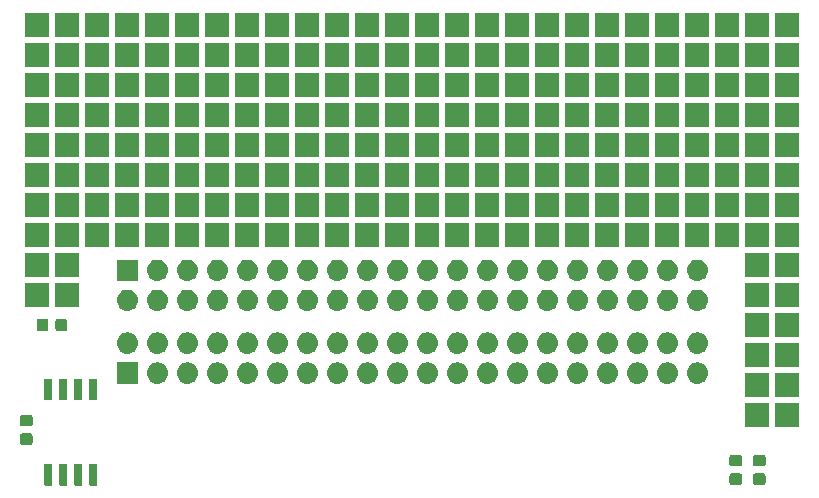
<source format=gts>
G04 #@! TF.GenerationSoftware,KiCad,Pcbnew,(5.1.4-0)*
G04 #@! TF.CreationDate,2019-11-08T19:26:01-06:00*
G04 #@! TF.ProjectId,cartprotoboardmini,63617274-7072-46f7-946f-626f6172646d,rev?*
G04 #@! TF.SameCoordinates,Original*
G04 #@! TF.FileFunction,Soldermask,Top*
G04 #@! TF.FilePolarity,Negative*
%FSLAX46Y46*%
G04 Gerber Fmt 4.6, Leading zero omitted, Abs format (unit mm)*
G04 Created by KiCad (PCBNEW (5.1.4-0)) date 2019-11-08 19:26:01*
%MOMM*%
%LPD*%
G04 APERTURE LIST*
%ADD10C,0.100000*%
G04 APERTURE END LIST*
D10*
G36*
X109364928Y-81501764D02*
G01*
X109386009Y-81508160D01*
X109405445Y-81518548D01*
X109422476Y-81532524D01*
X109436452Y-81549555D01*
X109446840Y-81568991D01*
X109453236Y-81590072D01*
X109456000Y-81618140D01*
X109456000Y-83206860D01*
X109453236Y-83234928D01*
X109446840Y-83256009D01*
X109436452Y-83275445D01*
X109422476Y-83292476D01*
X109405445Y-83306452D01*
X109386009Y-83316840D01*
X109364928Y-83323236D01*
X109336860Y-83326000D01*
X108873140Y-83326000D01*
X108845072Y-83323236D01*
X108823991Y-83316840D01*
X108804555Y-83306452D01*
X108787524Y-83292476D01*
X108773548Y-83275445D01*
X108763160Y-83256009D01*
X108756764Y-83234928D01*
X108754000Y-83206860D01*
X108754000Y-81618140D01*
X108756764Y-81590072D01*
X108763160Y-81568991D01*
X108773548Y-81549555D01*
X108787524Y-81532524D01*
X108804555Y-81518548D01*
X108823991Y-81508160D01*
X108845072Y-81501764D01*
X108873140Y-81499000D01*
X109336860Y-81499000D01*
X109364928Y-81501764D01*
X109364928Y-81501764D01*
G37*
G36*
X108094928Y-81501764D02*
G01*
X108116009Y-81508160D01*
X108135445Y-81518548D01*
X108152476Y-81532524D01*
X108166452Y-81549555D01*
X108176840Y-81568991D01*
X108183236Y-81590072D01*
X108186000Y-81618140D01*
X108186000Y-83206860D01*
X108183236Y-83234928D01*
X108176840Y-83256009D01*
X108166452Y-83275445D01*
X108152476Y-83292476D01*
X108135445Y-83306452D01*
X108116009Y-83316840D01*
X108094928Y-83323236D01*
X108066860Y-83326000D01*
X107603140Y-83326000D01*
X107575072Y-83323236D01*
X107553991Y-83316840D01*
X107534555Y-83306452D01*
X107517524Y-83292476D01*
X107503548Y-83275445D01*
X107493160Y-83256009D01*
X107486764Y-83234928D01*
X107484000Y-83206860D01*
X107484000Y-81618140D01*
X107486764Y-81590072D01*
X107493160Y-81568991D01*
X107503548Y-81549555D01*
X107517524Y-81532524D01*
X107534555Y-81518548D01*
X107553991Y-81508160D01*
X107575072Y-81501764D01*
X107603140Y-81499000D01*
X108066860Y-81499000D01*
X108094928Y-81501764D01*
X108094928Y-81501764D01*
G37*
G36*
X106824928Y-81501764D02*
G01*
X106846009Y-81508160D01*
X106865445Y-81518548D01*
X106882476Y-81532524D01*
X106896452Y-81549555D01*
X106906840Y-81568991D01*
X106913236Y-81590072D01*
X106916000Y-81618140D01*
X106916000Y-83206860D01*
X106913236Y-83234928D01*
X106906840Y-83256009D01*
X106896452Y-83275445D01*
X106882476Y-83292476D01*
X106865445Y-83306452D01*
X106846009Y-83316840D01*
X106824928Y-83323236D01*
X106796860Y-83326000D01*
X106333140Y-83326000D01*
X106305072Y-83323236D01*
X106283991Y-83316840D01*
X106264555Y-83306452D01*
X106247524Y-83292476D01*
X106233548Y-83275445D01*
X106223160Y-83256009D01*
X106216764Y-83234928D01*
X106214000Y-83206860D01*
X106214000Y-81618140D01*
X106216764Y-81590072D01*
X106223160Y-81568991D01*
X106233548Y-81549555D01*
X106247524Y-81532524D01*
X106264555Y-81518548D01*
X106283991Y-81508160D01*
X106305072Y-81501764D01*
X106333140Y-81499000D01*
X106796860Y-81499000D01*
X106824928Y-81501764D01*
X106824928Y-81501764D01*
G37*
G36*
X105554928Y-81501764D02*
G01*
X105576009Y-81508160D01*
X105595445Y-81518548D01*
X105612476Y-81532524D01*
X105626452Y-81549555D01*
X105636840Y-81568991D01*
X105643236Y-81590072D01*
X105646000Y-81618140D01*
X105646000Y-83206860D01*
X105643236Y-83234928D01*
X105636840Y-83256009D01*
X105626452Y-83275445D01*
X105612476Y-83292476D01*
X105595445Y-83306452D01*
X105576009Y-83316840D01*
X105554928Y-83323236D01*
X105526860Y-83326000D01*
X105063140Y-83326000D01*
X105035072Y-83323236D01*
X105013991Y-83316840D01*
X104994555Y-83306452D01*
X104977524Y-83292476D01*
X104963548Y-83275445D01*
X104953160Y-83256009D01*
X104946764Y-83234928D01*
X104944000Y-83206860D01*
X104944000Y-81618140D01*
X104946764Y-81590072D01*
X104953160Y-81568991D01*
X104963548Y-81549555D01*
X104977524Y-81532524D01*
X104994555Y-81518548D01*
X105013991Y-81508160D01*
X105035072Y-81501764D01*
X105063140Y-81499000D01*
X105526860Y-81499000D01*
X105554928Y-81501764D01*
X105554928Y-81501764D01*
G37*
G36*
X165879591Y-82303085D02*
G01*
X165913569Y-82313393D01*
X165944890Y-82330134D01*
X165972339Y-82352661D01*
X165994866Y-82380110D01*
X166011607Y-82411431D01*
X166021915Y-82445409D01*
X166026000Y-82486890D01*
X166026000Y-83088110D01*
X166021915Y-83129591D01*
X166011607Y-83163569D01*
X165994866Y-83194890D01*
X165972339Y-83222339D01*
X165944890Y-83244866D01*
X165913569Y-83261607D01*
X165879591Y-83271915D01*
X165838110Y-83276000D01*
X165161890Y-83276000D01*
X165120409Y-83271915D01*
X165086431Y-83261607D01*
X165055110Y-83244866D01*
X165027661Y-83222339D01*
X165005134Y-83194890D01*
X164988393Y-83163569D01*
X164978085Y-83129591D01*
X164974000Y-83088110D01*
X164974000Y-82486890D01*
X164978085Y-82445409D01*
X164988393Y-82411431D01*
X165005134Y-82380110D01*
X165027661Y-82352661D01*
X165055110Y-82330134D01*
X165086431Y-82313393D01*
X165120409Y-82303085D01*
X165161890Y-82299000D01*
X165838110Y-82299000D01*
X165879591Y-82303085D01*
X165879591Y-82303085D01*
G37*
G36*
X163879591Y-82303085D02*
G01*
X163913569Y-82313393D01*
X163944890Y-82330134D01*
X163972339Y-82352661D01*
X163994866Y-82380110D01*
X164011607Y-82411431D01*
X164021915Y-82445409D01*
X164026000Y-82486890D01*
X164026000Y-83088110D01*
X164021915Y-83129591D01*
X164011607Y-83163569D01*
X163994866Y-83194890D01*
X163972339Y-83222339D01*
X163944890Y-83244866D01*
X163913569Y-83261607D01*
X163879591Y-83271915D01*
X163838110Y-83276000D01*
X163161890Y-83276000D01*
X163120409Y-83271915D01*
X163086431Y-83261607D01*
X163055110Y-83244866D01*
X163027661Y-83222339D01*
X163005134Y-83194890D01*
X162988393Y-83163569D01*
X162978085Y-83129591D01*
X162974000Y-83088110D01*
X162974000Y-82486890D01*
X162978085Y-82445409D01*
X162988393Y-82411431D01*
X163005134Y-82380110D01*
X163027661Y-82352661D01*
X163055110Y-82330134D01*
X163086431Y-82313393D01*
X163120409Y-82303085D01*
X163161890Y-82299000D01*
X163838110Y-82299000D01*
X163879591Y-82303085D01*
X163879591Y-82303085D01*
G37*
G36*
X165879591Y-80728085D02*
G01*
X165913569Y-80738393D01*
X165944890Y-80755134D01*
X165972339Y-80777661D01*
X165994866Y-80805110D01*
X166011607Y-80836431D01*
X166021915Y-80870409D01*
X166026000Y-80911890D01*
X166026000Y-81513110D01*
X166021915Y-81554591D01*
X166011607Y-81588569D01*
X165994866Y-81619890D01*
X165972339Y-81647339D01*
X165944890Y-81669866D01*
X165913569Y-81686607D01*
X165879591Y-81696915D01*
X165838110Y-81701000D01*
X165161890Y-81701000D01*
X165120409Y-81696915D01*
X165086431Y-81686607D01*
X165055110Y-81669866D01*
X165027661Y-81647339D01*
X165005134Y-81619890D01*
X164988393Y-81588569D01*
X164978085Y-81554591D01*
X164974000Y-81513110D01*
X164974000Y-80911890D01*
X164978085Y-80870409D01*
X164988393Y-80836431D01*
X165005134Y-80805110D01*
X165027661Y-80777661D01*
X165055110Y-80755134D01*
X165086431Y-80738393D01*
X165120409Y-80728085D01*
X165161890Y-80724000D01*
X165838110Y-80724000D01*
X165879591Y-80728085D01*
X165879591Y-80728085D01*
G37*
G36*
X163879591Y-80728085D02*
G01*
X163913569Y-80738393D01*
X163944890Y-80755134D01*
X163972339Y-80777661D01*
X163994866Y-80805110D01*
X164011607Y-80836431D01*
X164021915Y-80870409D01*
X164026000Y-80911890D01*
X164026000Y-81513110D01*
X164021915Y-81554591D01*
X164011607Y-81588569D01*
X163994866Y-81619890D01*
X163972339Y-81647339D01*
X163944890Y-81669866D01*
X163913569Y-81686607D01*
X163879591Y-81696915D01*
X163838110Y-81701000D01*
X163161890Y-81701000D01*
X163120409Y-81696915D01*
X163086431Y-81686607D01*
X163055110Y-81669866D01*
X163027661Y-81647339D01*
X163005134Y-81619890D01*
X162988393Y-81588569D01*
X162978085Y-81554591D01*
X162974000Y-81513110D01*
X162974000Y-80911890D01*
X162978085Y-80870409D01*
X162988393Y-80836431D01*
X163005134Y-80805110D01*
X163027661Y-80777661D01*
X163055110Y-80755134D01*
X163086431Y-80738393D01*
X163120409Y-80728085D01*
X163161890Y-80724000D01*
X163838110Y-80724000D01*
X163879591Y-80728085D01*
X163879591Y-80728085D01*
G37*
G36*
X103821091Y-78916085D02*
G01*
X103855069Y-78926393D01*
X103886390Y-78943134D01*
X103913839Y-78965661D01*
X103936366Y-78993110D01*
X103953107Y-79024431D01*
X103963415Y-79058409D01*
X103967500Y-79099890D01*
X103967500Y-79701110D01*
X103963415Y-79742591D01*
X103953107Y-79776569D01*
X103936366Y-79807890D01*
X103913839Y-79835339D01*
X103886390Y-79857866D01*
X103855069Y-79874607D01*
X103821091Y-79884915D01*
X103779610Y-79889000D01*
X103103390Y-79889000D01*
X103061909Y-79884915D01*
X103027931Y-79874607D01*
X102996610Y-79857866D01*
X102969161Y-79835339D01*
X102946634Y-79807890D01*
X102929893Y-79776569D01*
X102919585Y-79742591D01*
X102915500Y-79701110D01*
X102915500Y-79099890D01*
X102919585Y-79058409D01*
X102929893Y-79024431D01*
X102946634Y-78993110D01*
X102969161Y-78965661D01*
X102996610Y-78943134D01*
X103027931Y-78926393D01*
X103061909Y-78916085D01*
X103103390Y-78912000D01*
X103779610Y-78912000D01*
X103821091Y-78916085D01*
X103821091Y-78916085D01*
G37*
G36*
X166351000Y-78401000D02*
G01*
X164249000Y-78401000D01*
X164249000Y-76299000D01*
X166351000Y-76299000D01*
X166351000Y-78401000D01*
X166351000Y-78401000D01*
G37*
G36*
X168891000Y-78401000D02*
G01*
X166789000Y-78401000D01*
X166789000Y-76299000D01*
X168891000Y-76299000D01*
X168891000Y-78401000D01*
X168891000Y-78401000D01*
G37*
G36*
X103821091Y-77341085D02*
G01*
X103855069Y-77351393D01*
X103886390Y-77368134D01*
X103913839Y-77390661D01*
X103936366Y-77418110D01*
X103953107Y-77449431D01*
X103963415Y-77483409D01*
X103967500Y-77524890D01*
X103967500Y-78126110D01*
X103963415Y-78167591D01*
X103953107Y-78201569D01*
X103936366Y-78232890D01*
X103913839Y-78260339D01*
X103886390Y-78282866D01*
X103855069Y-78299607D01*
X103821091Y-78309915D01*
X103779610Y-78314000D01*
X103103390Y-78314000D01*
X103061909Y-78309915D01*
X103027931Y-78299607D01*
X102996610Y-78282866D01*
X102969161Y-78260339D01*
X102946634Y-78232890D01*
X102929893Y-78201569D01*
X102919585Y-78167591D01*
X102915500Y-78126110D01*
X102915500Y-77524890D01*
X102919585Y-77483409D01*
X102929893Y-77449431D01*
X102946634Y-77418110D01*
X102969161Y-77390661D01*
X102996610Y-77368134D01*
X103027931Y-77351393D01*
X103061909Y-77341085D01*
X103103390Y-77337000D01*
X103779610Y-77337000D01*
X103821091Y-77341085D01*
X103821091Y-77341085D01*
G37*
G36*
X108094928Y-74276764D02*
G01*
X108116009Y-74283160D01*
X108135445Y-74293548D01*
X108152476Y-74307524D01*
X108166452Y-74324555D01*
X108176840Y-74343991D01*
X108183236Y-74365072D01*
X108186000Y-74393140D01*
X108186000Y-75981860D01*
X108183236Y-76009928D01*
X108176840Y-76031009D01*
X108166452Y-76050445D01*
X108152476Y-76067476D01*
X108135445Y-76081452D01*
X108116009Y-76091840D01*
X108094928Y-76098236D01*
X108066860Y-76101000D01*
X107603140Y-76101000D01*
X107575072Y-76098236D01*
X107553991Y-76091840D01*
X107534555Y-76081452D01*
X107517524Y-76067476D01*
X107503548Y-76050445D01*
X107493160Y-76031009D01*
X107486764Y-76009928D01*
X107484000Y-75981860D01*
X107484000Y-74393140D01*
X107486764Y-74365072D01*
X107493160Y-74343991D01*
X107503548Y-74324555D01*
X107517524Y-74307524D01*
X107534555Y-74293548D01*
X107553991Y-74283160D01*
X107575072Y-74276764D01*
X107603140Y-74274000D01*
X108066860Y-74274000D01*
X108094928Y-74276764D01*
X108094928Y-74276764D01*
G37*
G36*
X109364928Y-74276764D02*
G01*
X109386009Y-74283160D01*
X109405445Y-74293548D01*
X109422476Y-74307524D01*
X109436452Y-74324555D01*
X109446840Y-74343991D01*
X109453236Y-74365072D01*
X109456000Y-74393140D01*
X109456000Y-75981860D01*
X109453236Y-76009928D01*
X109446840Y-76031009D01*
X109436452Y-76050445D01*
X109422476Y-76067476D01*
X109405445Y-76081452D01*
X109386009Y-76091840D01*
X109364928Y-76098236D01*
X109336860Y-76101000D01*
X108873140Y-76101000D01*
X108845072Y-76098236D01*
X108823991Y-76091840D01*
X108804555Y-76081452D01*
X108787524Y-76067476D01*
X108773548Y-76050445D01*
X108763160Y-76031009D01*
X108756764Y-76009928D01*
X108754000Y-75981860D01*
X108754000Y-74393140D01*
X108756764Y-74365072D01*
X108763160Y-74343991D01*
X108773548Y-74324555D01*
X108787524Y-74307524D01*
X108804555Y-74293548D01*
X108823991Y-74283160D01*
X108845072Y-74276764D01*
X108873140Y-74274000D01*
X109336860Y-74274000D01*
X109364928Y-74276764D01*
X109364928Y-74276764D01*
G37*
G36*
X106824928Y-74276764D02*
G01*
X106846009Y-74283160D01*
X106865445Y-74293548D01*
X106882476Y-74307524D01*
X106896452Y-74324555D01*
X106906840Y-74343991D01*
X106913236Y-74365072D01*
X106916000Y-74393140D01*
X106916000Y-75981860D01*
X106913236Y-76009928D01*
X106906840Y-76031009D01*
X106896452Y-76050445D01*
X106882476Y-76067476D01*
X106865445Y-76081452D01*
X106846009Y-76091840D01*
X106824928Y-76098236D01*
X106796860Y-76101000D01*
X106333140Y-76101000D01*
X106305072Y-76098236D01*
X106283991Y-76091840D01*
X106264555Y-76081452D01*
X106247524Y-76067476D01*
X106233548Y-76050445D01*
X106223160Y-76031009D01*
X106216764Y-76009928D01*
X106214000Y-75981860D01*
X106214000Y-74393140D01*
X106216764Y-74365072D01*
X106223160Y-74343991D01*
X106233548Y-74324555D01*
X106247524Y-74307524D01*
X106264555Y-74293548D01*
X106283991Y-74283160D01*
X106305072Y-74276764D01*
X106333140Y-74274000D01*
X106796860Y-74274000D01*
X106824928Y-74276764D01*
X106824928Y-74276764D01*
G37*
G36*
X105554928Y-74276764D02*
G01*
X105576009Y-74283160D01*
X105595445Y-74293548D01*
X105612476Y-74307524D01*
X105626452Y-74324555D01*
X105636840Y-74343991D01*
X105643236Y-74365072D01*
X105646000Y-74393140D01*
X105646000Y-75981860D01*
X105643236Y-76009928D01*
X105636840Y-76031009D01*
X105626452Y-76050445D01*
X105612476Y-76067476D01*
X105595445Y-76081452D01*
X105576009Y-76091840D01*
X105554928Y-76098236D01*
X105526860Y-76101000D01*
X105063140Y-76101000D01*
X105035072Y-76098236D01*
X105013991Y-76091840D01*
X104994555Y-76081452D01*
X104977524Y-76067476D01*
X104963548Y-76050445D01*
X104953160Y-76031009D01*
X104946764Y-76009928D01*
X104944000Y-75981860D01*
X104944000Y-74393140D01*
X104946764Y-74365072D01*
X104953160Y-74343991D01*
X104963548Y-74324555D01*
X104977524Y-74307524D01*
X104994555Y-74293548D01*
X105013991Y-74283160D01*
X105035072Y-74276764D01*
X105063140Y-74274000D01*
X105526860Y-74274000D01*
X105554928Y-74276764D01*
X105554928Y-74276764D01*
G37*
G36*
X166351000Y-75861000D02*
G01*
X164249000Y-75861000D01*
X164249000Y-73759000D01*
X166351000Y-73759000D01*
X166351000Y-75861000D01*
X166351000Y-75861000D01*
G37*
G36*
X168891000Y-75861000D02*
G01*
X166789000Y-75861000D01*
X166789000Y-73759000D01*
X168891000Y-73759000D01*
X168891000Y-75861000D01*
X168891000Y-75861000D01*
G37*
G36*
X114650442Y-72905518D02*
G01*
X114716627Y-72912037D01*
X114886466Y-72963557D01*
X115042991Y-73047222D01*
X115078729Y-73076552D01*
X115180186Y-73159814D01*
X115263448Y-73261271D01*
X115292778Y-73297009D01*
X115376443Y-73453534D01*
X115427963Y-73623373D01*
X115445359Y-73800000D01*
X115427963Y-73976627D01*
X115376443Y-74146466D01*
X115292778Y-74302991D01*
X115275081Y-74324555D01*
X115180186Y-74440186D01*
X115078729Y-74523448D01*
X115042991Y-74552778D01*
X114886466Y-74636443D01*
X114716627Y-74687963D01*
X114650443Y-74694481D01*
X114584260Y-74701000D01*
X114495740Y-74701000D01*
X114429557Y-74694481D01*
X114363373Y-74687963D01*
X114193534Y-74636443D01*
X114037009Y-74552778D01*
X114001271Y-74523448D01*
X113899814Y-74440186D01*
X113804919Y-74324555D01*
X113787222Y-74302991D01*
X113703557Y-74146466D01*
X113652037Y-73976627D01*
X113634641Y-73800000D01*
X113652037Y-73623373D01*
X113703557Y-73453534D01*
X113787222Y-73297009D01*
X113816552Y-73261271D01*
X113899814Y-73159814D01*
X114001271Y-73076552D01*
X114037009Y-73047222D01*
X114193534Y-72963557D01*
X114363373Y-72912037D01*
X114429558Y-72905518D01*
X114495740Y-72899000D01*
X114584260Y-72899000D01*
X114650442Y-72905518D01*
X114650442Y-72905518D01*
G37*
G36*
X112901000Y-74701000D02*
G01*
X111099000Y-74701000D01*
X111099000Y-72899000D01*
X112901000Y-72899000D01*
X112901000Y-74701000D01*
X112901000Y-74701000D01*
G37*
G36*
X152750442Y-72905518D02*
G01*
X152816627Y-72912037D01*
X152986466Y-72963557D01*
X153142991Y-73047222D01*
X153178729Y-73076552D01*
X153280186Y-73159814D01*
X153363448Y-73261271D01*
X153392778Y-73297009D01*
X153476443Y-73453534D01*
X153527963Y-73623373D01*
X153545359Y-73800000D01*
X153527963Y-73976627D01*
X153476443Y-74146466D01*
X153392778Y-74302991D01*
X153375081Y-74324555D01*
X153280186Y-74440186D01*
X153178729Y-74523448D01*
X153142991Y-74552778D01*
X152986466Y-74636443D01*
X152816627Y-74687963D01*
X152750443Y-74694481D01*
X152684260Y-74701000D01*
X152595740Y-74701000D01*
X152529557Y-74694481D01*
X152463373Y-74687963D01*
X152293534Y-74636443D01*
X152137009Y-74552778D01*
X152101271Y-74523448D01*
X151999814Y-74440186D01*
X151904919Y-74324555D01*
X151887222Y-74302991D01*
X151803557Y-74146466D01*
X151752037Y-73976627D01*
X151734641Y-73800000D01*
X151752037Y-73623373D01*
X151803557Y-73453534D01*
X151887222Y-73297009D01*
X151916552Y-73261271D01*
X151999814Y-73159814D01*
X152101271Y-73076552D01*
X152137009Y-73047222D01*
X152293534Y-72963557D01*
X152463373Y-72912037D01*
X152529558Y-72905518D01*
X152595740Y-72899000D01*
X152684260Y-72899000D01*
X152750442Y-72905518D01*
X152750442Y-72905518D01*
G37*
G36*
X150210442Y-72905518D02*
G01*
X150276627Y-72912037D01*
X150446466Y-72963557D01*
X150602991Y-73047222D01*
X150638729Y-73076552D01*
X150740186Y-73159814D01*
X150823448Y-73261271D01*
X150852778Y-73297009D01*
X150936443Y-73453534D01*
X150987963Y-73623373D01*
X151005359Y-73800000D01*
X150987963Y-73976627D01*
X150936443Y-74146466D01*
X150852778Y-74302991D01*
X150835081Y-74324555D01*
X150740186Y-74440186D01*
X150638729Y-74523448D01*
X150602991Y-74552778D01*
X150446466Y-74636443D01*
X150276627Y-74687963D01*
X150210443Y-74694481D01*
X150144260Y-74701000D01*
X150055740Y-74701000D01*
X149989557Y-74694481D01*
X149923373Y-74687963D01*
X149753534Y-74636443D01*
X149597009Y-74552778D01*
X149561271Y-74523448D01*
X149459814Y-74440186D01*
X149364919Y-74324555D01*
X149347222Y-74302991D01*
X149263557Y-74146466D01*
X149212037Y-73976627D01*
X149194641Y-73800000D01*
X149212037Y-73623373D01*
X149263557Y-73453534D01*
X149347222Y-73297009D01*
X149376552Y-73261271D01*
X149459814Y-73159814D01*
X149561271Y-73076552D01*
X149597009Y-73047222D01*
X149753534Y-72963557D01*
X149923373Y-72912037D01*
X149989558Y-72905518D01*
X150055740Y-72899000D01*
X150144260Y-72899000D01*
X150210442Y-72905518D01*
X150210442Y-72905518D01*
G37*
G36*
X155290442Y-72905518D02*
G01*
X155356627Y-72912037D01*
X155526466Y-72963557D01*
X155682991Y-73047222D01*
X155718729Y-73076552D01*
X155820186Y-73159814D01*
X155903448Y-73261271D01*
X155932778Y-73297009D01*
X156016443Y-73453534D01*
X156067963Y-73623373D01*
X156085359Y-73800000D01*
X156067963Y-73976627D01*
X156016443Y-74146466D01*
X155932778Y-74302991D01*
X155915081Y-74324555D01*
X155820186Y-74440186D01*
X155718729Y-74523448D01*
X155682991Y-74552778D01*
X155526466Y-74636443D01*
X155356627Y-74687963D01*
X155290443Y-74694481D01*
X155224260Y-74701000D01*
X155135740Y-74701000D01*
X155069557Y-74694481D01*
X155003373Y-74687963D01*
X154833534Y-74636443D01*
X154677009Y-74552778D01*
X154641271Y-74523448D01*
X154539814Y-74440186D01*
X154444919Y-74324555D01*
X154427222Y-74302991D01*
X154343557Y-74146466D01*
X154292037Y-73976627D01*
X154274641Y-73800000D01*
X154292037Y-73623373D01*
X154343557Y-73453534D01*
X154427222Y-73297009D01*
X154456552Y-73261271D01*
X154539814Y-73159814D01*
X154641271Y-73076552D01*
X154677009Y-73047222D01*
X154833534Y-72963557D01*
X155003373Y-72912037D01*
X155069558Y-72905518D01*
X155135740Y-72899000D01*
X155224260Y-72899000D01*
X155290442Y-72905518D01*
X155290442Y-72905518D01*
G37*
G36*
X157830442Y-72905518D02*
G01*
X157896627Y-72912037D01*
X158066466Y-72963557D01*
X158222991Y-73047222D01*
X158258729Y-73076552D01*
X158360186Y-73159814D01*
X158443448Y-73261271D01*
X158472778Y-73297009D01*
X158556443Y-73453534D01*
X158607963Y-73623373D01*
X158625359Y-73800000D01*
X158607963Y-73976627D01*
X158556443Y-74146466D01*
X158472778Y-74302991D01*
X158455081Y-74324555D01*
X158360186Y-74440186D01*
X158258729Y-74523448D01*
X158222991Y-74552778D01*
X158066466Y-74636443D01*
X157896627Y-74687963D01*
X157830443Y-74694481D01*
X157764260Y-74701000D01*
X157675740Y-74701000D01*
X157609557Y-74694481D01*
X157543373Y-74687963D01*
X157373534Y-74636443D01*
X157217009Y-74552778D01*
X157181271Y-74523448D01*
X157079814Y-74440186D01*
X156984919Y-74324555D01*
X156967222Y-74302991D01*
X156883557Y-74146466D01*
X156832037Y-73976627D01*
X156814641Y-73800000D01*
X156832037Y-73623373D01*
X156883557Y-73453534D01*
X156967222Y-73297009D01*
X156996552Y-73261271D01*
X157079814Y-73159814D01*
X157181271Y-73076552D01*
X157217009Y-73047222D01*
X157373534Y-72963557D01*
X157543373Y-72912037D01*
X157609558Y-72905518D01*
X157675740Y-72899000D01*
X157764260Y-72899000D01*
X157830442Y-72905518D01*
X157830442Y-72905518D01*
G37*
G36*
X142590442Y-72905518D02*
G01*
X142656627Y-72912037D01*
X142826466Y-72963557D01*
X142982991Y-73047222D01*
X143018729Y-73076552D01*
X143120186Y-73159814D01*
X143203448Y-73261271D01*
X143232778Y-73297009D01*
X143316443Y-73453534D01*
X143367963Y-73623373D01*
X143385359Y-73800000D01*
X143367963Y-73976627D01*
X143316443Y-74146466D01*
X143232778Y-74302991D01*
X143215081Y-74324555D01*
X143120186Y-74440186D01*
X143018729Y-74523448D01*
X142982991Y-74552778D01*
X142826466Y-74636443D01*
X142656627Y-74687963D01*
X142590443Y-74694481D01*
X142524260Y-74701000D01*
X142435740Y-74701000D01*
X142369557Y-74694481D01*
X142303373Y-74687963D01*
X142133534Y-74636443D01*
X141977009Y-74552778D01*
X141941271Y-74523448D01*
X141839814Y-74440186D01*
X141744919Y-74324555D01*
X141727222Y-74302991D01*
X141643557Y-74146466D01*
X141592037Y-73976627D01*
X141574641Y-73800000D01*
X141592037Y-73623373D01*
X141643557Y-73453534D01*
X141727222Y-73297009D01*
X141756552Y-73261271D01*
X141839814Y-73159814D01*
X141941271Y-73076552D01*
X141977009Y-73047222D01*
X142133534Y-72963557D01*
X142303373Y-72912037D01*
X142369558Y-72905518D01*
X142435740Y-72899000D01*
X142524260Y-72899000D01*
X142590442Y-72905518D01*
X142590442Y-72905518D01*
G37*
G36*
X145130442Y-72905518D02*
G01*
X145196627Y-72912037D01*
X145366466Y-72963557D01*
X145522991Y-73047222D01*
X145558729Y-73076552D01*
X145660186Y-73159814D01*
X145743448Y-73261271D01*
X145772778Y-73297009D01*
X145856443Y-73453534D01*
X145907963Y-73623373D01*
X145925359Y-73800000D01*
X145907963Y-73976627D01*
X145856443Y-74146466D01*
X145772778Y-74302991D01*
X145755081Y-74324555D01*
X145660186Y-74440186D01*
X145558729Y-74523448D01*
X145522991Y-74552778D01*
X145366466Y-74636443D01*
X145196627Y-74687963D01*
X145130443Y-74694481D01*
X145064260Y-74701000D01*
X144975740Y-74701000D01*
X144909557Y-74694481D01*
X144843373Y-74687963D01*
X144673534Y-74636443D01*
X144517009Y-74552778D01*
X144481271Y-74523448D01*
X144379814Y-74440186D01*
X144284919Y-74324555D01*
X144267222Y-74302991D01*
X144183557Y-74146466D01*
X144132037Y-73976627D01*
X144114641Y-73800000D01*
X144132037Y-73623373D01*
X144183557Y-73453534D01*
X144267222Y-73297009D01*
X144296552Y-73261271D01*
X144379814Y-73159814D01*
X144481271Y-73076552D01*
X144517009Y-73047222D01*
X144673534Y-72963557D01*
X144843373Y-72912037D01*
X144909558Y-72905518D01*
X144975740Y-72899000D01*
X145064260Y-72899000D01*
X145130442Y-72905518D01*
X145130442Y-72905518D01*
G37*
G36*
X140050442Y-72905518D02*
G01*
X140116627Y-72912037D01*
X140286466Y-72963557D01*
X140442991Y-73047222D01*
X140478729Y-73076552D01*
X140580186Y-73159814D01*
X140663448Y-73261271D01*
X140692778Y-73297009D01*
X140776443Y-73453534D01*
X140827963Y-73623373D01*
X140845359Y-73800000D01*
X140827963Y-73976627D01*
X140776443Y-74146466D01*
X140692778Y-74302991D01*
X140675081Y-74324555D01*
X140580186Y-74440186D01*
X140478729Y-74523448D01*
X140442991Y-74552778D01*
X140286466Y-74636443D01*
X140116627Y-74687963D01*
X140050443Y-74694481D01*
X139984260Y-74701000D01*
X139895740Y-74701000D01*
X139829557Y-74694481D01*
X139763373Y-74687963D01*
X139593534Y-74636443D01*
X139437009Y-74552778D01*
X139401271Y-74523448D01*
X139299814Y-74440186D01*
X139204919Y-74324555D01*
X139187222Y-74302991D01*
X139103557Y-74146466D01*
X139052037Y-73976627D01*
X139034641Y-73800000D01*
X139052037Y-73623373D01*
X139103557Y-73453534D01*
X139187222Y-73297009D01*
X139216552Y-73261271D01*
X139299814Y-73159814D01*
X139401271Y-73076552D01*
X139437009Y-73047222D01*
X139593534Y-72963557D01*
X139763373Y-72912037D01*
X139829558Y-72905518D01*
X139895740Y-72899000D01*
X139984260Y-72899000D01*
X140050442Y-72905518D01*
X140050442Y-72905518D01*
G37*
G36*
X137510442Y-72905518D02*
G01*
X137576627Y-72912037D01*
X137746466Y-72963557D01*
X137902991Y-73047222D01*
X137938729Y-73076552D01*
X138040186Y-73159814D01*
X138123448Y-73261271D01*
X138152778Y-73297009D01*
X138236443Y-73453534D01*
X138287963Y-73623373D01*
X138305359Y-73800000D01*
X138287963Y-73976627D01*
X138236443Y-74146466D01*
X138152778Y-74302991D01*
X138135081Y-74324555D01*
X138040186Y-74440186D01*
X137938729Y-74523448D01*
X137902991Y-74552778D01*
X137746466Y-74636443D01*
X137576627Y-74687963D01*
X137510443Y-74694481D01*
X137444260Y-74701000D01*
X137355740Y-74701000D01*
X137289557Y-74694481D01*
X137223373Y-74687963D01*
X137053534Y-74636443D01*
X136897009Y-74552778D01*
X136861271Y-74523448D01*
X136759814Y-74440186D01*
X136664919Y-74324555D01*
X136647222Y-74302991D01*
X136563557Y-74146466D01*
X136512037Y-73976627D01*
X136494641Y-73800000D01*
X136512037Y-73623373D01*
X136563557Y-73453534D01*
X136647222Y-73297009D01*
X136676552Y-73261271D01*
X136759814Y-73159814D01*
X136861271Y-73076552D01*
X136897009Y-73047222D01*
X137053534Y-72963557D01*
X137223373Y-72912037D01*
X137289558Y-72905518D01*
X137355740Y-72899000D01*
X137444260Y-72899000D01*
X137510442Y-72905518D01*
X137510442Y-72905518D01*
G37*
G36*
X160370442Y-72905518D02*
G01*
X160436627Y-72912037D01*
X160606466Y-72963557D01*
X160762991Y-73047222D01*
X160798729Y-73076552D01*
X160900186Y-73159814D01*
X160983448Y-73261271D01*
X161012778Y-73297009D01*
X161096443Y-73453534D01*
X161147963Y-73623373D01*
X161165359Y-73800000D01*
X161147963Y-73976627D01*
X161096443Y-74146466D01*
X161012778Y-74302991D01*
X160995081Y-74324555D01*
X160900186Y-74440186D01*
X160798729Y-74523448D01*
X160762991Y-74552778D01*
X160606466Y-74636443D01*
X160436627Y-74687963D01*
X160370443Y-74694481D01*
X160304260Y-74701000D01*
X160215740Y-74701000D01*
X160149557Y-74694481D01*
X160083373Y-74687963D01*
X159913534Y-74636443D01*
X159757009Y-74552778D01*
X159721271Y-74523448D01*
X159619814Y-74440186D01*
X159524919Y-74324555D01*
X159507222Y-74302991D01*
X159423557Y-74146466D01*
X159372037Y-73976627D01*
X159354641Y-73800000D01*
X159372037Y-73623373D01*
X159423557Y-73453534D01*
X159507222Y-73297009D01*
X159536552Y-73261271D01*
X159619814Y-73159814D01*
X159721271Y-73076552D01*
X159757009Y-73047222D01*
X159913534Y-72963557D01*
X160083373Y-72912037D01*
X160149558Y-72905518D01*
X160215740Y-72899000D01*
X160304260Y-72899000D01*
X160370442Y-72905518D01*
X160370442Y-72905518D01*
G37*
G36*
X134970442Y-72905518D02*
G01*
X135036627Y-72912037D01*
X135206466Y-72963557D01*
X135362991Y-73047222D01*
X135398729Y-73076552D01*
X135500186Y-73159814D01*
X135583448Y-73261271D01*
X135612778Y-73297009D01*
X135696443Y-73453534D01*
X135747963Y-73623373D01*
X135765359Y-73800000D01*
X135747963Y-73976627D01*
X135696443Y-74146466D01*
X135612778Y-74302991D01*
X135595081Y-74324555D01*
X135500186Y-74440186D01*
X135398729Y-74523448D01*
X135362991Y-74552778D01*
X135206466Y-74636443D01*
X135036627Y-74687963D01*
X134970443Y-74694481D01*
X134904260Y-74701000D01*
X134815740Y-74701000D01*
X134749557Y-74694481D01*
X134683373Y-74687963D01*
X134513534Y-74636443D01*
X134357009Y-74552778D01*
X134321271Y-74523448D01*
X134219814Y-74440186D01*
X134124919Y-74324555D01*
X134107222Y-74302991D01*
X134023557Y-74146466D01*
X133972037Y-73976627D01*
X133954641Y-73800000D01*
X133972037Y-73623373D01*
X134023557Y-73453534D01*
X134107222Y-73297009D01*
X134136552Y-73261271D01*
X134219814Y-73159814D01*
X134321271Y-73076552D01*
X134357009Y-73047222D01*
X134513534Y-72963557D01*
X134683373Y-72912037D01*
X134749558Y-72905518D01*
X134815740Y-72899000D01*
X134904260Y-72899000D01*
X134970442Y-72905518D01*
X134970442Y-72905518D01*
G37*
G36*
X132430442Y-72905518D02*
G01*
X132496627Y-72912037D01*
X132666466Y-72963557D01*
X132822991Y-73047222D01*
X132858729Y-73076552D01*
X132960186Y-73159814D01*
X133043448Y-73261271D01*
X133072778Y-73297009D01*
X133156443Y-73453534D01*
X133207963Y-73623373D01*
X133225359Y-73800000D01*
X133207963Y-73976627D01*
X133156443Y-74146466D01*
X133072778Y-74302991D01*
X133055081Y-74324555D01*
X132960186Y-74440186D01*
X132858729Y-74523448D01*
X132822991Y-74552778D01*
X132666466Y-74636443D01*
X132496627Y-74687963D01*
X132430443Y-74694481D01*
X132364260Y-74701000D01*
X132275740Y-74701000D01*
X132209557Y-74694481D01*
X132143373Y-74687963D01*
X131973534Y-74636443D01*
X131817009Y-74552778D01*
X131781271Y-74523448D01*
X131679814Y-74440186D01*
X131584919Y-74324555D01*
X131567222Y-74302991D01*
X131483557Y-74146466D01*
X131432037Y-73976627D01*
X131414641Y-73800000D01*
X131432037Y-73623373D01*
X131483557Y-73453534D01*
X131567222Y-73297009D01*
X131596552Y-73261271D01*
X131679814Y-73159814D01*
X131781271Y-73076552D01*
X131817009Y-73047222D01*
X131973534Y-72963557D01*
X132143373Y-72912037D01*
X132209558Y-72905518D01*
X132275740Y-72899000D01*
X132364260Y-72899000D01*
X132430442Y-72905518D01*
X132430442Y-72905518D01*
G37*
G36*
X117190442Y-72905518D02*
G01*
X117256627Y-72912037D01*
X117426466Y-72963557D01*
X117582991Y-73047222D01*
X117618729Y-73076552D01*
X117720186Y-73159814D01*
X117803448Y-73261271D01*
X117832778Y-73297009D01*
X117916443Y-73453534D01*
X117967963Y-73623373D01*
X117985359Y-73800000D01*
X117967963Y-73976627D01*
X117916443Y-74146466D01*
X117832778Y-74302991D01*
X117815081Y-74324555D01*
X117720186Y-74440186D01*
X117618729Y-74523448D01*
X117582991Y-74552778D01*
X117426466Y-74636443D01*
X117256627Y-74687963D01*
X117190443Y-74694481D01*
X117124260Y-74701000D01*
X117035740Y-74701000D01*
X116969557Y-74694481D01*
X116903373Y-74687963D01*
X116733534Y-74636443D01*
X116577009Y-74552778D01*
X116541271Y-74523448D01*
X116439814Y-74440186D01*
X116344919Y-74324555D01*
X116327222Y-74302991D01*
X116243557Y-74146466D01*
X116192037Y-73976627D01*
X116174641Y-73800000D01*
X116192037Y-73623373D01*
X116243557Y-73453534D01*
X116327222Y-73297009D01*
X116356552Y-73261271D01*
X116439814Y-73159814D01*
X116541271Y-73076552D01*
X116577009Y-73047222D01*
X116733534Y-72963557D01*
X116903373Y-72912037D01*
X116969558Y-72905518D01*
X117035740Y-72899000D01*
X117124260Y-72899000D01*
X117190442Y-72905518D01*
X117190442Y-72905518D01*
G37*
G36*
X119730442Y-72905518D02*
G01*
X119796627Y-72912037D01*
X119966466Y-72963557D01*
X120122991Y-73047222D01*
X120158729Y-73076552D01*
X120260186Y-73159814D01*
X120343448Y-73261271D01*
X120372778Y-73297009D01*
X120456443Y-73453534D01*
X120507963Y-73623373D01*
X120525359Y-73800000D01*
X120507963Y-73976627D01*
X120456443Y-74146466D01*
X120372778Y-74302991D01*
X120355081Y-74324555D01*
X120260186Y-74440186D01*
X120158729Y-74523448D01*
X120122991Y-74552778D01*
X119966466Y-74636443D01*
X119796627Y-74687963D01*
X119730443Y-74694481D01*
X119664260Y-74701000D01*
X119575740Y-74701000D01*
X119509557Y-74694481D01*
X119443373Y-74687963D01*
X119273534Y-74636443D01*
X119117009Y-74552778D01*
X119081271Y-74523448D01*
X118979814Y-74440186D01*
X118884919Y-74324555D01*
X118867222Y-74302991D01*
X118783557Y-74146466D01*
X118732037Y-73976627D01*
X118714641Y-73800000D01*
X118732037Y-73623373D01*
X118783557Y-73453534D01*
X118867222Y-73297009D01*
X118896552Y-73261271D01*
X118979814Y-73159814D01*
X119081271Y-73076552D01*
X119117009Y-73047222D01*
X119273534Y-72963557D01*
X119443373Y-72912037D01*
X119509558Y-72905518D01*
X119575740Y-72899000D01*
X119664260Y-72899000D01*
X119730442Y-72905518D01*
X119730442Y-72905518D01*
G37*
G36*
X122270442Y-72905518D02*
G01*
X122336627Y-72912037D01*
X122506466Y-72963557D01*
X122662991Y-73047222D01*
X122698729Y-73076552D01*
X122800186Y-73159814D01*
X122883448Y-73261271D01*
X122912778Y-73297009D01*
X122996443Y-73453534D01*
X123047963Y-73623373D01*
X123065359Y-73800000D01*
X123047963Y-73976627D01*
X122996443Y-74146466D01*
X122912778Y-74302991D01*
X122895081Y-74324555D01*
X122800186Y-74440186D01*
X122698729Y-74523448D01*
X122662991Y-74552778D01*
X122506466Y-74636443D01*
X122336627Y-74687963D01*
X122270443Y-74694481D01*
X122204260Y-74701000D01*
X122115740Y-74701000D01*
X122049557Y-74694481D01*
X121983373Y-74687963D01*
X121813534Y-74636443D01*
X121657009Y-74552778D01*
X121621271Y-74523448D01*
X121519814Y-74440186D01*
X121424919Y-74324555D01*
X121407222Y-74302991D01*
X121323557Y-74146466D01*
X121272037Y-73976627D01*
X121254641Y-73800000D01*
X121272037Y-73623373D01*
X121323557Y-73453534D01*
X121407222Y-73297009D01*
X121436552Y-73261271D01*
X121519814Y-73159814D01*
X121621271Y-73076552D01*
X121657009Y-73047222D01*
X121813534Y-72963557D01*
X121983373Y-72912037D01*
X122049558Y-72905518D01*
X122115740Y-72899000D01*
X122204260Y-72899000D01*
X122270442Y-72905518D01*
X122270442Y-72905518D01*
G37*
G36*
X124810442Y-72905518D02*
G01*
X124876627Y-72912037D01*
X125046466Y-72963557D01*
X125202991Y-73047222D01*
X125238729Y-73076552D01*
X125340186Y-73159814D01*
X125423448Y-73261271D01*
X125452778Y-73297009D01*
X125536443Y-73453534D01*
X125587963Y-73623373D01*
X125605359Y-73800000D01*
X125587963Y-73976627D01*
X125536443Y-74146466D01*
X125452778Y-74302991D01*
X125435081Y-74324555D01*
X125340186Y-74440186D01*
X125238729Y-74523448D01*
X125202991Y-74552778D01*
X125046466Y-74636443D01*
X124876627Y-74687963D01*
X124810443Y-74694481D01*
X124744260Y-74701000D01*
X124655740Y-74701000D01*
X124589557Y-74694481D01*
X124523373Y-74687963D01*
X124353534Y-74636443D01*
X124197009Y-74552778D01*
X124161271Y-74523448D01*
X124059814Y-74440186D01*
X123964919Y-74324555D01*
X123947222Y-74302991D01*
X123863557Y-74146466D01*
X123812037Y-73976627D01*
X123794641Y-73800000D01*
X123812037Y-73623373D01*
X123863557Y-73453534D01*
X123947222Y-73297009D01*
X123976552Y-73261271D01*
X124059814Y-73159814D01*
X124161271Y-73076552D01*
X124197009Y-73047222D01*
X124353534Y-72963557D01*
X124523373Y-72912037D01*
X124589558Y-72905518D01*
X124655740Y-72899000D01*
X124744260Y-72899000D01*
X124810442Y-72905518D01*
X124810442Y-72905518D01*
G37*
G36*
X127350442Y-72905518D02*
G01*
X127416627Y-72912037D01*
X127586466Y-72963557D01*
X127742991Y-73047222D01*
X127778729Y-73076552D01*
X127880186Y-73159814D01*
X127963448Y-73261271D01*
X127992778Y-73297009D01*
X128076443Y-73453534D01*
X128127963Y-73623373D01*
X128145359Y-73800000D01*
X128127963Y-73976627D01*
X128076443Y-74146466D01*
X127992778Y-74302991D01*
X127975081Y-74324555D01*
X127880186Y-74440186D01*
X127778729Y-74523448D01*
X127742991Y-74552778D01*
X127586466Y-74636443D01*
X127416627Y-74687963D01*
X127350443Y-74694481D01*
X127284260Y-74701000D01*
X127195740Y-74701000D01*
X127129557Y-74694481D01*
X127063373Y-74687963D01*
X126893534Y-74636443D01*
X126737009Y-74552778D01*
X126701271Y-74523448D01*
X126599814Y-74440186D01*
X126504919Y-74324555D01*
X126487222Y-74302991D01*
X126403557Y-74146466D01*
X126352037Y-73976627D01*
X126334641Y-73800000D01*
X126352037Y-73623373D01*
X126403557Y-73453534D01*
X126487222Y-73297009D01*
X126516552Y-73261271D01*
X126599814Y-73159814D01*
X126701271Y-73076552D01*
X126737009Y-73047222D01*
X126893534Y-72963557D01*
X127063373Y-72912037D01*
X127129558Y-72905518D01*
X127195740Y-72899000D01*
X127284260Y-72899000D01*
X127350442Y-72905518D01*
X127350442Y-72905518D01*
G37*
G36*
X129890442Y-72905518D02*
G01*
X129956627Y-72912037D01*
X130126466Y-72963557D01*
X130282991Y-73047222D01*
X130318729Y-73076552D01*
X130420186Y-73159814D01*
X130503448Y-73261271D01*
X130532778Y-73297009D01*
X130616443Y-73453534D01*
X130667963Y-73623373D01*
X130685359Y-73800000D01*
X130667963Y-73976627D01*
X130616443Y-74146466D01*
X130532778Y-74302991D01*
X130515081Y-74324555D01*
X130420186Y-74440186D01*
X130318729Y-74523448D01*
X130282991Y-74552778D01*
X130126466Y-74636443D01*
X129956627Y-74687963D01*
X129890443Y-74694481D01*
X129824260Y-74701000D01*
X129735740Y-74701000D01*
X129669557Y-74694481D01*
X129603373Y-74687963D01*
X129433534Y-74636443D01*
X129277009Y-74552778D01*
X129241271Y-74523448D01*
X129139814Y-74440186D01*
X129044919Y-74324555D01*
X129027222Y-74302991D01*
X128943557Y-74146466D01*
X128892037Y-73976627D01*
X128874641Y-73800000D01*
X128892037Y-73623373D01*
X128943557Y-73453534D01*
X129027222Y-73297009D01*
X129056552Y-73261271D01*
X129139814Y-73159814D01*
X129241271Y-73076552D01*
X129277009Y-73047222D01*
X129433534Y-72963557D01*
X129603373Y-72912037D01*
X129669558Y-72905518D01*
X129735740Y-72899000D01*
X129824260Y-72899000D01*
X129890442Y-72905518D01*
X129890442Y-72905518D01*
G37*
G36*
X147670442Y-72905518D02*
G01*
X147736627Y-72912037D01*
X147906466Y-72963557D01*
X148062991Y-73047222D01*
X148098729Y-73076552D01*
X148200186Y-73159814D01*
X148283448Y-73261271D01*
X148312778Y-73297009D01*
X148396443Y-73453534D01*
X148447963Y-73623373D01*
X148465359Y-73800000D01*
X148447963Y-73976627D01*
X148396443Y-74146466D01*
X148312778Y-74302991D01*
X148295081Y-74324555D01*
X148200186Y-74440186D01*
X148098729Y-74523448D01*
X148062991Y-74552778D01*
X147906466Y-74636443D01*
X147736627Y-74687963D01*
X147670443Y-74694481D01*
X147604260Y-74701000D01*
X147515740Y-74701000D01*
X147449557Y-74694481D01*
X147383373Y-74687963D01*
X147213534Y-74636443D01*
X147057009Y-74552778D01*
X147021271Y-74523448D01*
X146919814Y-74440186D01*
X146824919Y-74324555D01*
X146807222Y-74302991D01*
X146723557Y-74146466D01*
X146672037Y-73976627D01*
X146654641Y-73800000D01*
X146672037Y-73623373D01*
X146723557Y-73453534D01*
X146807222Y-73297009D01*
X146836552Y-73261271D01*
X146919814Y-73159814D01*
X147021271Y-73076552D01*
X147057009Y-73047222D01*
X147213534Y-72963557D01*
X147383373Y-72912037D01*
X147449558Y-72905518D01*
X147515740Y-72899000D01*
X147604260Y-72899000D01*
X147670442Y-72905518D01*
X147670442Y-72905518D01*
G37*
G36*
X168891000Y-73321000D02*
G01*
X166789000Y-73321000D01*
X166789000Y-71219000D01*
X168891000Y-71219000D01*
X168891000Y-73321000D01*
X168891000Y-73321000D01*
G37*
G36*
X166351000Y-73321000D02*
G01*
X164249000Y-73321000D01*
X164249000Y-71219000D01*
X166351000Y-71219000D01*
X166351000Y-73321000D01*
X166351000Y-73321000D01*
G37*
G36*
X150210443Y-70365519D02*
G01*
X150276627Y-70372037D01*
X150446466Y-70423557D01*
X150602991Y-70507222D01*
X150638729Y-70536552D01*
X150740186Y-70619814D01*
X150823448Y-70721271D01*
X150852778Y-70757009D01*
X150936443Y-70913534D01*
X150987963Y-71083373D01*
X151005359Y-71260000D01*
X150987963Y-71436627D01*
X150936443Y-71606466D01*
X150852778Y-71762991D01*
X150823448Y-71798729D01*
X150740186Y-71900186D01*
X150638729Y-71983448D01*
X150602991Y-72012778D01*
X150446466Y-72096443D01*
X150276627Y-72147963D01*
X150210442Y-72154482D01*
X150144260Y-72161000D01*
X150055740Y-72161000D01*
X149989558Y-72154482D01*
X149923373Y-72147963D01*
X149753534Y-72096443D01*
X149597009Y-72012778D01*
X149561271Y-71983448D01*
X149459814Y-71900186D01*
X149376552Y-71798729D01*
X149347222Y-71762991D01*
X149263557Y-71606466D01*
X149212037Y-71436627D01*
X149194641Y-71260000D01*
X149212037Y-71083373D01*
X149263557Y-70913534D01*
X149347222Y-70757009D01*
X149376552Y-70721271D01*
X149459814Y-70619814D01*
X149561271Y-70536552D01*
X149597009Y-70507222D01*
X149753534Y-70423557D01*
X149923373Y-70372037D01*
X149989557Y-70365519D01*
X150055740Y-70359000D01*
X150144260Y-70359000D01*
X150210443Y-70365519D01*
X150210443Y-70365519D01*
G37*
G36*
X152750443Y-70365519D02*
G01*
X152816627Y-70372037D01*
X152986466Y-70423557D01*
X153142991Y-70507222D01*
X153178729Y-70536552D01*
X153280186Y-70619814D01*
X153363448Y-70721271D01*
X153392778Y-70757009D01*
X153476443Y-70913534D01*
X153527963Y-71083373D01*
X153545359Y-71260000D01*
X153527963Y-71436627D01*
X153476443Y-71606466D01*
X153392778Y-71762991D01*
X153363448Y-71798729D01*
X153280186Y-71900186D01*
X153178729Y-71983448D01*
X153142991Y-72012778D01*
X152986466Y-72096443D01*
X152816627Y-72147963D01*
X152750442Y-72154482D01*
X152684260Y-72161000D01*
X152595740Y-72161000D01*
X152529558Y-72154482D01*
X152463373Y-72147963D01*
X152293534Y-72096443D01*
X152137009Y-72012778D01*
X152101271Y-71983448D01*
X151999814Y-71900186D01*
X151916552Y-71798729D01*
X151887222Y-71762991D01*
X151803557Y-71606466D01*
X151752037Y-71436627D01*
X151734641Y-71260000D01*
X151752037Y-71083373D01*
X151803557Y-70913534D01*
X151887222Y-70757009D01*
X151916552Y-70721271D01*
X151999814Y-70619814D01*
X152101271Y-70536552D01*
X152137009Y-70507222D01*
X152293534Y-70423557D01*
X152463373Y-70372037D01*
X152529557Y-70365519D01*
X152595740Y-70359000D01*
X152684260Y-70359000D01*
X152750443Y-70365519D01*
X152750443Y-70365519D01*
G37*
G36*
X147670443Y-70365519D02*
G01*
X147736627Y-70372037D01*
X147906466Y-70423557D01*
X148062991Y-70507222D01*
X148098729Y-70536552D01*
X148200186Y-70619814D01*
X148283448Y-70721271D01*
X148312778Y-70757009D01*
X148396443Y-70913534D01*
X148447963Y-71083373D01*
X148465359Y-71260000D01*
X148447963Y-71436627D01*
X148396443Y-71606466D01*
X148312778Y-71762991D01*
X148283448Y-71798729D01*
X148200186Y-71900186D01*
X148098729Y-71983448D01*
X148062991Y-72012778D01*
X147906466Y-72096443D01*
X147736627Y-72147963D01*
X147670442Y-72154482D01*
X147604260Y-72161000D01*
X147515740Y-72161000D01*
X147449558Y-72154482D01*
X147383373Y-72147963D01*
X147213534Y-72096443D01*
X147057009Y-72012778D01*
X147021271Y-71983448D01*
X146919814Y-71900186D01*
X146836552Y-71798729D01*
X146807222Y-71762991D01*
X146723557Y-71606466D01*
X146672037Y-71436627D01*
X146654641Y-71260000D01*
X146672037Y-71083373D01*
X146723557Y-70913534D01*
X146807222Y-70757009D01*
X146836552Y-70721271D01*
X146919814Y-70619814D01*
X147021271Y-70536552D01*
X147057009Y-70507222D01*
X147213534Y-70423557D01*
X147383373Y-70372037D01*
X147449557Y-70365519D01*
X147515740Y-70359000D01*
X147604260Y-70359000D01*
X147670443Y-70365519D01*
X147670443Y-70365519D01*
G37*
G36*
X155290443Y-70365519D02*
G01*
X155356627Y-70372037D01*
X155526466Y-70423557D01*
X155682991Y-70507222D01*
X155718729Y-70536552D01*
X155820186Y-70619814D01*
X155903448Y-70721271D01*
X155932778Y-70757009D01*
X156016443Y-70913534D01*
X156067963Y-71083373D01*
X156085359Y-71260000D01*
X156067963Y-71436627D01*
X156016443Y-71606466D01*
X155932778Y-71762991D01*
X155903448Y-71798729D01*
X155820186Y-71900186D01*
X155718729Y-71983448D01*
X155682991Y-72012778D01*
X155526466Y-72096443D01*
X155356627Y-72147963D01*
X155290442Y-72154482D01*
X155224260Y-72161000D01*
X155135740Y-72161000D01*
X155069558Y-72154482D01*
X155003373Y-72147963D01*
X154833534Y-72096443D01*
X154677009Y-72012778D01*
X154641271Y-71983448D01*
X154539814Y-71900186D01*
X154456552Y-71798729D01*
X154427222Y-71762991D01*
X154343557Y-71606466D01*
X154292037Y-71436627D01*
X154274641Y-71260000D01*
X154292037Y-71083373D01*
X154343557Y-70913534D01*
X154427222Y-70757009D01*
X154456552Y-70721271D01*
X154539814Y-70619814D01*
X154641271Y-70536552D01*
X154677009Y-70507222D01*
X154833534Y-70423557D01*
X155003373Y-70372037D01*
X155069557Y-70365519D01*
X155135740Y-70359000D01*
X155224260Y-70359000D01*
X155290443Y-70365519D01*
X155290443Y-70365519D01*
G37*
G36*
X145130443Y-70365519D02*
G01*
X145196627Y-70372037D01*
X145366466Y-70423557D01*
X145522991Y-70507222D01*
X145558729Y-70536552D01*
X145660186Y-70619814D01*
X145743448Y-70721271D01*
X145772778Y-70757009D01*
X145856443Y-70913534D01*
X145907963Y-71083373D01*
X145925359Y-71260000D01*
X145907963Y-71436627D01*
X145856443Y-71606466D01*
X145772778Y-71762991D01*
X145743448Y-71798729D01*
X145660186Y-71900186D01*
X145558729Y-71983448D01*
X145522991Y-72012778D01*
X145366466Y-72096443D01*
X145196627Y-72147963D01*
X145130442Y-72154482D01*
X145064260Y-72161000D01*
X144975740Y-72161000D01*
X144909558Y-72154482D01*
X144843373Y-72147963D01*
X144673534Y-72096443D01*
X144517009Y-72012778D01*
X144481271Y-71983448D01*
X144379814Y-71900186D01*
X144296552Y-71798729D01*
X144267222Y-71762991D01*
X144183557Y-71606466D01*
X144132037Y-71436627D01*
X144114641Y-71260000D01*
X144132037Y-71083373D01*
X144183557Y-70913534D01*
X144267222Y-70757009D01*
X144296552Y-70721271D01*
X144379814Y-70619814D01*
X144481271Y-70536552D01*
X144517009Y-70507222D01*
X144673534Y-70423557D01*
X144843373Y-70372037D01*
X144909557Y-70365519D01*
X144975740Y-70359000D01*
X145064260Y-70359000D01*
X145130443Y-70365519D01*
X145130443Y-70365519D01*
G37*
G36*
X160370443Y-70365519D02*
G01*
X160436627Y-70372037D01*
X160606466Y-70423557D01*
X160762991Y-70507222D01*
X160798729Y-70536552D01*
X160900186Y-70619814D01*
X160983448Y-70721271D01*
X161012778Y-70757009D01*
X161096443Y-70913534D01*
X161147963Y-71083373D01*
X161165359Y-71260000D01*
X161147963Y-71436627D01*
X161096443Y-71606466D01*
X161012778Y-71762991D01*
X160983448Y-71798729D01*
X160900186Y-71900186D01*
X160798729Y-71983448D01*
X160762991Y-72012778D01*
X160606466Y-72096443D01*
X160436627Y-72147963D01*
X160370442Y-72154482D01*
X160304260Y-72161000D01*
X160215740Y-72161000D01*
X160149558Y-72154482D01*
X160083373Y-72147963D01*
X159913534Y-72096443D01*
X159757009Y-72012778D01*
X159721271Y-71983448D01*
X159619814Y-71900186D01*
X159536552Y-71798729D01*
X159507222Y-71762991D01*
X159423557Y-71606466D01*
X159372037Y-71436627D01*
X159354641Y-71260000D01*
X159372037Y-71083373D01*
X159423557Y-70913534D01*
X159507222Y-70757009D01*
X159536552Y-70721271D01*
X159619814Y-70619814D01*
X159721271Y-70536552D01*
X159757009Y-70507222D01*
X159913534Y-70423557D01*
X160083373Y-70372037D01*
X160149557Y-70365519D01*
X160215740Y-70359000D01*
X160304260Y-70359000D01*
X160370443Y-70365519D01*
X160370443Y-70365519D01*
G37*
G36*
X142590443Y-70365519D02*
G01*
X142656627Y-70372037D01*
X142826466Y-70423557D01*
X142982991Y-70507222D01*
X143018729Y-70536552D01*
X143120186Y-70619814D01*
X143203448Y-70721271D01*
X143232778Y-70757009D01*
X143316443Y-70913534D01*
X143367963Y-71083373D01*
X143385359Y-71260000D01*
X143367963Y-71436627D01*
X143316443Y-71606466D01*
X143232778Y-71762991D01*
X143203448Y-71798729D01*
X143120186Y-71900186D01*
X143018729Y-71983448D01*
X142982991Y-72012778D01*
X142826466Y-72096443D01*
X142656627Y-72147963D01*
X142590442Y-72154482D01*
X142524260Y-72161000D01*
X142435740Y-72161000D01*
X142369558Y-72154482D01*
X142303373Y-72147963D01*
X142133534Y-72096443D01*
X141977009Y-72012778D01*
X141941271Y-71983448D01*
X141839814Y-71900186D01*
X141756552Y-71798729D01*
X141727222Y-71762991D01*
X141643557Y-71606466D01*
X141592037Y-71436627D01*
X141574641Y-71260000D01*
X141592037Y-71083373D01*
X141643557Y-70913534D01*
X141727222Y-70757009D01*
X141756552Y-70721271D01*
X141839814Y-70619814D01*
X141941271Y-70536552D01*
X141977009Y-70507222D01*
X142133534Y-70423557D01*
X142303373Y-70372037D01*
X142369557Y-70365519D01*
X142435740Y-70359000D01*
X142524260Y-70359000D01*
X142590443Y-70365519D01*
X142590443Y-70365519D01*
G37*
G36*
X157830443Y-70365519D02*
G01*
X157896627Y-70372037D01*
X158066466Y-70423557D01*
X158222991Y-70507222D01*
X158258729Y-70536552D01*
X158360186Y-70619814D01*
X158443448Y-70721271D01*
X158472778Y-70757009D01*
X158556443Y-70913534D01*
X158607963Y-71083373D01*
X158625359Y-71260000D01*
X158607963Y-71436627D01*
X158556443Y-71606466D01*
X158472778Y-71762991D01*
X158443448Y-71798729D01*
X158360186Y-71900186D01*
X158258729Y-71983448D01*
X158222991Y-72012778D01*
X158066466Y-72096443D01*
X157896627Y-72147963D01*
X157830442Y-72154482D01*
X157764260Y-72161000D01*
X157675740Y-72161000D01*
X157609558Y-72154482D01*
X157543373Y-72147963D01*
X157373534Y-72096443D01*
X157217009Y-72012778D01*
X157181271Y-71983448D01*
X157079814Y-71900186D01*
X156996552Y-71798729D01*
X156967222Y-71762991D01*
X156883557Y-71606466D01*
X156832037Y-71436627D01*
X156814641Y-71260000D01*
X156832037Y-71083373D01*
X156883557Y-70913534D01*
X156967222Y-70757009D01*
X156996552Y-70721271D01*
X157079814Y-70619814D01*
X157181271Y-70536552D01*
X157217009Y-70507222D01*
X157373534Y-70423557D01*
X157543373Y-70372037D01*
X157609557Y-70365519D01*
X157675740Y-70359000D01*
X157764260Y-70359000D01*
X157830443Y-70365519D01*
X157830443Y-70365519D01*
G37*
G36*
X140050443Y-70365519D02*
G01*
X140116627Y-70372037D01*
X140286466Y-70423557D01*
X140442991Y-70507222D01*
X140478729Y-70536552D01*
X140580186Y-70619814D01*
X140663448Y-70721271D01*
X140692778Y-70757009D01*
X140776443Y-70913534D01*
X140827963Y-71083373D01*
X140845359Y-71260000D01*
X140827963Y-71436627D01*
X140776443Y-71606466D01*
X140692778Y-71762991D01*
X140663448Y-71798729D01*
X140580186Y-71900186D01*
X140478729Y-71983448D01*
X140442991Y-72012778D01*
X140286466Y-72096443D01*
X140116627Y-72147963D01*
X140050442Y-72154482D01*
X139984260Y-72161000D01*
X139895740Y-72161000D01*
X139829558Y-72154482D01*
X139763373Y-72147963D01*
X139593534Y-72096443D01*
X139437009Y-72012778D01*
X139401271Y-71983448D01*
X139299814Y-71900186D01*
X139216552Y-71798729D01*
X139187222Y-71762991D01*
X139103557Y-71606466D01*
X139052037Y-71436627D01*
X139034641Y-71260000D01*
X139052037Y-71083373D01*
X139103557Y-70913534D01*
X139187222Y-70757009D01*
X139216552Y-70721271D01*
X139299814Y-70619814D01*
X139401271Y-70536552D01*
X139437009Y-70507222D01*
X139593534Y-70423557D01*
X139763373Y-70372037D01*
X139829557Y-70365519D01*
X139895740Y-70359000D01*
X139984260Y-70359000D01*
X140050443Y-70365519D01*
X140050443Y-70365519D01*
G37*
G36*
X137510443Y-70365519D02*
G01*
X137576627Y-70372037D01*
X137746466Y-70423557D01*
X137902991Y-70507222D01*
X137938729Y-70536552D01*
X138040186Y-70619814D01*
X138123448Y-70721271D01*
X138152778Y-70757009D01*
X138236443Y-70913534D01*
X138287963Y-71083373D01*
X138305359Y-71260000D01*
X138287963Y-71436627D01*
X138236443Y-71606466D01*
X138152778Y-71762991D01*
X138123448Y-71798729D01*
X138040186Y-71900186D01*
X137938729Y-71983448D01*
X137902991Y-72012778D01*
X137746466Y-72096443D01*
X137576627Y-72147963D01*
X137510442Y-72154482D01*
X137444260Y-72161000D01*
X137355740Y-72161000D01*
X137289558Y-72154482D01*
X137223373Y-72147963D01*
X137053534Y-72096443D01*
X136897009Y-72012778D01*
X136861271Y-71983448D01*
X136759814Y-71900186D01*
X136676552Y-71798729D01*
X136647222Y-71762991D01*
X136563557Y-71606466D01*
X136512037Y-71436627D01*
X136494641Y-71260000D01*
X136512037Y-71083373D01*
X136563557Y-70913534D01*
X136647222Y-70757009D01*
X136676552Y-70721271D01*
X136759814Y-70619814D01*
X136861271Y-70536552D01*
X136897009Y-70507222D01*
X137053534Y-70423557D01*
X137223373Y-70372037D01*
X137289557Y-70365519D01*
X137355740Y-70359000D01*
X137444260Y-70359000D01*
X137510443Y-70365519D01*
X137510443Y-70365519D01*
G37*
G36*
X134970443Y-70365519D02*
G01*
X135036627Y-70372037D01*
X135206466Y-70423557D01*
X135362991Y-70507222D01*
X135398729Y-70536552D01*
X135500186Y-70619814D01*
X135583448Y-70721271D01*
X135612778Y-70757009D01*
X135696443Y-70913534D01*
X135747963Y-71083373D01*
X135765359Y-71260000D01*
X135747963Y-71436627D01*
X135696443Y-71606466D01*
X135612778Y-71762991D01*
X135583448Y-71798729D01*
X135500186Y-71900186D01*
X135398729Y-71983448D01*
X135362991Y-72012778D01*
X135206466Y-72096443D01*
X135036627Y-72147963D01*
X134970442Y-72154482D01*
X134904260Y-72161000D01*
X134815740Y-72161000D01*
X134749558Y-72154482D01*
X134683373Y-72147963D01*
X134513534Y-72096443D01*
X134357009Y-72012778D01*
X134321271Y-71983448D01*
X134219814Y-71900186D01*
X134136552Y-71798729D01*
X134107222Y-71762991D01*
X134023557Y-71606466D01*
X133972037Y-71436627D01*
X133954641Y-71260000D01*
X133972037Y-71083373D01*
X134023557Y-70913534D01*
X134107222Y-70757009D01*
X134136552Y-70721271D01*
X134219814Y-70619814D01*
X134321271Y-70536552D01*
X134357009Y-70507222D01*
X134513534Y-70423557D01*
X134683373Y-70372037D01*
X134749557Y-70365519D01*
X134815740Y-70359000D01*
X134904260Y-70359000D01*
X134970443Y-70365519D01*
X134970443Y-70365519D01*
G37*
G36*
X132430443Y-70365519D02*
G01*
X132496627Y-70372037D01*
X132666466Y-70423557D01*
X132822991Y-70507222D01*
X132858729Y-70536552D01*
X132960186Y-70619814D01*
X133043448Y-70721271D01*
X133072778Y-70757009D01*
X133156443Y-70913534D01*
X133207963Y-71083373D01*
X133225359Y-71260000D01*
X133207963Y-71436627D01*
X133156443Y-71606466D01*
X133072778Y-71762991D01*
X133043448Y-71798729D01*
X132960186Y-71900186D01*
X132858729Y-71983448D01*
X132822991Y-72012778D01*
X132666466Y-72096443D01*
X132496627Y-72147963D01*
X132430442Y-72154482D01*
X132364260Y-72161000D01*
X132275740Y-72161000D01*
X132209558Y-72154482D01*
X132143373Y-72147963D01*
X131973534Y-72096443D01*
X131817009Y-72012778D01*
X131781271Y-71983448D01*
X131679814Y-71900186D01*
X131596552Y-71798729D01*
X131567222Y-71762991D01*
X131483557Y-71606466D01*
X131432037Y-71436627D01*
X131414641Y-71260000D01*
X131432037Y-71083373D01*
X131483557Y-70913534D01*
X131567222Y-70757009D01*
X131596552Y-70721271D01*
X131679814Y-70619814D01*
X131781271Y-70536552D01*
X131817009Y-70507222D01*
X131973534Y-70423557D01*
X132143373Y-70372037D01*
X132209557Y-70365519D01*
X132275740Y-70359000D01*
X132364260Y-70359000D01*
X132430443Y-70365519D01*
X132430443Y-70365519D01*
G37*
G36*
X112110443Y-70365519D02*
G01*
X112176627Y-70372037D01*
X112346466Y-70423557D01*
X112502991Y-70507222D01*
X112538729Y-70536552D01*
X112640186Y-70619814D01*
X112723448Y-70721271D01*
X112752778Y-70757009D01*
X112836443Y-70913534D01*
X112887963Y-71083373D01*
X112905359Y-71260000D01*
X112887963Y-71436627D01*
X112836443Y-71606466D01*
X112752778Y-71762991D01*
X112723448Y-71798729D01*
X112640186Y-71900186D01*
X112538729Y-71983448D01*
X112502991Y-72012778D01*
X112346466Y-72096443D01*
X112176627Y-72147963D01*
X112110442Y-72154482D01*
X112044260Y-72161000D01*
X111955740Y-72161000D01*
X111889558Y-72154482D01*
X111823373Y-72147963D01*
X111653534Y-72096443D01*
X111497009Y-72012778D01*
X111461271Y-71983448D01*
X111359814Y-71900186D01*
X111276552Y-71798729D01*
X111247222Y-71762991D01*
X111163557Y-71606466D01*
X111112037Y-71436627D01*
X111094641Y-71260000D01*
X111112037Y-71083373D01*
X111163557Y-70913534D01*
X111247222Y-70757009D01*
X111276552Y-70721271D01*
X111359814Y-70619814D01*
X111461271Y-70536552D01*
X111497009Y-70507222D01*
X111653534Y-70423557D01*
X111823373Y-70372037D01*
X111889557Y-70365519D01*
X111955740Y-70359000D01*
X112044260Y-70359000D01*
X112110443Y-70365519D01*
X112110443Y-70365519D01*
G37*
G36*
X129890443Y-70365519D02*
G01*
X129956627Y-70372037D01*
X130126466Y-70423557D01*
X130282991Y-70507222D01*
X130318729Y-70536552D01*
X130420186Y-70619814D01*
X130503448Y-70721271D01*
X130532778Y-70757009D01*
X130616443Y-70913534D01*
X130667963Y-71083373D01*
X130685359Y-71260000D01*
X130667963Y-71436627D01*
X130616443Y-71606466D01*
X130532778Y-71762991D01*
X130503448Y-71798729D01*
X130420186Y-71900186D01*
X130318729Y-71983448D01*
X130282991Y-72012778D01*
X130126466Y-72096443D01*
X129956627Y-72147963D01*
X129890442Y-72154482D01*
X129824260Y-72161000D01*
X129735740Y-72161000D01*
X129669558Y-72154482D01*
X129603373Y-72147963D01*
X129433534Y-72096443D01*
X129277009Y-72012778D01*
X129241271Y-71983448D01*
X129139814Y-71900186D01*
X129056552Y-71798729D01*
X129027222Y-71762991D01*
X128943557Y-71606466D01*
X128892037Y-71436627D01*
X128874641Y-71260000D01*
X128892037Y-71083373D01*
X128943557Y-70913534D01*
X129027222Y-70757009D01*
X129056552Y-70721271D01*
X129139814Y-70619814D01*
X129241271Y-70536552D01*
X129277009Y-70507222D01*
X129433534Y-70423557D01*
X129603373Y-70372037D01*
X129669557Y-70365519D01*
X129735740Y-70359000D01*
X129824260Y-70359000D01*
X129890443Y-70365519D01*
X129890443Y-70365519D01*
G37*
G36*
X114650443Y-70365519D02*
G01*
X114716627Y-70372037D01*
X114886466Y-70423557D01*
X115042991Y-70507222D01*
X115078729Y-70536552D01*
X115180186Y-70619814D01*
X115263448Y-70721271D01*
X115292778Y-70757009D01*
X115376443Y-70913534D01*
X115427963Y-71083373D01*
X115445359Y-71260000D01*
X115427963Y-71436627D01*
X115376443Y-71606466D01*
X115292778Y-71762991D01*
X115263448Y-71798729D01*
X115180186Y-71900186D01*
X115078729Y-71983448D01*
X115042991Y-72012778D01*
X114886466Y-72096443D01*
X114716627Y-72147963D01*
X114650442Y-72154482D01*
X114584260Y-72161000D01*
X114495740Y-72161000D01*
X114429558Y-72154482D01*
X114363373Y-72147963D01*
X114193534Y-72096443D01*
X114037009Y-72012778D01*
X114001271Y-71983448D01*
X113899814Y-71900186D01*
X113816552Y-71798729D01*
X113787222Y-71762991D01*
X113703557Y-71606466D01*
X113652037Y-71436627D01*
X113634641Y-71260000D01*
X113652037Y-71083373D01*
X113703557Y-70913534D01*
X113787222Y-70757009D01*
X113816552Y-70721271D01*
X113899814Y-70619814D01*
X114001271Y-70536552D01*
X114037009Y-70507222D01*
X114193534Y-70423557D01*
X114363373Y-70372037D01*
X114429557Y-70365519D01*
X114495740Y-70359000D01*
X114584260Y-70359000D01*
X114650443Y-70365519D01*
X114650443Y-70365519D01*
G37*
G36*
X127350443Y-70365519D02*
G01*
X127416627Y-70372037D01*
X127586466Y-70423557D01*
X127742991Y-70507222D01*
X127778729Y-70536552D01*
X127880186Y-70619814D01*
X127963448Y-70721271D01*
X127992778Y-70757009D01*
X128076443Y-70913534D01*
X128127963Y-71083373D01*
X128145359Y-71260000D01*
X128127963Y-71436627D01*
X128076443Y-71606466D01*
X127992778Y-71762991D01*
X127963448Y-71798729D01*
X127880186Y-71900186D01*
X127778729Y-71983448D01*
X127742991Y-72012778D01*
X127586466Y-72096443D01*
X127416627Y-72147963D01*
X127350442Y-72154482D01*
X127284260Y-72161000D01*
X127195740Y-72161000D01*
X127129558Y-72154482D01*
X127063373Y-72147963D01*
X126893534Y-72096443D01*
X126737009Y-72012778D01*
X126701271Y-71983448D01*
X126599814Y-71900186D01*
X126516552Y-71798729D01*
X126487222Y-71762991D01*
X126403557Y-71606466D01*
X126352037Y-71436627D01*
X126334641Y-71260000D01*
X126352037Y-71083373D01*
X126403557Y-70913534D01*
X126487222Y-70757009D01*
X126516552Y-70721271D01*
X126599814Y-70619814D01*
X126701271Y-70536552D01*
X126737009Y-70507222D01*
X126893534Y-70423557D01*
X127063373Y-70372037D01*
X127129557Y-70365519D01*
X127195740Y-70359000D01*
X127284260Y-70359000D01*
X127350443Y-70365519D01*
X127350443Y-70365519D01*
G37*
G36*
X117190443Y-70365519D02*
G01*
X117256627Y-70372037D01*
X117426466Y-70423557D01*
X117582991Y-70507222D01*
X117618729Y-70536552D01*
X117720186Y-70619814D01*
X117803448Y-70721271D01*
X117832778Y-70757009D01*
X117916443Y-70913534D01*
X117967963Y-71083373D01*
X117985359Y-71260000D01*
X117967963Y-71436627D01*
X117916443Y-71606466D01*
X117832778Y-71762991D01*
X117803448Y-71798729D01*
X117720186Y-71900186D01*
X117618729Y-71983448D01*
X117582991Y-72012778D01*
X117426466Y-72096443D01*
X117256627Y-72147963D01*
X117190442Y-72154482D01*
X117124260Y-72161000D01*
X117035740Y-72161000D01*
X116969558Y-72154482D01*
X116903373Y-72147963D01*
X116733534Y-72096443D01*
X116577009Y-72012778D01*
X116541271Y-71983448D01*
X116439814Y-71900186D01*
X116356552Y-71798729D01*
X116327222Y-71762991D01*
X116243557Y-71606466D01*
X116192037Y-71436627D01*
X116174641Y-71260000D01*
X116192037Y-71083373D01*
X116243557Y-70913534D01*
X116327222Y-70757009D01*
X116356552Y-70721271D01*
X116439814Y-70619814D01*
X116541271Y-70536552D01*
X116577009Y-70507222D01*
X116733534Y-70423557D01*
X116903373Y-70372037D01*
X116969557Y-70365519D01*
X117035740Y-70359000D01*
X117124260Y-70359000D01*
X117190443Y-70365519D01*
X117190443Y-70365519D01*
G37*
G36*
X124810443Y-70365519D02*
G01*
X124876627Y-70372037D01*
X125046466Y-70423557D01*
X125202991Y-70507222D01*
X125238729Y-70536552D01*
X125340186Y-70619814D01*
X125423448Y-70721271D01*
X125452778Y-70757009D01*
X125536443Y-70913534D01*
X125587963Y-71083373D01*
X125605359Y-71260000D01*
X125587963Y-71436627D01*
X125536443Y-71606466D01*
X125452778Y-71762991D01*
X125423448Y-71798729D01*
X125340186Y-71900186D01*
X125238729Y-71983448D01*
X125202991Y-72012778D01*
X125046466Y-72096443D01*
X124876627Y-72147963D01*
X124810442Y-72154482D01*
X124744260Y-72161000D01*
X124655740Y-72161000D01*
X124589558Y-72154482D01*
X124523373Y-72147963D01*
X124353534Y-72096443D01*
X124197009Y-72012778D01*
X124161271Y-71983448D01*
X124059814Y-71900186D01*
X123976552Y-71798729D01*
X123947222Y-71762991D01*
X123863557Y-71606466D01*
X123812037Y-71436627D01*
X123794641Y-71260000D01*
X123812037Y-71083373D01*
X123863557Y-70913534D01*
X123947222Y-70757009D01*
X123976552Y-70721271D01*
X124059814Y-70619814D01*
X124161271Y-70536552D01*
X124197009Y-70507222D01*
X124353534Y-70423557D01*
X124523373Y-70372037D01*
X124589557Y-70365519D01*
X124655740Y-70359000D01*
X124744260Y-70359000D01*
X124810443Y-70365519D01*
X124810443Y-70365519D01*
G37*
G36*
X119730443Y-70365519D02*
G01*
X119796627Y-70372037D01*
X119966466Y-70423557D01*
X120122991Y-70507222D01*
X120158729Y-70536552D01*
X120260186Y-70619814D01*
X120343448Y-70721271D01*
X120372778Y-70757009D01*
X120456443Y-70913534D01*
X120507963Y-71083373D01*
X120525359Y-71260000D01*
X120507963Y-71436627D01*
X120456443Y-71606466D01*
X120372778Y-71762991D01*
X120343448Y-71798729D01*
X120260186Y-71900186D01*
X120158729Y-71983448D01*
X120122991Y-72012778D01*
X119966466Y-72096443D01*
X119796627Y-72147963D01*
X119730442Y-72154482D01*
X119664260Y-72161000D01*
X119575740Y-72161000D01*
X119509558Y-72154482D01*
X119443373Y-72147963D01*
X119273534Y-72096443D01*
X119117009Y-72012778D01*
X119081271Y-71983448D01*
X118979814Y-71900186D01*
X118896552Y-71798729D01*
X118867222Y-71762991D01*
X118783557Y-71606466D01*
X118732037Y-71436627D01*
X118714641Y-71260000D01*
X118732037Y-71083373D01*
X118783557Y-70913534D01*
X118867222Y-70757009D01*
X118896552Y-70721271D01*
X118979814Y-70619814D01*
X119081271Y-70536552D01*
X119117009Y-70507222D01*
X119273534Y-70423557D01*
X119443373Y-70372037D01*
X119509557Y-70365519D01*
X119575740Y-70359000D01*
X119664260Y-70359000D01*
X119730443Y-70365519D01*
X119730443Y-70365519D01*
G37*
G36*
X122270443Y-70365519D02*
G01*
X122336627Y-70372037D01*
X122506466Y-70423557D01*
X122662991Y-70507222D01*
X122698729Y-70536552D01*
X122800186Y-70619814D01*
X122883448Y-70721271D01*
X122912778Y-70757009D01*
X122996443Y-70913534D01*
X123047963Y-71083373D01*
X123065359Y-71260000D01*
X123047963Y-71436627D01*
X122996443Y-71606466D01*
X122912778Y-71762991D01*
X122883448Y-71798729D01*
X122800186Y-71900186D01*
X122698729Y-71983448D01*
X122662991Y-72012778D01*
X122506466Y-72096443D01*
X122336627Y-72147963D01*
X122270442Y-72154482D01*
X122204260Y-72161000D01*
X122115740Y-72161000D01*
X122049558Y-72154482D01*
X121983373Y-72147963D01*
X121813534Y-72096443D01*
X121657009Y-72012778D01*
X121621271Y-71983448D01*
X121519814Y-71900186D01*
X121436552Y-71798729D01*
X121407222Y-71762991D01*
X121323557Y-71606466D01*
X121272037Y-71436627D01*
X121254641Y-71260000D01*
X121272037Y-71083373D01*
X121323557Y-70913534D01*
X121407222Y-70757009D01*
X121436552Y-70721271D01*
X121519814Y-70619814D01*
X121621271Y-70536552D01*
X121657009Y-70507222D01*
X121813534Y-70423557D01*
X121983373Y-70372037D01*
X122049557Y-70365519D01*
X122115740Y-70359000D01*
X122204260Y-70359000D01*
X122270443Y-70365519D01*
X122270443Y-70365519D01*
G37*
G36*
X168891000Y-70781000D02*
G01*
X166789000Y-70781000D01*
X166789000Y-68679000D01*
X168891000Y-68679000D01*
X168891000Y-70781000D01*
X168891000Y-70781000D01*
G37*
G36*
X166351000Y-70781000D02*
G01*
X164249000Y-70781000D01*
X164249000Y-68679000D01*
X166351000Y-68679000D01*
X166351000Y-70781000D01*
X166351000Y-70781000D01*
G37*
G36*
X105164591Y-69208085D02*
G01*
X105198569Y-69218393D01*
X105229890Y-69235134D01*
X105257339Y-69257661D01*
X105279866Y-69285110D01*
X105296607Y-69316431D01*
X105306915Y-69350409D01*
X105311000Y-69391890D01*
X105311000Y-70068110D01*
X105306915Y-70109591D01*
X105296607Y-70143569D01*
X105279866Y-70174890D01*
X105257339Y-70202339D01*
X105229890Y-70224866D01*
X105198569Y-70241607D01*
X105164591Y-70251915D01*
X105123110Y-70256000D01*
X104521890Y-70256000D01*
X104480409Y-70251915D01*
X104446431Y-70241607D01*
X104415110Y-70224866D01*
X104387661Y-70202339D01*
X104365134Y-70174890D01*
X104348393Y-70143569D01*
X104338085Y-70109591D01*
X104334000Y-70068110D01*
X104334000Y-69391890D01*
X104338085Y-69350409D01*
X104348393Y-69316431D01*
X104365134Y-69285110D01*
X104387661Y-69257661D01*
X104415110Y-69235134D01*
X104446431Y-69218393D01*
X104480409Y-69208085D01*
X104521890Y-69204000D01*
X105123110Y-69204000D01*
X105164591Y-69208085D01*
X105164591Y-69208085D01*
G37*
G36*
X106739591Y-69208085D02*
G01*
X106773569Y-69218393D01*
X106804890Y-69235134D01*
X106832339Y-69257661D01*
X106854866Y-69285110D01*
X106871607Y-69316431D01*
X106881915Y-69350409D01*
X106886000Y-69391890D01*
X106886000Y-70068110D01*
X106881915Y-70109591D01*
X106871607Y-70143569D01*
X106854866Y-70174890D01*
X106832339Y-70202339D01*
X106804890Y-70224866D01*
X106773569Y-70241607D01*
X106739591Y-70251915D01*
X106698110Y-70256000D01*
X106096890Y-70256000D01*
X106055409Y-70251915D01*
X106021431Y-70241607D01*
X105990110Y-70224866D01*
X105962661Y-70202339D01*
X105940134Y-70174890D01*
X105923393Y-70143569D01*
X105913085Y-70109591D01*
X105909000Y-70068110D01*
X105909000Y-69391890D01*
X105913085Y-69350409D01*
X105923393Y-69316431D01*
X105940134Y-69285110D01*
X105962661Y-69257661D01*
X105990110Y-69235134D01*
X106021431Y-69218393D01*
X106055409Y-69208085D01*
X106096890Y-69204000D01*
X106698110Y-69204000D01*
X106739591Y-69208085D01*
X106739591Y-69208085D01*
G37*
G36*
X122270442Y-66745518D02*
G01*
X122336627Y-66752037D01*
X122506466Y-66803557D01*
X122662991Y-66887222D01*
X122698729Y-66916552D01*
X122800186Y-66999814D01*
X122883448Y-67101271D01*
X122912778Y-67137009D01*
X122996443Y-67293534D01*
X123047963Y-67463373D01*
X123065359Y-67640000D01*
X123047963Y-67816627D01*
X122996443Y-67986466D01*
X122912778Y-68142991D01*
X122883448Y-68178729D01*
X122800186Y-68280186D01*
X122698729Y-68363448D01*
X122662991Y-68392778D01*
X122506466Y-68476443D01*
X122336627Y-68527963D01*
X122270443Y-68534481D01*
X122204260Y-68541000D01*
X122115740Y-68541000D01*
X122049557Y-68534481D01*
X121983373Y-68527963D01*
X121813534Y-68476443D01*
X121657009Y-68392778D01*
X121621271Y-68363448D01*
X121519814Y-68280186D01*
X121436552Y-68178729D01*
X121407222Y-68142991D01*
X121323557Y-67986466D01*
X121272037Y-67816627D01*
X121254641Y-67640000D01*
X121272037Y-67463373D01*
X121323557Y-67293534D01*
X121407222Y-67137009D01*
X121436552Y-67101271D01*
X121519814Y-66999814D01*
X121621271Y-66916552D01*
X121657009Y-66887222D01*
X121813534Y-66803557D01*
X121983373Y-66752037D01*
X122049558Y-66745518D01*
X122115740Y-66739000D01*
X122204260Y-66739000D01*
X122270442Y-66745518D01*
X122270442Y-66745518D01*
G37*
G36*
X119730442Y-66745518D02*
G01*
X119796627Y-66752037D01*
X119966466Y-66803557D01*
X120122991Y-66887222D01*
X120158729Y-66916552D01*
X120260186Y-66999814D01*
X120343448Y-67101271D01*
X120372778Y-67137009D01*
X120456443Y-67293534D01*
X120507963Y-67463373D01*
X120525359Y-67640000D01*
X120507963Y-67816627D01*
X120456443Y-67986466D01*
X120372778Y-68142991D01*
X120343448Y-68178729D01*
X120260186Y-68280186D01*
X120158729Y-68363448D01*
X120122991Y-68392778D01*
X119966466Y-68476443D01*
X119796627Y-68527963D01*
X119730443Y-68534481D01*
X119664260Y-68541000D01*
X119575740Y-68541000D01*
X119509557Y-68534481D01*
X119443373Y-68527963D01*
X119273534Y-68476443D01*
X119117009Y-68392778D01*
X119081271Y-68363448D01*
X118979814Y-68280186D01*
X118896552Y-68178729D01*
X118867222Y-68142991D01*
X118783557Y-67986466D01*
X118732037Y-67816627D01*
X118714641Y-67640000D01*
X118732037Y-67463373D01*
X118783557Y-67293534D01*
X118867222Y-67137009D01*
X118896552Y-67101271D01*
X118979814Y-66999814D01*
X119081271Y-66916552D01*
X119117009Y-66887222D01*
X119273534Y-66803557D01*
X119443373Y-66752037D01*
X119509558Y-66745518D01*
X119575740Y-66739000D01*
X119664260Y-66739000D01*
X119730442Y-66745518D01*
X119730442Y-66745518D01*
G37*
G36*
X112110442Y-66745518D02*
G01*
X112176627Y-66752037D01*
X112346466Y-66803557D01*
X112502991Y-66887222D01*
X112538729Y-66916552D01*
X112640186Y-66999814D01*
X112723448Y-67101271D01*
X112752778Y-67137009D01*
X112836443Y-67293534D01*
X112887963Y-67463373D01*
X112905359Y-67640000D01*
X112887963Y-67816627D01*
X112836443Y-67986466D01*
X112752778Y-68142991D01*
X112723448Y-68178729D01*
X112640186Y-68280186D01*
X112538729Y-68363448D01*
X112502991Y-68392778D01*
X112346466Y-68476443D01*
X112176627Y-68527963D01*
X112110443Y-68534481D01*
X112044260Y-68541000D01*
X111955740Y-68541000D01*
X111889557Y-68534481D01*
X111823373Y-68527963D01*
X111653534Y-68476443D01*
X111497009Y-68392778D01*
X111461271Y-68363448D01*
X111359814Y-68280186D01*
X111276552Y-68178729D01*
X111247222Y-68142991D01*
X111163557Y-67986466D01*
X111112037Y-67816627D01*
X111094641Y-67640000D01*
X111112037Y-67463373D01*
X111163557Y-67293534D01*
X111247222Y-67137009D01*
X111276552Y-67101271D01*
X111359814Y-66999814D01*
X111461271Y-66916552D01*
X111497009Y-66887222D01*
X111653534Y-66803557D01*
X111823373Y-66752037D01*
X111889558Y-66745518D01*
X111955740Y-66739000D01*
X112044260Y-66739000D01*
X112110442Y-66745518D01*
X112110442Y-66745518D01*
G37*
G36*
X114650442Y-66745518D02*
G01*
X114716627Y-66752037D01*
X114886466Y-66803557D01*
X115042991Y-66887222D01*
X115078729Y-66916552D01*
X115180186Y-66999814D01*
X115263448Y-67101271D01*
X115292778Y-67137009D01*
X115376443Y-67293534D01*
X115427963Y-67463373D01*
X115445359Y-67640000D01*
X115427963Y-67816627D01*
X115376443Y-67986466D01*
X115292778Y-68142991D01*
X115263448Y-68178729D01*
X115180186Y-68280186D01*
X115078729Y-68363448D01*
X115042991Y-68392778D01*
X114886466Y-68476443D01*
X114716627Y-68527963D01*
X114650443Y-68534481D01*
X114584260Y-68541000D01*
X114495740Y-68541000D01*
X114429557Y-68534481D01*
X114363373Y-68527963D01*
X114193534Y-68476443D01*
X114037009Y-68392778D01*
X114001271Y-68363448D01*
X113899814Y-68280186D01*
X113816552Y-68178729D01*
X113787222Y-68142991D01*
X113703557Y-67986466D01*
X113652037Y-67816627D01*
X113634641Y-67640000D01*
X113652037Y-67463373D01*
X113703557Y-67293534D01*
X113787222Y-67137009D01*
X113816552Y-67101271D01*
X113899814Y-66999814D01*
X114001271Y-66916552D01*
X114037009Y-66887222D01*
X114193534Y-66803557D01*
X114363373Y-66752037D01*
X114429558Y-66745518D01*
X114495740Y-66739000D01*
X114584260Y-66739000D01*
X114650442Y-66745518D01*
X114650442Y-66745518D01*
G37*
G36*
X160370442Y-66745518D02*
G01*
X160436627Y-66752037D01*
X160606466Y-66803557D01*
X160762991Y-66887222D01*
X160798729Y-66916552D01*
X160900186Y-66999814D01*
X160983448Y-67101271D01*
X161012778Y-67137009D01*
X161096443Y-67293534D01*
X161147963Y-67463373D01*
X161165359Y-67640000D01*
X161147963Y-67816627D01*
X161096443Y-67986466D01*
X161012778Y-68142991D01*
X160983448Y-68178729D01*
X160900186Y-68280186D01*
X160798729Y-68363448D01*
X160762991Y-68392778D01*
X160606466Y-68476443D01*
X160436627Y-68527963D01*
X160370443Y-68534481D01*
X160304260Y-68541000D01*
X160215740Y-68541000D01*
X160149557Y-68534481D01*
X160083373Y-68527963D01*
X159913534Y-68476443D01*
X159757009Y-68392778D01*
X159721271Y-68363448D01*
X159619814Y-68280186D01*
X159536552Y-68178729D01*
X159507222Y-68142991D01*
X159423557Y-67986466D01*
X159372037Y-67816627D01*
X159354641Y-67640000D01*
X159372037Y-67463373D01*
X159423557Y-67293534D01*
X159507222Y-67137009D01*
X159536552Y-67101271D01*
X159619814Y-66999814D01*
X159721271Y-66916552D01*
X159757009Y-66887222D01*
X159913534Y-66803557D01*
X160083373Y-66752037D01*
X160149558Y-66745518D01*
X160215740Y-66739000D01*
X160304260Y-66739000D01*
X160370442Y-66745518D01*
X160370442Y-66745518D01*
G37*
G36*
X157830442Y-66745518D02*
G01*
X157896627Y-66752037D01*
X158066466Y-66803557D01*
X158222991Y-66887222D01*
X158258729Y-66916552D01*
X158360186Y-66999814D01*
X158443448Y-67101271D01*
X158472778Y-67137009D01*
X158556443Y-67293534D01*
X158607963Y-67463373D01*
X158625359Y-67640000D01*
X158607963Y-67816627D01*
X158556443Y-67986466D01*
X158472778Y-68142991D01*
X158443448Y-68178729D01*
X158360186Y-68280186D01*
X158258729Y-68363448D01*
X158222991Y-68392778D01*
X158066466Y-68476443D01*
X157896627Y-68527963D01*
X157830443Y-68534481D01*
X157764260Y-68541000D01*
X157675740Y-68541000D01*
X157609557Y-68534481D01*
X157543373Y-68527963D01*
X157373534Y-68476443D01*
X157217009Y-68392778D01*
X157181271Y-68363448D01*
X157079814Y-68280186D01*
X156996552Y-68178729D01*
X156967222Y-68142991D01*
X156883557Y-67986466D01*
X156832037Y-67816627D01*
X156814641Y-67640000D01*
X156832037Y-67463373D01*
X156883557Y-67293534D01*
X156967222Y-67137009D01*
X156996552Y-67101271D01*
X157079814Y-66999814D01*
X157181271Y-66916552D01*
X157217009Y-66887222D01*
X157373534Y-66803557D01*
X157543373Y-66752037D01*
X157609558Y-66745518D01*
X157675740Y-66739000D01*
X157764260Y-66739000D01*
X157830442Y-66745518D01*
X157830442Y-66745518D01*
G37*
G36*
X155290442Y-66745518D02*
G01*
X155356627Y-66752037D01*
X155526466Y-66803557D01*
X155682991Y-66887222D01*
X155718729Y-66916552D01*
X155820186Y-66999814D01*
X155903448Y-67101271D01*
X155932778Y-67137009D01*
X156016443Y-67293534D01*
X156067963Y-67463373D01*
X156085359Y-67640000D01*
X156067963Y-67816627D01*
X156016443Y-67986466D01*
X155932778Y-68142991D01*
X155903448Y-68178729D01*
X155820186Y-68280186D01*
X155718729Y-68363448D01*
X155682991Y-68392778D01*
X155526466Y-68476443D01*
X155356627Y-68527963D01*
X155290443Y-68534481D01*
X155224260Y-68541000D01*
X155135740Y-68541000D01*
X155069557Y-68534481D01*
X155003373Y-68527963D01*
X154833534Y-68476443D01*
X154677009Y-68392778D01*
X154641271Y-68363448D01*
X154539814Y-68280186D01*
X154456552Y-68178729D01*
X154427222Y-68142991D01*
X154343557Y-67986466D01*
X154292037Y-67816627D01*
X154274641Y-67640000D01*
X154292037Y-67463373D01*
X154343557Y-67293534D01*
X154427222Y-67137009D01*
X154456552Y-67101271D01*
X154539814Y-66999814D01*
X154641271Y-66916552D01*
X154677009Y-66887222D01*
X154833534Y-66803557D01*
X155003373Y-66752037D01*
X155069558Y-66745518D01*
X155135740Y-66739000D01*
X155224260Y-66739000D01*
X155290442Y-66745518D01*
X155290442Y-66745518D01*
G37*
G36*
X152750442Y-66745518D02*
G01*
X152816627Y-66752037D01*
X152986466Y-66803557D01*
X153142991Y-66887222D01*
X153178729Y-66916552D01*
X153280186Y-66999814D01*
X153363448Y-67101271D01*
X153392778Y-67137009D01*
X153476443Y-67293534D01*
X153527963Y-67463373D01*
X153545359Y-67640000D01*
X153527963Y-67816627D01*
X153476443Y-67986466D01*
X153392778Y-68142991D01*
X153363448Y-68178729D01*
X153280186Y-68280186D01*
X153178729Y-68363448D01*
X153142991Y-68392778D01*
X152986466Y-68476443D01*
X152816627Y-68527963D01*
X152750443Y-68534481D01*
X152684260Y-68541000D01*
X152595740Y-68541000D01*
X152529557Y-68534481D01*
X152463373Y-68527963D01*
X152293534Y-68476443D01*
X152137009Y-68392778D01*
X152101271Y-68363448D01*
X151999814Y-68280186D01*
X151916552Y-68178729D01*
X151887222Y-68142991D01*
X151803557Y-67986466D01*
X151752037Y-67816627D01*
X151734641Y-67640000D01*
X151752037Y-67463373D01*
X151803557Y-67293534D01*
X151887222Y-67137009D01*
X151916552Y-67101271D01*
X151999814Y-66999814D01*
X152101271Y-66916552D01*
X152137009Y-66887222D01*
X152293534Y-66803557D01*
X152463373Y-66752037D01*
X152529558Y-66745518D01*
X152595740Y-66739000D01*
X152684260Y-66739000D01*
X152750442Y-66745518D01*
X152750442Y-66745518D01*
G37*
G36*
X150210442Y-66745518D02*
G01*
X150276627Y-66752037D01*
X150446466Y-66803557D01*
X150602991Y-66887222D01*
X150638729Y-66916552D01*
X150740186Y-66999814D01*
X150823448Y-67101271D01*
X150852778Y-67137009D01*
X150936443Y-67293534D01*
X150987963Y-67463373D01*
X151005359Y-67640000D01*
X150987963Y-67816627D01*
X150936443Y-67986466D01*
X150852778Y-68142991D01*
X150823448Y-68178729D01*
X150740186Y-68280186D01*
X150638729Y-68363448D01*
X150602991Y-68392778D01*
X150446466Y-68476443D01*
X150276627Y-68527963D01*
X150210443Y-68534481D01*
X150144260Y-68541000D01*
X150055740Y-68541000D01*
X149989557Y-68534481D01*
X149923373Y-68527963D01*
X149753534Y-68476443D01*
X149597009Y-68392778D01*
X149561271Y-68363448D01*
X149459814Y-68280186D01*
X149376552Y-68178729D01*
X149347222Y-68142991D01*
X149263557Y-67986466D01*
X149212037Y-67816627D01*
X149194641Y-67640000D01*
X149212037Y-67463373D01*
X149263557Y-67293534D01*
X149347222Y-67137009D01*
X149376552Y-67101271D01*
X149459814Y-66999814D01*
X149561271Y-66916552D01*
X149597009Y-66887222D01*
X149753534Y-66803557D01*
X149923373Y-66752037D01*
X149989558Y-66745518D01*
X150055740Y-66739000D01*
X150144260Y-66739000D01*
X150210442Y-66745518D01*
X150210442Y-66745518D01*
G37*
G36*
X147670442Y-66745518D02*
G01*
X147736627Y-66752037D01*
X147906466Y-66803557D01*
X148062991Y-66887222D01*
X148098729Y-66916552D01*
X148200186Y-66999814D01*
X148283448Y-67101271D01*
X148312778Y-67137009D01*
X148396443Y-67293534D01*
X148447963Y-67463373D01*
X148465359Y-67640000D01*
X148447963Y-67816627D01*
X148396443Y-67986466D01*
X148312778Y-68142991D01*
X148283448Y-68178729D01*
X148200186Y-68280186D01*
X148098729Y-68363448D01*
X148062991Y-68392778D01*
X147906466Y-68476443D01*
X147736627Y-68527963D01*
X147670443Y-68534481D01*
X147604260Y-68541000D01*
X147515740Y-68541000D01*
X147449557Y-68534481D01*
X147383373Y-68527963D01*
X147213534Y-68476443D01*
X147057009Y-68392778D01*
X147021271Y-68363448D01*
X146919814Y-68280186D01*
X146836552Y-68178729D01*
X146807222Y-68142991D01*
X146723557Y-67986466D01*
X146672037Y-67816627D01*
X146654641Y-67640000D01*
X146672037Y-67463373D01*
X146723557Y-67293534D01*
X146807222Y-67137009D01*
X146836552Y-67101271D01*
X146919814Y-66999814D01*
X147021271Y-66916552D01*
X147057009Y-66887222D01*
X147213534Y-66803557D01*
X147383373Y-66752037D01*
X147449558Y-66745518D01*
X147515740Y-66739000D01*
X147604260Y-66739000D01*
X147670442Y-66745518D01*
X147670442Y-66745518D01*
G37*
G36*
X117190442Y-66745518D02*
G01*
X117256627Y-66752037D01*
X117426466Y-66803557D01*
X117582991Y-66887222D01*
X117618729Y-66916552D01*
X117720186Y-66999814D01*
X117803448Y-67101271D01*
X117832778Y-67137009D01*
X117916443Y-67293534D01*
X117967963Y-67463373D01*
X117985359Y-67640000D01*
X117967963Y-67816627D01*
X117916443Y-67986466D01*
X117832778Y-68142991D01*
X117803448Y-68178729D01*
X117720186Y-68280186D01*
X117618729Y-68363448D01*
X117582991Y-68392778D01*
X117426466Y-68476443D01*
X117256627Y-68527963D01*
X117190443Y-68534481D01*
X117124260Y-68541000D01*
X117035740Y-68541000D01*
X116969557Y-68534481D01*
X116903373Y-68527963D01*
X116733534Y-68476443D01*
X116577009Y-68392778D01*
X116541271Y-68363448D01*
X116439814Y-68280186D01*
X116356552Y-68178729D01*
X116327222Y-68142991D01*
X116243557Y-67986466D01*
X116192037Y-67816627D01*
X116174641Y-67640000D01*
X116192037Y-67463373D01*
X116243557Y-67293534D01*
X116327222Y-67137009D01*
X116356552Y-67101271D01*
X116439814Y-66999814D01*
X116541271Y-66916552D01*
X116577009Y-66887222D01*
X116733534Y-66803557D01*
X116903373Y-66752037D01*
X116969558Y-66745518D01*
X117035740Y-66739000D01*
X117124260Y-66739000D01*
X117190442Y-66745518D01*
X117190442Y-66745518D01*
G37*
G36*
X124810442Y-66745518D02*
G01*
X124876627Y-66752037D01*
X125046466Y-66803557D01*
X125202991Y-66887222D01*
X125238729Y-66916552D01*
X125340186Y-66999814D01*
X125423448Y-67101271D01*
X125452778Y-67137009D01*
X125536443Y-67293534D01*
X125587963Y-67463373D01*
X125605359Y-67640000D01*
X125587963Y-67816627D01*
X125536443Y-67986466D01*
X125452778Y-68142991D01*
X125423448Y-68178729D01*
X125340186Y-68280186D01*
X125238729Y-68363448D01*
X125202991Y-68392778D01*
X125046466Y-68476443D01*
X124876627Y-68527963D01*
X124810443Y-68534481D01*
X124744260Y-68541000D01*
X124655740Y-68541000D01*
X124589557Y-68534481D01*
X124523373Y-68527963D01*
X124353534Y-68476443D01*
X124197009Y-68392778D01*
X124161271Y-68363448D01*
X124059814Y-68280186D01*
X123976552Y-68178729D01*
X123947222Y-68142991D01*
X123863557Y-67986466D01*
X123812037Y-67816627D01*
X123794641Y-67640000D01*
X123812037Y-67463373D01*
X123863557Y-67293534D01*
X123947222Y-67137009D01*
X123976552Y-67101271D01*
X124059814Y-66999814D01*
X124161271Y-66916552D01*
X124197009Y-66887222D01*
X124353534Y-66803557D01*
X124523373Y-66752037D01*
X124589558Y-66745518D01*
X124655740Y-66739000D01*
X124744260Y-66739000D01*
X124810442Y-66745518D01*
X124810442Y-66745518D01*
G37*
G36*
X145130442Y-66745518D02*
G01*
X145196627Y-66752037D01*
X145366466Y-66803557D01*
X145522991Y-66887222D01*
X145558729Y-66916552D01*
X145660186Y-66999814D01*
X145743448Y-67101271D01*
X145772778Y-67137009D01*
X145856443Y-67293534D01*
X145907963Y-67463373D01*
X145925359Y-67640000D01*
X145907963Y-67816627D01*
X145856443Y-67986466D01*
X145772778Y-68142991D01*
X145743448Y-68178729D01*
X145660186Y-68280186D01*
X145558729Y-68363448D01*
X145522991Y-68392778D01*
X145366466Y-68476443D01*
X145196627Y-68527963D01*
X145130443Y-68534481D01*
X145064260Y-68541000D01*
X144975740Y-68541000D01*
X144909557Y-68534481D01*
X144843373Y-68527963D01*
X144673534Y-68476443D01*
X144517009Y-68392778D01*
X144481271Y-68363448D01*
X144379814Y-68280186D01*
X144296552Y-68178729D01*
X144267222Y-68142991D01*
X144183557Y-67986466D01*
X144132037Y-67816627D01*
X144114641Y-67640000D01*
X144132037Y-67463373D01*
X144183557Y-67293534D01*
X144267222Y-67137009D01*
X144296552Y-67101271D01*
X144379814Y-66999814D01*
X144481271Y-66916552D01*
X144517009Y-66887222D01*
X144673534Y-66803557D01*
X144843373Y-66752037D01*
X144909558Y-66745518D01*
X144975740Y-66739000D01*
X145064260Y-66739000D01*
X145130442Y-66745518D01*
X145130442Y-66745518D01*
G37*
G36*
X142590442Y-66745518D02*
G01*
X142656627Y-66752037D01*
X142826466Y-66803557D01*
X142982991Y-66887222D01*
X143018729Y-66916552D01*
X143120186Y-66999814D01*
X143203448Y-67101271D01*
X143232778Y-67137009D01*
X143316443Y-67293534D01*
X143367963Y-67463373D01*
X143385359Y-67640000D01*
X143367963Y-67816627D01*
X143316443Y-67986466D01*
X143232778Y-68142991D01*
X143203448Y-68178729D01*
X143120186Y-68280186D01*
X143018729Y-68363448D01*
X142982991Y-68392778D01*
X142826466Y-68476443D01*
X142656627Y-68527963D01*
X142590443Y-68534481D01*
X142524260Y-68541000D01*
X142435740Y-68541000D01*
X142369557Y-68534481D01*
X142303373Y-68527963D01*
X142133534Y-68476443D01*
X141977009Y-68392778D01*
X141941271Y-68363448D01*
X141839814Y-68280186D01*
X141756552Y-68178729D01*
X141727222Y-68142991D01*
X141643557Y-67986466D01*
X141592037Y-67816627D01*
X141574641Y-67640000D01*
X141592037Y-67463373D01*
X141643557Y-67293534D01*
X141727222Y-67137009D01*
X141756552Y-67101271D01*
X141839814Y-66999814D01*
X141941271Y-66916552D01*
X141977009Y-66887222D01*
X142133534Y-66803557D01*
X142303373Y-66752037D01*
X142369558Y-66745518D01*
X142435740Y-66739000D01*
X142524260Y-66739000D01*
X142590442Y-66745518D01*
X142590442Y-66745518D01*
G37*
G36*
X127350442Y-66745518D02*
G01*
X127416627Y-66752037D01*
X127586466Y-66803557D01*
X127742991Y-66887222D01*
X127778729Y-66916552D01*
X127880186Y-66999814D01*
X127963448Y-67101271D01*
X127992778Y-67137009D01*
X128076443Y-67293534D01*
X128127963Y-67463373D01*
X128145359Y-67640000D01*
X128127963Y-67816627D01*
X128076443Y-67986466D01*
X127992778Y-68142991D01*
X127963448Y-68178729D01*
X127880186Y-68280186D01*
X127778729Y-68363448D01*
X127742991Y-68392778D01*
X127586466Y-68476443D01*
X127416627Y-68527963D01*
X127350443Y-68534481D01*
X127284260Y-68541000D01*
X127195740Y-68541000D01*
X127129557Y-68534481D01*
X127063373Y-68527963D01*
X126893534Y-68476443D01*
X126737009Y-68392778D01*
X126701271Y-68363448D01*
X126599814Y-68280186D01*
X126516552Y-68178729D01*
X126487222Y-68142991D01*
X126403557Y-67986466D01*
X126352037Y-67816627D01*
X126334641Y-67640000D01*
X126352037Y-67463373D01*
X126403557Y-67293534D01*
X126487222Y-67137009D01*
X126516552Y-67101271D01*
X126599814Y-66999814D01*
X126701271Y-66916552D01*
X126737009Y-66887222D01*
X126893534Y-66803557D01*
X127063373Y-66752037D01*
X127129558Y-66745518D01*
X127195740Y-66739000D01*
X127284260Y-66739000D01*
X127350442Y-66745518D01*
X127350442Y-66745518D01*
G37*
G36*
X129890442Y-66745518D02*
G01*
X129956627Y-66752037D01*
X130126466Y-66803557D01*
X130282991Y-66887222D01*
X130318729Y-66916552D01*
X130420186Y-66999814D01*
X130503448Y-67101271D01*
X130532778Y-67137009D01*
X130616443Y-67293534D01*
X130667963Y-67463373D01*
X130685359Y-67640000D01*
X130667963Y-67816627D01*
X130616443Y-67986466D01*
X130532778Y-68142991D01*
X130503448Y-68178729D01*
X130420186Y-68280186D01*
X130318729Y-68363448D01*
X130282991Y-68392778D01*
X130126466Y-68476443D01*
X129956627Y-68527963D01*
X129890443Y-68534481D01*
X129824260Y-68541000D01*
X129735740Y-68541000D01*
X129669557Y-68534481D01*
X129603373Y-68527963D01*
X129433534Y-68476443D01*
X129277009Y-68392778D01*
X129241271Y-68363448D01*
X129139814Y-68280186D01*
X129056552Y-68178729D01*
X129027222Y-68142991D01*
X128943557Y-67986466D01*
X128892037Y-67816627D01*
X128874641Y-67640000D01*
X128892037Y-67463373D01*
X128943557Y-67293534D01*
X129027222Y-67137009D01*
X129056552Y-67101271D01*
X129139814Y-66999814D01*
X129241271Y-66916552D01*
X129277009Y-66887222D01*
X129433534Y-66803557D01*
X129603373Y-66752037D01*
X129669558Y-66745518D01*
X129735740Y-66739000D01*
X129824260Y-66739000D01*
X129890442Y-66745518D01*
X129890442Y-66745518D01*
G37*
G36*
X132430442Y-66745518D02*
G01*
X132496627Y-66752037D01*
X132666466Y-66803557D01*
X132822991Y-66887222D01*
X132858729Y-66916552D01*
X132960186Y-66999814D01*
X133043448Y-67101271D01*
X133072778Y-67137009D01*
X133156443Y-67293534D01*
X133207963Y-67463373D01*
X133225359Y-67640000D01*
X133207963Y-67816627D01*
X133156443Y-67986466D01*
X133072778Y-68142991D01*
X133043448Y-68178729D01*
X132960186Y-68280186D01*
X132858729Y-68363448D01*
X132822991Y-68392778D01*
X132666466Y-68476443D01*
X132496627Y-68527963D01*
X132430443Y-68534481D01*
X132364260Y-68541000D01*
X132275740Y-68541000D01*
X132209557Y-68534481D01*
X132143373Y-68527963D01*
X131973534Y-68476443D01*
X131817009Y-68392778D01*
X131781271Y-68363448D01*
X131679814Y-68280186D01*
X131596552Y-68178729D01*
X131567222Y-68142991D01*
X131483557Y-67986466D01*
X131432037Y-67816627D01*
X131414641Y-67640000D01*
X131432037Y-67463373D01*
X131483557Y-67293534D01*
X131567222Y-67137009D01*
X131596552Y-67101271D01*
X131679814Y-66999814D01*
X131781271Y-66916552D01*
X131817009Y-66887222D01*
X131973534Y-66803557D01*
X132143373Y-66752037D01*
X132209558Y-66745518D01*
X132275740Y-66739000D01*
X132364260Y-66739000D01*
X132430442Y-66745518D01*
X132430442Y-66745518D01*
G37*
G36*
X134970442Y-66745518D02*
G01*
X135036627Y-66752037D01*
X135206466Y-66803557D01*
X135362991Y-66887222D01*
X135398729Y-66916552D01*
X135500186Y-66999814D01*
X135583448Y-67101271D01*
X135612778Y-67137009D01*
X135696443Y-67293534D01*
X135747963Y-67463373D01*
X135765359Y-67640000D01*
X135747963Y-67816627D01*
X135696443Y-67986466D01*
X135612778Y-68142991D01*
X135583448Y-68178729D01*
X135500186Y-68280186D01*
X135398729Y-68363448D01*
X135362991Y-68392778D01*
X135206466Y-68476443D01*
X135036627Y-68527963D01*
X134970443Y-68534481D01*
X134904260Y-68541000D01*
X134815740Y-68541000D01*
X134749557Y-68534481D01*
X134683373Y-68527963D01*
X134513534Y-68476443D01*
X134357009Y-68392778D01*
X134321271Y-68363448D01*
X134219814Y-68280186D01*
X134136552Y-68178729D01*
X134107222Y-68142991D01*
X134023557Y-67986466D01*
X133972037Y-67816627D01*
X133954641Y-67640000D01*
X133972037Y-67463373D01*
X134023557Y-67293534D01*
X134107222Y-67137009D01*
X134136552Y-67101271D01*
X134219814Y-66999814D01*
X134321271Y-66916552D01*
X134357009Y-66887222D01*
X134513534Y-66803557D01*
X134683373Y-66752037D01*
X134749558Y-66745518D01*
X134815740Y-66739000D01*
X134904260Y-66739000D01*
X134970442Y-66745518D01*
X134970442Y-66745518D01*
G37*
G36*
X137510442Y-66745518D02*
G01*
X137576627Y-66752037D01*
X137746466Y-66803557D01*
X137902991Y-66887222D01*
X137938729Y-66916552D01*
X138040186Y-66999814D01*
X138123448Y-67101271D01*
X138152778Y-67137009D01*
X138236443Y-67293534D01*
X138287963Y-67463373D01*
X138305359Y-67640000D01*
X138287963Y-67816627D01*
X138236443Y-67986466D01*
X138152778Y-68142991D01*
X138123448Y-68178729D01*
X138040186Y-68280186D01*
X137938729Y-68363448D01*
X137902991Y-68392778D01*
X137746466Y-68476443D01*
X137576627Y-68527963D01*
X137510443Y-68534481D01*
X137444260Y-68541000D01*
X137355740Y-68541000D01*
X137289557Y-68534481D01*
X137223373Y-68527963D01*
X137053534Y-68476443D01*
X136897009Y-68392778D01*
X136861271Y-68363448D01*
X136759814Y-68280186D01*
X136676552Y-68178729D01*
X136647222Y-68142991D01*
X136563557Y-67986466D01*
X136512037Y-67816627D01*
X136494641Y-67640000D01*
X136512037Y-67463373D01*
X136563557Y-67293534D01*
X136647222Y-67137009D01*
X136676552Y-67101271D01*
X136759814Y-66999814D01*
X136861271Y-66916552D01*
X136897009Y-66887222D01*
X137053534Y-66803557D01*
X137223373Y-66752037D01*
X137289558Y-66745518D01*
X137355740Y-66739000D01*
X137444260Y-66739000D01*
X137510442Y-66745518D01*
X137510442Y-66745518D01*
G37*
G36*
X140050442Y-66745518D02*
G01*
X140116627Y-66752037D01*
X140286466Y-66803557D01*
X140442991Y-66887222D01*
X140478729Y-66916552D01*
X140580186Y-66999814D01*
X140663448Y-67101271D01*
X140692778Y-67137009D01*
X140776443Y-67293534D01*
X140827963Y-67463373D01*
X140845359Y-67640000D01*
X140827963Y-67816627D01*
X140776443Y-67986466D01*
X140692778Y-68142991D01*
X140663448Y-68178729D01*
X140580186Y-68280186D01*
X140478729Y-68363448D01*
X140442991Y-68392778D01*
X140286466Y-68476443D01*
X140116627Y-68527963D01*
X140050443Y-68534481D01*
X139984260Y-68541000D01*
X139895740Y-68541000D01*
X139829557Y-68534481D01*
X139763373Y-68527963D01*
X139593534Y-68476443D01*
X139437009Y-68392778D01*
X139401271Y-68363448D01*
X139299814Y-68280186D01*
X139216552Y-68178729D01*
X139187222Y-68142991D01*
X139103557Y-67986466D01*
X139052037Y-67816627D01*
X139034641Y-67640000D01*
X139052037Y-67463373D01*
X139103557Y-67293534D01*
X139187222Y-67137009D01*
X139216552Y-67101271D01*
X139299814Y-66999814D01*
X139401271Y-66916552D01*
X139437009Y-66887222D01*
X139593534Y-66803557D01*
X139763373Y-66752037D01*
X139829558Y-66745518D01*
X139895740Y-66739000D01*
X139984260Y-66739000D01*
X140050442Y-66745518D01*
X140050442Y-66745518D01*
G37*
G36*
X168891000Y-68241000D02*
G01*
X166789000Y-68241000D01*
X166789000Y-66139000D01*
X168891000Y-66139000D01*
X168891000Y-68241000D01*
X168891000Y-68241000D01*
G37*
G36*
X105391000Y-68241000D02*
G01*
X103289000Y-68241000D01*
X103289000Y-66139000D01*
X105391000Y-66139000D01*
X105391000Y-68241000D01*
X105391000Y-68241000D01*
G37*
G36*
X107931000Y-68241000D02*
G01*
X105829000Y-68241000D01*
X105829000Y-66139000D01*
X107931000Y-66139000D01*
X107931000Y-68241000D01*
X107931000Y-68241000D01*
G37*
G36*
X166351000Y-68241000D02*
G01*
X164249000Y-68241000D01*
X164249000Y-66139000D01*
X166351000Y-66139000D01*
X166351000Y-68241000D01*
X166351000Y-68241000D01*
G37*
G36*
X132430443Y-64205519D02*
G01*
X132496627Y-64212037D01*
X132666466Y-64263557D01*
X132822991Y-64347222D01*
X132858729Y-64376552D01*
X132960186Y-64459814D01*
X133043448Y-64561271D01*
X133072778Y-64597009D01*
X133156443Y-64753534D01*
X133207963Y-64923373D01*
X133225359Y-65100000D01*
X133207963Y-65276627D01*
X133156443Y-65446466D01*
X133072778Y-65602991D01*
X133043448Y-65638729D01*
X132960186Y-65740186D01*
X132858729Y-65823448D01*
X132822991Y-65852778D01*
X132666466Y-65936443D01*
X132496627Y-65987963D01*
X132430443Y-65994481D01*
X132364260Y-66001000D01*
X132275740Y-66001000D01*
X132209557Y-65994481D01*
X132143373Y-65987963D01*
X131973534Y-65936443D01*
X131817009Y-65852778D01*
X131781271Y-65823448D01*
X131679814Y-65740186D01*
X131596552Y-65638729D01*
X131567222Y-65602991D01*
X131483557Y-65446466D01*
X131432037Y-65276627D01*
X131414641Y-65100000D01*
X131432037Y-64923373D01*
X131483557Y-64753534D01*
X131567222Y-64597009D01*
X131596552Y-64561271D01*
X131679814Y-64459814D01*
X131781271Y-64376552D01*
X131817009Y-64347222D01*
X131973534Y-64263557D01*
X132143373Y-64212037D01*
X132209557Y-64205519D01*
X132275740Y-64199000D01*
X132364260Y-64199000D01*
X132430443Y-64205519D01*
X132430443Y-64205519D01*
G37*
G36*
X119730443Y-64205519D02*
G01*
X119796627Y-64212037D01*
X119966466Y-64263557D01*
X120122991Y-64347222D01*
X120158729Y-64376552D01*
X120260186Y-64459814D01*
X120343448Y-64561271D01*
X120372778Y-64597009D01*
X120456443Y-64753534D01*
X120507963Y-64923373D01*
X120525359Y-65100000D01*
X120507963Y-65276627D01*
X120456443Y-65446466D01*
X120372778Y-65602991D01*
X120343448Y-65638729D01*
X120260186Y-65740186D01*
X120158729Y-65823448D01*
X120122991Y-65852778D01*
X119966466Y-65936443D01*
X119796627Y-65987963D01*
X119730443Y-65994481D01*
X119664260Y-66001000D01*
X119575740Y-66001000D01*
X119509557Y-65994481D01*
X119443373Y-65987963D01*
X119273534Y-65936443D01*
X119117009Y-65852778D01*
X119081271Y-65823448D01*
X118979814Y-65740186D01*
X118896552Y-65638729D01*
X118867222Y-65602991D01*
X118783557Y-65446466D01*
X118732037Y-65276627D01*
X118714641Y-65100000D01*
X118732037Y-64923373D01*
X118783557Y-64753534D01*
X118867222Y-64597009D01*
X118896552Y-64561271D01*
X118979814Y-64459814D01*
X119081271Y-64376552D01*
X119117009Y-64347222D01*
X119273534Y-64263557D01*
X119443373Y-64212037D01*
X119509557Y-64205519D01*
X119575740Y-64199000D01*
X119664260Y-64199000D01*
X119730443Y-64205519D01*
X119730443Y-64205519D01*
G37*
G36*
X140050443Y-64205519D02*
G01*
X140116627Y-64212037D01*
X140286466Y-64263557D01*
X140442991Y-64347222D01*
X140478729Y-64376552D01*
X140580186Y-64459814D01*
X140663448Y-64561271D01*
X140692778Y-64597009D01*
X140776443Y-64753534D01*
X140827963Y-64923373D01*
X140845359Y-65100000D01*
X140827963Y-65276627D01*
X140776443Y-65446466D01*
X140692778Y-65602991D01*
X140663448Y-65638729D01*
X140580186Y-65740186D01*
X140478729Y-65823448D01*
X140442991Y-65852778D01*
X140286466Y-65936443D01*
X140116627Y-65987963D01*
X140050443Y-65994481D01*
X139984260Y-66001000D01*
X139895740Y-66001000D01*
X139829557Y-65994481D01*
X139763373Y-65987963D01*
X139593534Y-65936443D01*
X139437009Y-65852778D01*
X139401271Y-65823448D01*
X139299814Y-65740186D01*
X139216552Y-65638729D01*
X139187222Y-65602991D01*
X139103557Y-65446466D01*
X139052037Y-65276627D01*
X139034641Y-65100000D01*
X139052037Y-64923373D01*
X139103557Y-64753534D01*
X139187222Y-64597009D01*
X139216552Y-64561271D01*
X139299814Y-64459814D01*
X139401271Y-64376552D01*
X139437009Y-64347222D01*
X139593534Y-64263557D01*
X139763373Y-64212037D01*
X139829557Y-64205519D01*
X139895740Y-64199000D01*
X139984260Y-64199000D01*
X140050443Y-64205519D01*
X140050443Y-64205519D01*
G37*
G36*
X117190443Y-64205519D02*
G01*
X117256627Y-64212037D01*
X117426466Y-64263557D01*
X117582991Y-64347222D01*
X117618729Y-64376552D01*
X117720186Y-64459814D01*
X117803448Y-64561271D01*
X117832778Y-64597009D01*
X117916443Y-64753534D01*
X117967963Y-64923373D01*
X117985359Y-65100000D01*
X117967963Y-65276627D01*
X117916443Y-65446466D01*
X117832778Y-65602991D01*
X117803448Y-65638729D01*
X117720186Y-65740186D01*
X117618729Y-65823448D01*
X117582991Y-65852778D01*
X117426466Y-65936443D01*
X117256627Y-65987963D01*
X117190443Y-65994481D01*
X117124260Y-66001000D01*
X117035740Y-66001000D01*
X116969557Y-65994481D01*
X116903373Y-65987963D01*
X116733534Y-65936443D01*
X116577009Y-65852778D01*
X116541271Y-65823448D01*
X116439814Y-65740186D01*
X116356552Y-65638729D01*
X116327222Y-65602991D01*
X116243557Y-65446466D01*
X116192037Y-65276627D01*
X116174641Y-65100000D01*
X116192037Y-64923373D01*
X116243557Y-64753534D01*
X116327222Y-64597009D01*
X116356552Y-64561271D01*
X116439814Y-64459814D01*
X116541271Y-64376552D01*
X116577009Y-64347222D01*
X116733534Y-64263557D01*
X116903373Y-64212037D01*
X116969557Y-64205519D01*
X117035740Y-64199000D01*
X117124260Y-64199000D01*
X117190443Y-64205519D01*
X117190443Y-64205519D01*
G37*
G36*
X142590443Y-64205519D02*
G01*
X142656627Y-64212037D01*
X142826466Y-64263557D01*
X142982991Y-64347222D01*
X143018729Y-64376552D01*
X143120186Y-64459814D01*
X143203448Y-64561271D01*
X143232778Y-64597009D01*
X143316443Y-64753534D01*
X143367963Y-64923373D01*
X143385359Y-65100000D01*
X143367963Y-65276627D01*
X143316443Y-65446466D01*
X143232778Y-65602991D01*
X143203448Y-65638729D01*
X143120186Y-65740186D01*
X143018729Y-65823448D01*
X142982991Y-65852778D01*
X142826466Y-65936443D01*
X142656627Y-65987963D01*
X142590443Y-65994481D01*
X142524260Y-66001000D01*
X142435740Y-66001000D01*
X142369557Y-65994481D01*
X142303373Y-65987963D01*
X142133534Y-65936443D01*
X141977009Y-65852778D01*
X141941271Y-65823448D01*
X141839814Y-65740186D01*
X141756552Y-65638729D01*
X141727222Y-65602991D01*
X141643557Y-65446466D01*
X141592037Y-65276627D01*
X141574641Y-65100000D01*
X141592037Y-64923373D01*
X141643557Y-64753534D01*
X141727222Y-64597009D01*
X141756552Y-64561271D01*
X141839814Y-64459814D01*
X141941271Y-64376552D01*
X141977009Y-64347222D01*
X142133534Y-64263557D01*
X142303373Y-64212037D01*
X142369557Y-64205519D01*
X142435740Y-64199000D01*
X142524260Y-64199000D01*
X142590443Y-64205519D01*
X142590443Y-64205519D01*
G37*
G36*
X114650443Y-64205519D02*
G01*
X114716627Y-64212037D01*
X114886466Y-64263557D01*
X115042991Y-64347222D01*
X115078729Y-64376552D01*
X115180186Y-64459814D01*
X115263448Y-64561271D01*
X115292778Y-64597009D01*
X115376443Y-64753534D01*
X115427963Y-64923373D01*
X115445359Y-65100000D01*
X115427963Y-65276627D01*
X115376443Y-65446466D01*
X115292778Y-65602991D01*
X115263448Y-65638729D01*
X115180186Y-65740186D01*
X115078729Y-65823448D01*
X115042991Y-65852778D01*
X114886466Y-65936443D01*
X114716627Y-65987963D01*
X114650443Y-65994481D01*
X114584260Y-66001000D01*
X114495740Y-66001000D01*
X114429557Y-65994481D01*
X114363373Y-65987963D01*
X114193534Y-65936443D01*
X114037009Y-65852778D01*
X114001271Y-65823448D01*
X113899814Y-65740186D01*
X113816552Y-65638729D01*
X113787222Y-65602991D01*
X113703557Y-65446466D01*
X113652037Y-65276627D01*
X113634641Y-65100000D01*
X113652037Y-64923373D01*
X113703557Y-64753534D01*
X113787222Y-64597009D01*
X113816552Y-64561271D01*
X113899814Y-64459814D01*
X114001271Y-64376552D01*
X114037009Y-64347222D01*
X114193534Y-64263557D01*
X114363373Y-64212037D01*
X114429557Y-64205519D01*
X114495740Y-64199000D01*
X114584260Y-64199000D01*
X114650443Y-64205519D01*
X114650443Y-64205519D01*
G37*
G36*
X145130443Y-64205519D02*
G01*
X145196627Y-64212037D01*
X145366466Y-64263557D01*
X145522991Y-64347222D01*
X145558729Y-64376552D01*
X145660186Y-64459814D01*
X145743448Y-64561271D01*
X145772778Y-64597009D01*
X145856443Y-64753534D01*
X145907963Y-64923373D01*
X145925359Y-65100000D01*
X145907963Y-65276627D01*
X145856443Y-65446466D01*
X145772778Y-65602991D01*
X145743448Y-65638729D01*
X145660186Y-65740186D01*
X145558729Y-65823448D01*
X145522991Y-65852778D01*
X145366466Y-65936443D01*
X145196627Y-65987963D01*
X145130443Y-65994481D01*
X145064260Y-66001000D01*
X144975740Y-66001000D01*
X144909557Y-65994481D01*
X144843373Y-65987963D01*
X144673534Y-65936443D01*
X144517009Y-65852778D01*
X144481271Y-65823448D01*
X144379814Y-65740186D01*
X144296552Y-65638729D01*
X144267222Y-65602991D01*
X144183557Y-65446466D01*
X144132037Y-65276627D01*
X144114641Y-65100000D01*
X144132037Y-64923373D01*
X144183557Y-64753534D01*
X144267222Y-64597009D01*
X144296552Y-64561271D01*
X144379814Y-64459814D01*
X144481271Y-64376552D01*
X144517009Y-64347222D01*
X144673534Y-64263557D01*
X144843373Y-64212037D01*
X144909557Y-64205519D01*
X144975740Y-64199000D01*
X145064260Y-64199000D01*
X145130443Y-64205519D01*
X145130443Y-64205519D01*
G37*
G36*
X112901000Y-66001000D02*
G01*
X111099000Y-66001000D01*
X111099000Y-64199000D01*
X112901000Y-64199000D01*
X112901000Y-66001000D01*
X112901000Y-66001000D01*
G37*
G36*
X147670443Y-64205519D02*
G01*
X147736627Y-64212037D01*
X147906466Y-64263557D01*
X148062991Y-64347222D01*
X148098729Y-64376552D01*
X148200186Y-64459814D01*
X148283448Y-64561271D01*
X148312778Y-64597009D01*
X148396443Y-64753534D01*
X148447963Y-64923373D01*
X148465359Y-65100000D01*
X148447963Y-65276627D01*
X148396443Y-65446466D01*
X148312778Y-65602991D01*
X148283448Y-65638729D01*
X148200186Y-65740186D01*
X148098729Y-65823448D01*
X148062991Y-65852778D01*
X147906466Y-65936443D01*
X147736627Y-65987963D01*
X147670443Y-65994481D01*
X147604260Y-66001000D01*
X147515740Y-66001000D01*
X147449557Y-65994481D01*
X147383373Y-65987963D01*
X147213534Y-65936443D01*
X147057009Y-65852778D01*
X147021271Y-65823448D01*
X146919814Y-65740186D01*
X146836552Y-65638729D01*
X146807222Y-65602991D01*
X146723557Y-65446466D01*
X146672037Y-65276627D01*
X146654641Y-65100000D01*
X146672037Y-64923373D01*
X146723557Y-64753534D01*
X146807222Y-64597009D01*
X146836552Y-64561271D01*
X146919814Y-64459814D01*
X147021271Y-64376552D01*
X147057009Y-64347222D01*
X147213534Y-64263557D01*
X147383373Y-64212037D01*
X147449557Y-64205519D01*
X147515740Y-64199000D01*
X147604260Y-64199000D01*
X147670443Y-64205519D01*
X147670443Y-64205519D01*
G37*
G36*
X150210443Y-64205519D02*
G01*
X150276627Y-64212037D01*
X150446466Y-64263557D01*
X150602991Y-64347222D01*
X150638729Y-64376552D01*
X150740186Y-64459814D01*
X150823448Y-64561271D01*
X150852778Y-64597009D01*
X150936443Y-64753534D01*
X150987963Y-64923373D01*
X151005359Y-65100000D01*
X150987963Y-65276627D01*
X150936443Y-65446466D01*
X150852778Y-65602991D01*
X150823448Y-65638729D01*
X150740186Y-65740186D01*
X150638729Y-65823448D01*
X150602991Y-65852778D01*
X150446466Y-65936443D01*
X150276627Y-65987963D01*
X150210443Y-65994481D01*
X150144260Y-66001000D01*
X150055740Y-66001000D01*
X149989557Y-65994481D01*
X149923373Y-65987963D01*
X149753534Y-65936443D01*
X149597009Y-65852778D01*
X149561271Y-65823448D01*
X149459814Y-65740186D01*
X149376552Y-65638729D01*
X149347222Y-65602991D01*
X149263557Y-65446466D01*
X149212037Y-65276627D01*
X149194641Y-65100000D01*
X149212037Y-64923373D01*
X149263557Y-64753534D01*
X149347222Y-64597009D01*
X149376552Y-64561271D01*
X149459814Y-64459814D01*
X149561271Y-64376552D01*
X149597009Y-64347222D01*
X149753534Y-64263557D01*
X149923373Y-64212037D01*
X149989557Y-64205519D01*
X150055740Y-64199000D01*
X150144260Y-64199000D01*
X150210443Y-64205519D01*
X150210443Y-64205519D01*
G37*
G36*
X152750443Y-64205519D02*
G01*
X152816627Y-64212037D01*
X152986466Y-64263557D01*
X153142991Y-64347222D01*
X153178729Y-64376552D01*
X153280186Y-64459814D01*
X153363448Y-64561271D01*
X153392778Y-64597009D01*
X153476443Y-64753534D01*
X153527963Y-64923373D01*
X153545359Y-65100000D01*
X153527963Y-65276627D01*
X153476443Y-65446466D01*
X153392778Y-65602991D01*
X153363448Y-65638729D01*
X153280186Y-65740186D01*
X153178729Y-65823448D01*
X153142991Y-65852778D01*
X152986466Y-65936443D01*
X152816627Y-65987963D01*
X152750443Y-65994481D01*
X152684260Y-66001000D01*
X152595740Y-66001000D01*
X152529557Y-65994481D01*
X152463373Y-65987963D01*
X152293534Y-65936443D01*
X152137009Y-65852778D01*
X152101271Y-65823448D01*
X151999814Y-65740186D01*
X151916552Y-65638729D01*
X151887222Y-65602991D01*
X151803557Y-65446466D01*
X151752037Y-65276627D01*
X151734641Y-65100000D01*
X151752037Y-64923373D01*
X151803557Y-64753534D01*
X151887222Y-64597009D01*
X151916552Y-64561271D01*
X151999814Y-64459814D01*
X152101271Y-64376552D01*
X152137009Y-64347222D01*
X152293534Y-64263557D01*
X152463373Y-64212037D01*
X152529557Y-64205519D01*
X152595740Y-64199000D01*
X152684260Y-64199000D01*
X152750443Y-64205519D01*
X152750443Y-64205519D01*
G37*
G36*
X155290443Y-64205519D02*
G01*
X155356627Y-64212037D01*
X155526466Y-64263557D01*
X155682991Y-64347222D01*
X155718729Y-64376552D01*
X155820186Y-64459814D01*
X155903448Y-64561271D01*
X155932778Y-64597009D01*
X156016443Y-64753534D01*
X156067963Y-64923373D01*
X156085359Y-65100000D01*
X156067963Y-65276627D01*
X156016443Y-65446466D01*
X155932778Y-65602991D01*
X155903448Y-65638729D01*
X155820186Y-65740186D01*
X155718729Y-65823448D01*
X155682991Y-65852778D01*
X155526466Y-65936443D01*
X155356627Y-65987963D01*
X155290443Y-65994481D01*
X155224260Y-66001000D01*
X155135740Y-66001000D01*
X155069557Y-65994481D01*
X155003373Y-65987963D01*
X154833534Y-65936443D01*
X154677009Y-65852778D01*
X154641271Y-65823448D01*
X154539814Y-65740186D01*
X154456552Y-65638729D01*
X154427222Y-65602991D01*
X154343557Y-65446466D01*
X154292037Y-65276627D01*
X154274641Y-65100000D01*
X154292037Y-64923373D01*
X154343557Y-64753534D01*
X154427222Y-64597009D01*
X154456552Y-64561271D01*
X154539814Y-64459814D01*
X154641271Y-64376552D01*
X154677009Y-64347222D01*
X154833534Y-64263557D01*
X155003373Y-64212037D01*
X155069557Y-64205519D01*
X155135740Y-64199000D01*
X155224260Y-64199000D01*
X155290443Y-64205519D01*
X155290443Y-64205519D01*
G37*
G36*
X157830443Y-64205519D02*
G01*
X157896627Y-64212037D01*
X158066466Y-64263557D01*
X158222991Y-64347222D01*
X158258729Y-64376552D01*
X158360186Y-64459814D01*
X158443448Y-64561271D01*
X158472778Y-64597009D01*
X158556443Y-64753534D01*
X158607963Y-64923373D01*
X158625359Y-65100000D01*
X158607963Y-65276627D01*
X158556443Y-65446466D01*
X158472778Y-65602991D01*
X158443448Y-65638729D01*
X158360186Y-65740186D01*
X158258729Y-65823448D01*
X158222991Y-65852778D01*
X158066466Y-65936443D01*
X157896627Y-65987963D01*
X157830443Y-65994481D01*
X157764260Y-66001000D01*
X157675740Y-66001000D01*
X157609557Y-65994481D01*
X157543373Y-65987963D01*
X157373534Y-65936443D01*
X157217009Y-65852778D01*
X157181271Y-65823448D01*
X157079814Y-65740186D01*
X156996552Y-65638729D01*
X156967222Y-65602991D01*
X156883557Y-65446466D01*
X156832037Y-65276627D01*
X156814641Y-65100000D01*
X156832037Y-64923373D01*
X156883557Y-64753534D01*
X156967222Y-64597009D01*
X156996552Y-64561271D01*
X157079814Y-64459814D01*
X157181271Y-64376552D01*
X157217009Y-64347222D01*
X157373534Y-64263557D01*
X157543373Y-64212037D01*
X157609557Y-64205519D01*
X157675740Y-64199000D01*
X157764260Y-64199000D01*
X157830443Y-64205519D01*
X157830443Y-64205519D01*
G37*
G36*
X160370443Y-64205519D02*
G01*
X160436627Y-64212037D01*
X160606466Y-64263557D01*
X160762991Y-64347222D01*
X160798729Y-64376552D01*
X160900186Y-64459814D01*
X160983448Y-64561271D01*
X161012778Y-64597009D01*
X161096443Y-64753534D01*
X161147963Y-64923373D01*
X161165359Y-65100000D01*
X161147963Y-65276627D01*
X161096443Y-65446466D01*
X161012778Y-65602991D01*
X160983448Y-65638729D01*
X160900186Y-65740186D01*
X160798729Y-65823448D01*
X160762991Y-65852778D01*
X160606466Y-65936443D01*
X160436627Y-65987963D01*
X160370443Y-65994481D01*
X160304260Y-66001000D01*
X160215740Y-66001000D01*
X160149557Y-65994481D01*
X160083373Y-65987963D01*
X159913534Y-65936443D01*
X159757009Y-65852778D01*
X159721271Y-65823448D01*
X159619814Y-65740186D01*
X159536552Y-65638729D01*
X159507222Y-65602991D01*
X159423557Y-65446466D01*
X159372037Y-65276627D01*
X159354641Y-65100000D01*
X159372037Y-64923373D01*
X159423557Y-64753534D01*
X159507222Y-64597009D01*
X159536552Y-64561271D01*
X159619814Y-64459814D01*
X159721271Y-64376552D01*
X159757009Y-64347222D01*
X159913534Y-64263557D01*
X160083373Y-64212037D01*
X160149557Y-64205519D01*
X160215740Y-64199000D01*
X160304260Y-64199000D01*
X160370443Y-64205519D01*
X160370443Y-64205519D01*
G37*
G36*
X122270443Y-64205519D02*
G01*
X122336627Y-64212037D01*
X122506466Y-64263557D01*
X122662991Y-64347222D01*
X122698729Y-64376552D01*
X122800186Y-64459814D01*
X122883448Y-64561271D01*
X122912778Y-64597009D01*
X122996443Y-64753534D01*
X123047963Y-64923373D01*
X123065359Y-65100000D01*
X123047963Y-65276627D01*
X122996443Y-65446466D01*
X122912778Y-65602991D01*
X122883448Y-65638729D01*
X122800186Y-65740186D01*
X122698729Y-65823448D01*
X122662991Y-65852778D01*
X122506466Y-65936443D01*
X122336627Y-65987963D01*
X122270443Y-65994481D01*
X122204260Y-66001000D01*
X122115740Y-66001000D01*
X122049557Y-65994481D01*
X121983373Y-65987963D01*
X121813534Y-65936443D01*
X121657009Y-65852778D01*
X121621271Y-65823448D01*
X121519814Y-65740186D01*
X121436552Y-65638729D01*
X121407222Y-65602991D01*
X121323557Y-65446466D01*
X121272037Y-65276627D01*
X121254641Y-65100000D01*
X121272037Y-64923373D01*
X121323557Y-64753534D01*
X121407222Y-64597009D01*
X121436552Y-64561271D01*
X121519814Y-64459814D01*
X121621271Y-64376552D01*
X121657009Y-64347222D01*
X121813534Y-64263557D01*
X121983373Y-64212037D01*
X122049557Y-64205519D01*
X122115740Y-64199000D01*
X122204260Y-64199000D01*
X122270443Y-64205519D01*
X122270443Y-64205519D01*
G37*
G36*
X124810443Y-64205519D02*
G01*
X124876627Y-64212037D01*
X125046466Y-64263557D01*
X125202991Y-64347222D01*
X125238729Y-64376552D01*
X125340186Y-64459814D01*
X125423448Y-64561271D01*
X125452778Y-64597009D01*
X125536443Y-64753534D01*
X125587963Y-64923373D01*
X125605359Y-65100000D01*
X125587963Y-65276627D01*
X125536443Y-65446466D01*
X125452778Y-65602991D01*
X125423448Y-65638729D01*
X125340186Y-65740186D01*
X125238729Y-65823448D01*
X125202991Y-65852778D01*
X125046466Y-65936443D01*
X124876627Y-65987963D01*
X124810443Y-65994481D01*
X124744260Y-66001000D01*
X124655740Y-66001000D01*
X124589557Y-65994481D01*
X124523373Y-65987963D01*
X124353534Y-65936443D01*
X124197009Y-65852778D01*
X124161271Y-65823448D01*
X124059814Y-65740186D01*
X123976552Y-65638729D01*
X123947222Y-65602991D01*
X123863557Y-65446466D01*
X123812037Y-65276627D01*
X123794641Y-65100000D01*
X123812037Y-64923373D01*
X123863557Y-64753534D01*
X123947222Y-64597009D01*
X123976552Y-64561271D01*
X124059814Y-64459814D01*
X124161271Y-64376552D01*
X124197009Y-64347222D01*
X124353534Y-64263557D01*
X124523373Y-64212037D01*
X124589557Y-64205519D01*
X124655740Y-64199000D01*
X124744260Y-64199000D01*
X124810443Y-64205519D01*
X124810443Y-64205519D01*
G37*
G36*
X127350443Y-64205519D02*
G01*
X127416627Y-64212037D01*
X127586466Y-64263557D01*
X127742991Y-64347222D01*
X127778729Y-64376552D01*
X127880186Y-64459814D01*
X127963448Y-64561271D01*
X127992778Y-64597009D01*
X128076443Y-64753534D01*
X128127963Y-64923373D01*
X128145359Y-65100000D01*
X128127963Y-65276627D01*
X128076443Y-65446466D01*
X127992778Y-65602991D01*
X127963448Y-65638729D01*
X127880186Y-65740186D01*
X127778729Y-65823448D01*
X127742991Y-65852778D01*
X127586466Y-65936443D01*
X127416627Y-65987963D01*
X127350443Y-65994481D01*
X127284260Y-66001000D01*
X127195740Y-66001000D01*
X127129557Y-65994481D01*
X127063373Y-65987963D01*
X126893534Y-65936443D01*
X126737009Y-65852778D01*
X126701271Y-65823448D01*
X126599814Y-65740186D01*
X126516552Y-65638729D01*
X126487222Y-65602991D01*
X126403557Y-65446466D01*
X126352037Y-65276627D01*
X126334641Y-65100000D01*
X126352037Y-64923373D01*
X126403557Y-64753534D01*
X126487222Y-64597009D01*
X126516552Y-64561271D01*
X126599814Y-64459814D01*
X126701271Y-64376552D01*
X126737009Y-64347222D01*
X126893534Y-64263557D01*
X127063373Y-64212037D01*
X127129557Y-64205519D01*
X127195740Y-64199000D01*
X127284260Y-64199000D01*
X127350443Y-64205519D01*
X127350443Y-64205519D01*
G37*
G36*
X129890443Y-64205519D02*
G01*
X129956627Y-64212037D01*
X130126466Y-64263557D01*
X130282991Y-64347222D01*
X130318729Y-64376552D01*
X130420186Y-64459814D01*
X130503448Y-64561271D01*
X130532778Y-64597009D01*
X130616443Y-64753534D01*
X130667963Y-64923373D01*
X130685359Y-65100000D01*
X130667963Y-65276627D01*
X130616443Y-65446466D01*
X130532778Y-65602991D01*
X130503448Y-65638729D01*
X130420186Y-65740186D01*
X130318729Y-65823448D01*
X130282991Y-65852778D01*
X130126466Y-65936443D01*
X129956627Y-65987963D01*
X129890443Y-65994481D01*
X129824260Y-66001000D01*
X129735740Y-66001000D01*
X129669557Y-65994481D01*
X129603373Y-65987963D01*
X129433534Y-65936443D01*
X129277009Y-65852778D01*
X129241271Y-65823448D01*
X129139814Y-65740186D01*
X129056552Y-65638729D01*
X129027222Y-65602991D01*
X128943557Y-65446466D01*
X128892037Y-65276627D01*
X128874641Y-65100000D01*
X128892037Y-64923373D01*
X128943557Y-64753534D01*
X129027222Y-64597009D01*
X129056552Y-64561271D01*
X129139814Y-64459814D01*
X129241271Y-64376552D01*
X129277009Y-64347222D01*
X129433534Y-64263557D01*
X129603373Y-64212037D01*
X129669557Y-64205519D01*
X129735740Y-64199000D01*
X129824260Y-64199000D01*
X129890443Y-64205519D01*
X129890443Y-64205519D01*
G37*
G36*
X137510443Y-64205519D02*
G01*
X137576627Y-64212037D01*
X137746466Y-64263557D01*
X137902991Y-64347222D01*
X137938729Y-64376552D01*
X138040186Y-64459814D01*
X138123448Y-64561271D01*
X138152778Y-64597009D01*
X138236443Y-64753534D01*
X138287963Y-64923373D01*
X138305359Y-65100000D01*
X138287963Y-65276627D01*
X138236443Y-65446466D01*
X138152778Y-65602991D01*
X138123448Y-65638729D01*
X138040186Y-65740186D01*
X137938729Y-65823448D01*
X137902991Y-65852778D01*
X137746466Y-65936443D01*
X137576627Y-65987963D01*
X137510443Y-65994481D01*
X137444260Y-66001000D01*
X137355740Y-66001000D01*
X137289557Y-65994481D01*
X137223373Y-65987963D01*
X137053534Y-65936443D01*
X136897009Y-65852778D01*
X136861271Y-65823448D01*
X136759814Y-65740186D01*
X136676552Y-65638729D01*
X136647222Y-65602991D01*
X136563557Y-65446466D01*
X136512037Y-65276627D01*
X136494641Y-65100000D01*
X136512037Y-64923373D01*
X136563557Y-64753534D01*
X136647222Y-64597009D01*
X136676552Y-64561271D01*
X136759814Y-64459814D01*
X136861271Y-64376552D01*
X136897009Y-64347222D01*
X137053534Y-64263557D01*
X137223373Y-64212037D01*
X137289557Y-64205519D01*
X137355740Y-64199000D01*
X137444260Y-64199000D01*
X137510443Y-64205519D01*
X137510443Y-64205519D01*
G37*
G36*
X134970443Y-64205519D02*
G01*
X135036627Y-64212037D01*
X135206466Y-64263557D01*
X135362991Y-64347222D01*
X135398729Y-64376552D01*
X135500186Y-64459814D01*
X135583448Y-64561271D01*
X135612778Y-64597009D01*
X135696443Y-64753534D01*
X135747963Y-64923373D01*
X135765359Y-65100000D01*
X135747963Y-65276627D01*
X135696443Y-65446466D01*
X135612778Y-65602991D01*
X135583448Y-65638729D01*
X135500186Y-65740186D01*
X135398729Y-65823448D01*
X135362991Y-65852778D01*
X135206466Y-65936443D01*
X135036627Y-65987963D01*
X134970443Y-65994481D01*
X134904260Y-66001000D01*
X134815740Y-66001000D01*
X134749557Y-65994481D01*
X134683373Y-65987963D01*
X134513534Y-65936443D01*
X134357009Y-65852778D01*
X134321271Y-65823448D01*
X134219814Y-65740186D01*
X134136552Y-65638729D01*
X134107222Y-65602991D01*
X134023557Y-65446466D01*
X133972037Y-65276627D01*
X133954641Y-65100000D01*
X133972037Y-64923373D01*
X134023557Y-64753534D01*
X134107222Y-64597009D01*
X134136552Y-64561271D01*
X134219814Y-64459814D01*
X134321271Y-64376552D01*
X134357009Y-64347222D01*
X134513534Y-64263557D01*
X134683373Y-64212037D01*
X134749557Y-64205519D01*
X134815740Y-64199000D01*
X134904260Y-64199000D01*
X134970443Y-64205519D01*
X134970443Y-64205519D01*
G37*
G36*
X166351000Y-65701000D02*
G01*
X164249000Y-65701000D01*
X164249000Y-63599000D01*
X166351000Y-63599000D01*
X166351000Y-65701000D01*
X166351000Y-65701000D01*
G37*
G36*
X168891000Y-65701000D02*
G01*
X166789000Y-65701000D01*
X166789000Y-63599000D01*
X168891000Y-63599000D01*
X168891000Y-65701000D01*
X168891000Y-65701000D01*
G37*
G36*
X107931000Y-65701000D02*
G01*
X105829000Y-65701000D01*
X105829000Y-63599000D01*
X107931000Y-63599000D01*
X107931000Y-65701000D01*
X107931000Y-65701000D01*
G37*
G36*
X105391000Y-65701000D02*
G01*
X103289000Y-65701000D01*
X103289000Y-63599000D01*
X105391000Y-63599000D01*
X105391000Y-65701000D01*
X105391000Y-65701000D01*
G37*
G36*
X135871000Y-63161000D02*
G01*
X133769000Y-63161000D01*
X133769000Y-61059000D01*
X135871000Y-61059000D01*
X135871000Y-63161000D01*
X135871000Y-63161000D01*
G37*
G36*
X110471000Y-63161000D02*
G01*
X108369000Y-63161000D01*
X108369000Y-61059000D01*
X110471000Y-61059000D01*
X110471000Y-63161000D01*
X110471000Y-63161000D01*
G37*
G36*
X123171000Y-63161000D02*
G01*
X121069000Y-63161000D01*
X121069000Y-61059000D01*
X123171000Y-61059000D01*
X123171000Y-63161000D01*
X123171000Y-63161000D01*
G37*
G36*
X118091000Y-63161000D02*
G01*
X115989000Y-63161000D01*
X115989000Y-61059000D01*
X118091000Y-61059000D01*
X118091000Y-63161000D01*
X118091000Y-63161000D01*
G37*
G36*
X130791000Y-63161000D02*
G01*
X128689000Y-63161000D01*
X128689000Y-61059000D01*
X130791000Y-61059000D01*
X130791000Y-63161000D01*
X130791000Y-63161000D01*
G37*
G36*
X125711000Y-63161000D02*
G01*
X123609000Y-63161000D01*
X123609000Y-61059000D01*
X125711000Y-61059000D01*
X125711000Y-63161000D01*
X125711000Y-63161000D01*
G37*
G36*
X128251000Y-63161000D02*
G01*
X126149000Y-63161000D01*
X126149000Y-61059000D01*
X128251000Y-61059000D01*
X128251000Y-63161000D01*
X128251000Y-63161000D01*
G37*
G36*
X168891000Y-63161000D02*
G01*
X166789000Y-63161000D01*
X166789000Y-61059000D01*
X168891000Y-61059000D01*
X168891000Y-63161000D01*
X168891000Y-63161000D01*
G37*
G36*
X115551000Y-63161000D02*
G01*
X113449000Y-63161000D01*
X113449000Y-61059000D01*
X115551000Y-61059000D01*
X115551000Y-63161000D01*
X115551000Y-63161000D01*
G37*
G36*
X133331000Y-63161000D02*
G01*
X131229000Y-63161000D01*
X131229000Y-61059000D01*
X133331000Y-61059000D01*
X133331000Y-63161000D01*
X133331000Y-63161000D01*
G37*
G36*
X113011000Y-63161000D02*
G01*
X110909000Y-63161000D01*
X110909000Y-61059000D01*
X113011000Y-61059000D01*
X113011000Y-63161000D01*
X113011000Y-63161000D01*
G37*
G36*
X140951000Y-63161000D02*
G01*
X138849000Y-63161000D01*
X138849000Y-61059000D01*
X140951000Y-61059000D01*
X140951000Y-63161000D01*
X140951000Y-63161000D01*
G37*
G36*
X138411000Y-63161000D02*
G01*
X136309000Y-63161000D01*
X136309000Y-61059000D01*
X138411000Y-61059000D01*
X138411000Y-63161000D01*
X138411000Y-63161000D01*
G37*
G36*
X166351000Y-63161000D02*
G01*
X164249000Y-63161000D01*
X164249000Y-61059000D01*
X166351000Y-61059000D01*
X166351000Y-63161000D01*
X166351000Y-63161000D01*
G37*
G36*
X146031000Y-63161000D02*
G01*
X143929000Y-63161000D01*
X143929000Y-61059000D01*
X146031000Y-61059000D01*
X146031000Y-63161000D01*
X146031000Y-63161000D01*
G37*
G36*
X163811000Y-63161000D02*
G01*
X161709000Y-63161000D01*
X161709000Y-61059000D01*
X163811000Y-61059000D01*
X163811000Y-63161000D01*
X163811000Y-63161000D01*
G37*
G36*
X143491000Y-63161000D02*
G01*
X141389000Y-63161000D01*
X141389000Y-61059000D01*
X143491000Y-61059000D01*
X143491000Y-63161000D01*
X143491000Y-63161000D01*
G37*
G36*
X161271000Y-63161000D02*
G01*
X159169000Y-63161000D01*
X159169000Y-61059000D01*
X161271000Y-61059000D01*
X161271000Y-63161000D01*
X161271000Y-63161000D01*
G37*
G36*
X151111000Y-63161000D02*
G01*
X149009000Y-63161000D01*
X149009000Y-61059000D01*
X151111000Y-61059000D01*
X151111000Y-63161000D01*
X151111000Y-63161000D01*
G37*
G36*
X158731000Y-63161000D02*
G01*
X156629000Y-63161000D01*
X156629000Y-61059000D01*
X158731000Y-61059000D01*
X158731000Y-63161000D01*
X158731000Y-63161000D01*
G37*
G36*
X148571000Y-63161000D02*
G01*
X146469000Y-63161000D01*
X146469000Y-61059000D01*
X148571000Y-61059000D01*
X148571000Y-63161000D01*
X148571000Y-63161000D01*
G37*
G36*
X156191000Y-63161000D02*
G01*
X154089000Y-63161000D01*
X154089000Y-61059000D01*
X156191000Y-61059000D01*
X156191000Y-63161000D01*
X156191000Y-63161000D01*
G37*
G36*
X153651000Y-63161000D02*
G01*
X151549000Y-63161000D01*
X151549000Y-61059000D01*
X153651000Y-61059000D01*
X153651000Y-63161000D01*
X153651000Y-63161000D01*
G37*
G36*
X105391000Y-63161000D02*
G01*
X103289000Y-63161000D01*
X103289000Y-61059000D01*
X105391000Y-61059000D01*
X105391000Y-63161000D01*
X105391000Y-63161000D01*
G37*
G36*
X107931000Y-63161000D02*
G01*
X105829000Y-63161000D01*
X105829000Y-61059000D01*
X107931000Y-61059000D01*
X107931000Y-63161000D01*
X107931000Y-63161000D01*
G37*
G36*
X120631000Y-63161000D02*
G01*
X118529000Y-63161000D01*
X118529000Y-61059000D01*
X120631000Y-61059000D01*
X120631000Y-63161000D01*
X120631000Y-63161000D01*
G37*
G36*
X105391000Y-60621000D02*
G01*
X103289000Y-60621000D01*
X103289000Y-58519000D01*
X105391000Y-58519000D01*
X105391000Y-60621000D01*
X105391000Y-60621000D01*
G37*
G36*
X107931000Y-60621000D02*
G01*
X105829000Y-60621000D01*
X105829000Y-58519000D01*
X107931000Y-58519000D01*
X107931000Y-60621000D01*
X107931000Y-60621000D01*
G37*
G36*
X110471000Y-60621000D02*
G01*
X108369000Y-60621000D01*
X108369000Y-58519000D01*
X110471000Y-58519000D01*
X110471000Y-60621000D01*
X110471000Y-60621000D01*
G37*
G36*
X168891000Y-60621000D02*
G01*
X166789000Y-60621000D01*
X166789000Y-58519000D01*
X168891000Y-58519000D01*
X168891000Y-60621000D01*
X168891000Y-60621000D01*
G37*
G36*
X166351000Y-60621000D02*
G01*
X164249000Y-60621000D01*
X164249000Y-58519000D01*
X166351000Y-58519000D01*
X166351000Y-60621000D01*
X166351000Y-60621000D01*
G37*
G36*
X163811000Y-60621000D02*
G01*
X161709000Y-60621000D01*
X161709000Y-58519000D01*
X163811000Y-58519000D01*
X163811000Y-60621000D01*
X163811000Y-60621000D01*
G37*
G36*
X161271000Y-60621000D02*
G01*
X159169000Y-60621000D01*
X159169000Y-58519000D01*
X161271000Y-58519000D01*
X161271000Y-60621000D01*
X161271000Y-60621000D01*
G37*
G36*
X158731000Y-60621000D02*
G01*
X156629000Y-60621000D01*
X156629000Y-58519000D01*
X158731000Y-58519000D01*
X158731000Y-60621000D01*
X158731000Y-60621000D01*
G37*
G36*
X156191000Y-60621000D02*
G01*
X154089000Y-60621000D01*
X154089000Y-58519000D01*
X156191000Y-58519000D01*
X156191000Y-60621000D01*
X156191000Y-60621000D01*
G37*
G36*
X153651000Y-60621000D02*
G01*
X151549000Y-60621000D01*
X151549000Y-58519000D01*
X153651000Y-58519000D01*
X153651000Y-60621000D01*
X153651000Y-60621000D01*
G37*
G36*
X151111000Y-60621000D02*
G01*
X149009000Y-60621000D01*
X149009000Y-58519000D01*
X151111000Y-58519000D01*
X151111000Y-60621000D01*
X151111000Y-60621000D01*
G37*
G36*
X148571000Y-60621000D02*
G01*
X146469000Y-60621000D01*
X146469000Y-58519000D01*
X148571000Y-58519000D01*
X148571000Y-60621000D01*
X148571000Y-60621000D01*
G37*
G36*
X146031000Y-60621000D02*
G01*
X143929000Y-60621000D01*
X143929000Y-58519000D01*
X146031000Y-58519000D01*
X146031000Y-60621000D01*
X146031000Y-60621000D01*
G37*
G36*
X143491000Y-60621000D02*
G01*
X141389000Y-60621000D01*
X141389000Y-58519000D01*
X143491000Y-58519000D01*
X143491000Y-60621000D01*
X143491000Y-60621000D01*
G37*
G36*
X140951000Y-60621000D02*
G01*
X138849000Y-60621000D01*
X138849000Y-58519000D01*
X140951000Y-58519000D01*
X140951000Y-60621000D01*
X140951000Y-60621000D01*
G37*
G36*
X138411000Y-60621000D02*
G01*
X136309000Y-60621000D01*
X136309000Y-58519000D01*
X138411000Y-58519000D01*
X138411000Y-60621000D01*
X138411000Y-60621000D01*
G37*
G36*
X135871000Y-60621000D02*
G01*
X133769000Y-60621000D01*
X133769000Y-58519000D01*
X135871000Y-58519000D01*
X135871000Y-60621000D01*
X135871000Y-60621000D01*
G37*
G36*
X133331000Y-60621000D02*
G01*
X131229000Y-60621000D01*
X131229000Y-58519000D01*
X133331000Y-58519000D01*
X133331000Y-60621000D01*
X133331000Y-60621000D01*
G37*
G36*
X130791000Y-60621000D02*
G01*
X128689000Y-60621000D01*
X128689000Y-58519000D01*
X130791000Y-58519000D01*
X130791000Y-60621000D01*
X130791000Y-60621000D01*
G37*
G36*
X115551000Y-60621000D02*
G01*
X113449000Y-60621000D01*
X113449000Y-58519000D01*
X115551000Y-58519000D01*
X115551000Y-60621000D01*
X115551000Y-60621000D01*
G37*
G36*
X128251000Y-60621000D02*
G01*
X126149000Y-60621000D01*
X126149000Y-58519000D01*
X128251000Y-58519000D01*
X128251000Y-60621000D01*
X128251000Y-60621000D01*
G37*
G36*
X125711000Y-60621000D02*
G01*
X123609000Y-60621000D01*
X123609000Y-58519000D01*
X125711000Y-58519000D01*
X125711000Y-60621000D01*
X125711000Y-60621000D01*
G37*
G36*
X123171000Y-60621000D02*
G01*
X121069000Y-60621000D01*
X121069000Y-58519000D01*
X123171000Y-58519000D01*
X123171000Y-60621000D01*
X123171000Y-60621000D01*
G37*
G36*
X120631000Y-60621000D02*
G01*
X118529000Y-60621000D01*
X118529000Y-58519000D01*
X120631000Y-58519000D01*
X120631000Y-60621000D01*
X120631000Y-60621000D01*
G37*
G36*
X118091000Y-60621000D02*
G01*
X115989000Y-60621000D01*
X115989000Y-58519000D01*
X118091000Y-58519000D01*
X118091000Y-60621000D01*
X118091000Y-60621000D01*
G37*
G36*
X113011000Y-60621000D02*
G01*
X110909000Y-60621000D01*
X110909000Y-58519000D01*
X113011000Y-58519000D01*
X113011000Y-60621000D01*
X113011000Y-60621000D01*
G37*
G36*
X125711000Y-58081000D02*
G01*
X123609000Y-58081000D01*
X123609000Y-55979000D01*
X125711000Y-55979000D01*
X125711000Y-58081000D01*
X125711000Y-58081000D01*
G37*
G36*
X105391000Y-58081000D02*
G01*
X103289000Y-58081000D01*
X103289000Y-55979000D01*
X105391000Y-55979000D01*
X105391000Y-58081000D01*
X105391000Y-58081000D01*
G37*
G36*
X140951000Y-58081000D02*
G01*
X138849000Y-58081000D01*
X138849000Y-55979000D01*
X140951000Y-55979000D01*
X140951000Y-58081000D01*
X140951000Y-58081000D01*
G37*
G36*
X118091000Y-58081000D02*
G01*
X115989000Y-58081000D01*
X115989000Y-55979000D01*
X118091000Y-55979000D01*
X118091000Y-58081000D01*
X118091000Y-58081000D01*
G37*
G36*
X120631000Y-58081000D02*
G01*
X118529000Y-58081000D01*
X118529000Y-55979000D01*
X120631000Y-55979000D01*
X120631000Y-58081000D01*
X120631000Y-58081000D01*
G37*
G36*
X135871000Y-58081000D02*
G01*
X133769000Y-58081000D01*
X133769000Y-55979000D01*
X135871000Y-55979000D01*
X135871000Y-58081000D01*
X135871000Y-58081000D01*
G37*
G36*
X133331000Y-58081000D02*
G01*
X131229000Y-58081000D01*
X131229000Y-55979000D01*
X133331000Y-55979000D01*
X133331000Y-58081000D01*
X133331000Y-58081000D01*
G37*
G36*
X143491000Y-58081000D02*
G01*
X141389000Y-58081000D01*
X141389000Y-55979000D01*
X143491000Y-55979000D01*
X143491000Y-58081000D01*
X143491000Y-58081000D01*
G37*
G36*
X161271000Y-58081000D02*
G01*
X159169000Y-58081000D01*
X159169000Y-55979000D01*
X161271000Y-55979000D01*
X161271000Y-58081000D01*
X161271000Y-58081000D01*
G37*
G36*
X146031000Y-58081000D02*
G01*
X143929000Y-58081000D01*
X143929000Y-55979000D01*
X146031000Y-55979000D01*
X146031000Y-58081000D01*
X146031000Y-58081000D01*
G37*
G36*
X158731000Y-58081000D02*
G01*
X156629000Y-58081000D01*
X156629000Y-55979000D01*
X158731000Y-55979000D01*
X158731000Y-58081000D01*
X158731000Y-58081000D01*
G37*
G36*
X163811000Y-58081000D02*
G01*
X161709000Y-58081000D01*
X161709000Y-55979000D01*
X163811000Y-55979000D01*
X163811000Y-58081000D01*
X163811000Y-58081000D01*
G37*
G36*
X166351000Y-58081000D02*
G01*
X164249000Y-58081000D01*
X164249000Y-55979000D01*
X166351000Y-55979000D01*
X166351000Y-58081000D01*
X166351000Y-58081000D01*
G37*
G36*
X113011000Y-58081000D02*
G01*
X110909000Y-58081000D01*
X110909000Y-55979000D01*
X113011000Y-55979000D01*
X113011000Y-58081000D01*
X113011000Y-58081000D01*
G37*
G36*
X130791000Y-58081000D02*
G01*
X128689000Y-58081000D01*
X128689000Y-55979000D01*
X130791000Y-55979000D01*
X130791000Y-58081000D01*
X130791000Y-58081000D01*
G37*
G36*
X128251000Y-58081000D02*
G01*
X126149000Y-58081000D01*
X126149000Y-55979000D01*
X128251000Y-55979000D01*
X128251000Y-58081000D01*
X128251000Y-58081000D01*
G37*
G36*
X123171000Y-58081000D02*
G01*
X121069000Y-58081000D01*
X121069000Y-55979000D01*
X123171000Y-55979000D01*
X123171000Y-58081000D01*
X123171000Y-58081000D01*
G37*
G36*
X115551000Y-58081000D02*
G01*
X113449000Y-58081000D01*
X113449000Y-55979000D01*
X115551000Y-55979000D01*
X115551000Y-58081000D01*
X115551000Y-58081000D01*
G37*
G36*
X156191000Y-58081000D02*
G01*
X154089000Y-58081000D01*
X154089000Y-55979000D01*
X156191000Y-55979000D01*
X156191000Y-58081000D01*
X156191000Y-58081000D01*
G37*
G36*
X153651000Y-58081000D02*
G01*
X151549000Y-58081000D01*
X151549000Y-55979000D01*
X153651000Y-55979000D01*
X153651000Y-58081000D01*
X153651000Y-58081000D01*
G37*
G36*
X168891000Y-58081000D02*
G01*
X166789000Y-58081000D01*
X166789000Y-55979000D01*
X168891000Y-55979000D01*
X168891000Y-58081000D01*
X168891000Y-58081000D01*
G37*
G36*
X110471000Y-58081000D02*
G01*
X108369000Y-58081000D01*
X108369000Y-55979000D01*
X110471000Y-55979000D01*
X110471000Y-58081000D01*
X110471000Y-58081000D01*
G37*
G36*
X107931000Y-58081000D02*
G01*
X105829000Y-58081000D01*
X105829000Y-55979000D01*
X107931000Y-55979000D01*
X107931000Y-58081000D01*
X107931000Y-58081000D01*
G37*
G36*
X148571000Y-58081000D02*
G01*
X146469000Y-58081000D01*
X146469000Y-55979000D01*
X148571000Y-55979000D01*
X148571000Y-58081000D01*
X148571000Y-58081000D01*
G37*
G36*
X151111000Y-58081000D02*
G01*
X149009000Y-58081000D01*
X149009000Y-55979000D01*
X151111000Y-55979000D01*
X151111000Y-58081000D01*
X151111000Y-58081000D01*
G37*
G36*
X138411000Y-58081000D02*
G01*
X136309000Y-58081000D01*
X136309000Y-55979000D01*
X138411000Y-55979000D01*
X138411000Y-58081000D01*
X138411000Y-58081000D01*
G37*
G36*
X168891000Y-55541000D02*
G01*
X166789000Y-55541000D01*
X166789000Y-53439000D01*
X168891000Y-53439000D01*
X168891000Y-55541000D01*
X168891000Y-55541000D01*
G37*
G36*
X166351000Y-55541000D02*
G01*
X164249000Y-55541000D01*
X164249000Y-53439000D01*
X166351000Y-53439000D01*
X166351000Y-55541000D01*
X166351000Y-55541000D01*
G37*
G36*
X163811000Y-55541000D02*
G01*
X161709000Y-55541000D01*
X161709000Y-53439000D01*
X163811000Y-53439000D01*
X163811000Y-55541000D01*
X163811000Y-55541000D01*
G37*
G36*
X161271000Y-55541000D02*
G01*
X159169000Y-55541000D01*
X159169000Y-53439000D01*
X161271000Y-53439000D01*
X161271000Y-55541000D01*
X161271000Y-55541000D01*
G37*
G36*
X158731000Y-55541000D02*
G01*
X156629000Y-55541000D01*
X156629000Y-53439000D01*
X158731000Y-53439000D01*
X158731000Y-55541000D01*
X158731000Y-55541000D01*
G37*
G36*
X156191000Y-55541000D02*
G01*
X154089000Y-55541000D01*
X154089000Y-53439000D01*
X156191000Y-53439000D01*
X156191000Y-55541000D01*
X156191000Y-55541000D01*
G37*
G36*
X153651000Y-55541000D02*
G01*
X151549000Y-55541000D01*
X151549000Y-53439000D01*
X153651000Y-53439000D01*
X153651000Y-55541000D01*
X153651000Y-55541000D01*
G37*
G36*
X151111000Y-55541000D02*
G01*
X149009000Y-55541000D01*
X149009000Y-53439000D01*
X151111000Y-53439000D01*
X151111000Y-55541000D01*
X151111000Y-55541000D01*
G37*
G36*
X148571000Y-55541000D02*
G01*
X146469000Y-55541000D01*
X146469000Y-53439000D01*
X148571000Y-53439000D01*
X148571000Y-55541000D01*
X148571000Y-55541000D01*
G37*
G36*
X146031000Y-55541000D02*
G01*
X143929000Y-55541000D01*
X143929000Y-53439000D01*
X146031000Y-53439000D01*
X146031000Y-55541000D01*
X146031000Y-55541000D01*
G37*
G36*
X143491000Y-55541000D02*
G01*
X141389000Y-55541000D01*
X141389000Y-53439000D01*
X143491000Y-53439000D01*
X143491000Y-55541000D01*
X143491000Y-55541000D01*
G37*
G36*
X140951000Y-55541000D02*
G01*
X138849000Y-55541000D01*
X138849000Y-53439000D01*
X140951000Y-53439000D01*
X140951000Y-55541000D01*
X140951000Y-55541000D01*
G37*
G36*
X138411000Y-55541000D02*
G01*
X136309000Y-55541000D01*
X136309000Y-53439000D01*
X138411000Y-53439000D01*
X138411000Y-55541000D01*
X138411000Y-55541000D01*
G37*
G36*
X135871000Y-55541000D02*
G01*
X133769000Y-55541000D01*
X133769000Y-53439000D01*
X135871000Y-53439000D01*
X135871000Y-55541000D01*
X135871000Y-55541000D01*
G37*
G36*
X133331000Y-55541000D02*
G01*
X131229000Y-55541000D01*
X131229000Y-53439000D01*
X133331000Y-53439000D01*
X133331000Y-55541000D01*
X133331000Y-55541000D01*
G37*
G36*
X130791000Y-55541000D02*
G01*
X128689000Y-55541000D01*
X128689000Y-53439000D01*
X130791000Y-53439000D01*
X130791000Y-55541000D01*
X130791000Y-55541000D01*
G37*
G36*
X128251000Y-55541000D02*
G01*
X126149000Y-55541000D01*
X126149000Y-53439000D01*
X128251000Y-53439000D01*
X128251000Y-55541000D01*
X128251000Y-55541000D01*
G37*
G36*
X125711000Y-55541000D02*
G01*
X123609000Y-55541000D01*
X123609000Y-53439000D01*
X125711000Y-53439000D01*
X125711000Y-55541000D01*
X125711000Y-55541000D01*
G37*
G36*
X123171000Y-55541000D02*
G01*
X121069000Y-55541000D01*
X121069000Y-53439000D01*
X123171000Y-53439000D01*
X123171000Y-55541000D01*
X123171000Y-55541000D01*
G37*
G36*
X120631000Y-55541000D02*
G01*
X118529000Y-55541000D01*
X118529000Y-53439000D01*
X120631000Y-53439000D01*
X120631000Y-55541000D01*
X120631000Y-55541000D01*
G37*
G36*
X118091000Y-55541000D02*
G01*
X115989000Y-55541000D01*
X115989000Y-53439000D01*
X118091000Y-53439000D01*
X118091000Y-55541000D01*
X118091000Y-55541000D01*
G37*
G36*
X115551000Y-55541000D02*
G01*
X113449000Y-55541000D01*
X113449000Y-53439000D01*
X115551000Y-53439000D01*
X115551000Y-55541000D01*
X115551000Y-55541000D01*
G37*
G36*
X113011000Y-55541000D02*
G01*
X110909000Y-55541000D01*
X110909000Y-53439000D01*
X113011000Y-53439000D01*
X113011000Y-55541000D01*
X113011000Y-55541000D01*
G37*
G36*
X110471000Y-55541000D02*
G01*
X108369000Y-55541000D01*
X108369000Y-53439000D01*
X110471000Y-53439000D01*
X110471000Y-55541000D01*
X110471000Y-55541000D01*
G37*
G36*
X107931000Y-55541000D02*
G01*
X105829000Y-55541000D01*
X105829000Y-53439000D01*
X107931000Y-53439000D01*
X107931000Y-55541000D01*
X107931000Y-55541000D01*
G37*
G36*
X105391000Y-55541000D02*
G01*
X103289000Y-55541000D01*
X103289000Y-53439000D01*
X105391000Y-53439000D01*
X105391000Y-55541000D01*
X105391000Y-55541000D01*
G37*
G36*
X118091000Y-53001000D02*
G01*
X115989000Y-53001000D01*
X115989000Y-50899000D01*
X118091000Y-50899000D01*
X118091000Y-53001000D01*
X118091000Y-53001000D01*
G37*
G36*
X115551000Y-53001000D02*
G01*
X113449000Y-53001000D01*
X113449000Y-50899000D01*
X115551000Y-50899000D01*
X115551000Y-53001000D01*
X115551000Y-53001000D01*
G37*
G36*
X140951000Y-53001000D02*
G01*
X138849000Y-53001000D01*
X138849000Y-50899000D01*
X140951000Y-50899000D01*
X140951000Y-53001000D01*
X140951000Y-53001000D01*
G37*
G36*
X138411000Y-53001000D02*
G01*
X136309000Y-53001000D01*
X136309000Y-50899000D01*
X138411000Y-50899000D01*
X138411000Y-53001000D01*
X138411000Y-53001000D01*
G37*
G36*
X120631000Y-53001000D02*
G01*
X118529000Y-53001000D01*
X118529000Y-50899000D01*
X120631000Y-50899000D01*
X120631000Y-53001000D01*
X120631000Y-53001000D01*
G37*
G36*
X123171000Y-53001000D02*
G01*
X121069000Y-53001000D01*
X121069000Y-50899000D01*
X123171000Y-50899000D01*
X123171000Y-53001000D01*
X123171000Y-53001000D01*
G37*
G36*
X113011000Y-53001000D02*
G01*
X110909000Y-53001000D01*
X110909000Y-50899000D01*
X113011000Y-50899000D01*
X113011000Y-53001000D01*
X113011000Y-53001000D01*
G37*
G36*
X135871000Y-53001000D02*
G01*
X133769000Y-53001000D01*
X133769000Y-50899000D01*
X135871000Y-50899000D01*
X135871000Y-53001000D01*
X135871000Y-53001000D01*
G37*
G36*
X110471000Y-53001000D02*
G01*
X108369000Y-53001000D01*
X108369000Y-50899000D01*
X110471000Y-50899000D01*
X110471000Y-53001000D01*
X110471000Y-53001000D01*
G37*
G36*
X143491000Y-53001000D02*
G01*
X141389000Y-53001000D01*
X141389000Y-50899000D01*
X143491000Y-50899000D01*
X143491000Y-53001000D01*
X143491000Y-53001000D01*
G37*
G36*
X107931000Y-53001000D02*
G01*
X105829000Y-53001000D01*
X105829000Y-50899000D01*
X107931000Y-50899000D01*
X107931000Y-53001000D01*
X107931000Y-53001000D01*
G37*
G36*
X105391000Y-53001000D02*
G01*
X103289000Y-53001000D01*
X103289000Y-50899000D01*
X105391000Y-50899000D01*
X105391000Y-53001000D01*
X105391000Y-53001000D01*
G37*
G36*
X146031000Y-53001000D02*
G01*
X143929000Y-53001000D01*
X143929000Y-50899000D01*
X146031000Y-50899000D01*
X146031000Y-53001000D01*
X146031000Y-53001000D01*
G37*
G36*
X125711000Y-53001000D02*
G01*
X123609000Y-53001000D01*
X123609000Y-50899000D01*
X125711000Y-50899000D01*
X125711000Y-53001000D01*
X125711000Y-53001000D01*
G37*
G36*
X128251000Y-53001000D02*
G01*
X126149000Y-53001000D01*
X126149000Y-50899000D01*
X128251000Y-50899000D01*
X128251000Y-53001000D01*
X128251000Y-53001000D01*
G37*
G36*
X133331000Y-53001000D02*
G01*
X131229000Y-53001000D01*
X131229000Y-50899000D01*
X133331000Y-50899000D01*
X133331000Y-53001000D01*
X133331000Y-53001000D01*
G37*
G36*
X130791000Y-53001000D02*
G01*
X128689000Y-53001000D01*
X128689000Y-50899000D01*
X130791000Y-50899000D01*
X130791000Y-53001000D01*
X130791000Y-53001000D01*
G37*
G36*
X151111000Y-53001000D02*
G01*
X149009000Y-53001000D01*
X149009000Y-50899000D01*
X151111000Y-50899000D01*
X151111000Y-53001000D01*
X151111000Y-53001000D01*
G37*
G36*
X148571000Y-53001000D02*
G01*
X146469000Y-53001000D01*
X146469000Y-50899000D01*
X148571000Y-50899000D01*
X148571000Y-53001000D01*
X148571000Y-53001000D01*
G37*
G36*
X168891000Y-53001000D02*
G01*
X166789000Y-53001000D01*
X166789000Y-50899000D01*
X168891000Y-50899000D01*
X168891000Y-53001000D01*
X168891000Y-53001000D01*
G37*
G36*
X166351000Y-53001000D02*
G01*
X164249000Y-53001000D01*
X164249000Y-50899000D01*
X166351000Y-50899000D01*
X166351000Y-53001000D01*
X166351000Y-53001000D01*
G37*
G36*
X163811000Y-53001000D02*
G01*
X161709000Y-53001000D01*
X161709000Y-50899000D01*
X163811000Y-50899000D01*
X163811000Y-53001000D01*
X163811000Y-53001000D01*
G37*
G36*
X153651000Y-53001000D02*
G01*
X151549000Y-53001000D01*
X151549000Y-50899000D01*
X153651000Y-50899000D01*
X153651000Y-53001000D01*
X153651000Y-53001000D01*
G37*
G36*
X156191000Y-53001000D02*
G01*
X154089000Y-53001000D01*
X154089000Y-50899000D01*
X156191000Y-50899000D01*
X156191000Y-53001000D01*
X156191000Y-53001000D01*
G37*
G36*
X161271000Y-53001000D02*
G01*
X159169000Y-53001000D01*
X159169000Y-50899000D01*
X161271000Y-50899000D01*
X161271000Y-53001000D01*
X161271000Y-53001000D01*
G37*
G36*
X158731000Y-53001000D02*
G01*
X156629000Y-53001000D01*
X156629000Y-50899000D01*
X158731000Y-50899000D01*
X158731000Y-53001000D01*
X158731000Y-53001000D01*
G37*
G36*
X166351000Y-50461000D02*
G01*
X164249000Y-50461000D01*
X164249000Y-48359000D01*
X166351000Y-48359000D01*
X166351000Y-50461000D01*
X166351000Y-50461000D01*
G37*
G36*
X115551000Y-50461000D02*
G01*
X113449000Y-50461000D01*
X113449000Y-48359000D01*
X115551000Y-48359000D01*
X115551000Y-50461000D01*
X115551000Y-50461000D01*
G37*
G36*
X138411000Y-50461000D02*
G01*
X136309000Y-50461000D01*
X136309000Y-48359000D01*
X138411000Y-48359000D01*
X138411000Y-50461000D01*
X138411000Y-50461000D01*
G37*
G36*
X130791000Y-50461000D02*
G01*
X128689000Y-50461000D01*
X128689000Y-48359000D01*
X130791000Y-48359000D01*
X130791000Y-50461000D01*
X130791000Y-50461000D01*
G37*
G36*
X135871000Y-50461000D02*
G01*
X133769000Y-50461000D01*
X133769000Y-48359000D01*
X135871000Y-48359000D01*
X135871000Y-50461000D01*
X135871000Y-50461000D01*
G37*
G36*
X133331000Y-50461000D02*
G01*
X131229000Y-50461000D01*
X131229000Y-48359000D01*
X133331000Y-48359000D01*
X133331000Y-50461000D01*
X133331000Y-50461000D01*
G37*
G36*
X163811000Y-50461000D02*
G01*
X161709000Y-50461000D01*
X161709000Y-48359000D01*
X163811000Y-48359000D01*
X163811000Y-50461000D01*
X163811000Y-50461000D01*
G37*
G36*
X158731000Y-50461000D02*
G01*
X156629000Y-50461000D01*
X156629000Y-48359000D01*
X158731000Y-48359000D01*
X158731000Y-50461000D01*
X158731000Y-50461000D01*
G37*
G36*
X140951000Y-50461000D02*
G01*
X138849000Y-50461000D01*
X138849000Y-48359000D01*
X140951000Y-48359000D01*
X140951000Y-50461000D01*
X140951000Y-50461000D01*
G37*
G36*
X143491000Y-50461000D02*
G01*
X141389000Y-50461000D01*
X141389000Y-48359000D01*
X143491000Y-48359000D01*
X143491000Y-50461000D01*
X143491000Y-50461000D01*
G37*
G36*
X125711000Y-50461000D02*
G01*
X123609000Y-50461000D01*
X123609000Y-48359000D01*
X125711000Y-48359000D01*
X125711000Y-50461000D01*
X125711000Y-50461000D01*
G37*
G36*
X146031000Y-50461000D02*
G01*
X143929000Y-50461000D01*
X143929000Y-48359000D01*
X146031000Y-48359000D01*
X146031000Y-50461000D01*
X146031000Y-50461000D01*
G37*
G36*
X128251000Y-50461000D02*
G01*
X126149000Y-50461000D01*
X126149000Y-48359000D01*
X128251000Y-48359000D01*
X128251000Y-50461000D01*
X128251000Y-50461000D01*
G37*
G36*
X161271000Y-50461000D02*
G01*
X159169000Y-50461000D01*
X159169000Y-48359000D01*
X161271000Y-48359000D01*
X161271000Y-50461000D01*
X161271000Y-50461000D01*
G37*
G36*
X120631000Y-50461000D02*
G01*
X118529000Y-50461000D01*
X118529000Y-48359000D01*
X120631000Y-48359000D01*
X120631000Y-50461000D01*
X120631000Y-50461000D01*
G37*
G36*
X148571000Y-50461000D02*
G01*
X146469000Y-50461000D01*
X146469000Y-48359000D01*
X148571000Y-48359000D01*
X148571000Y-50461000D01*
X148571000Y-50461000D01*
G37*
G36*
X123171000Y-50461000D02*
G01*
X121069000Y-50461000D01*
X121069000Y-48359000D01*
X123171000Y-48359000D01*
X123171000Y-50461000D01*
X123171000Y-50461000D01*
G37*
G36*
X168891000Y-50461000D02*
G01*
X166789000Y-50461000D01*
X166789000Y-48359000D01*
X168891000Y-48359000D01*
X168891000Y-50461000D01*
X168891000Y-50461000D01*
G37*
G36*
X153651000Y-50461000D02*
G01*
X151549000Y-50461000D01*
X151549000Y-48359000D01*
X153651000Y-48359000D01*
X153651000Y-50461000D01*
X153651000Y-50461000D01*
G37*
G36*
X151111000Y-50461000D02*
G01*
X149009000Y-50461000D01*
X149009000Y-48359000D01*
X151111000Y-48359000D01*
X151111000Y-50461000D01*
X151111000Y-50461000D01*
G37*
G36*
X113011000Y-50461000D02*
G01*
X110909000Y-50461000D01*
X110909000Y-48359000D01*
X113011000Y-48359000D01*
X113011000Y-50461000D01*
X113011000Y-50461000D01*
G37*
G36*
X156191000Y-50461000D02*
G01*
X154089000Y-50461000D01*
X154089000Y-48359000D01*
X156191000Y-48359000D01*
X156191000Y-50461000D01*
X156191000Y-50461000D01*
G37*
G36*
X110471000Y-50461000D02*
G01*
X108369000Y-50461000D01*
X108369000Y-48359000D01*
X110471000Y-48359000D01*
X110471000Y-50461000D01*
X110471000Y-50461000D01*
G37*
G36*
X118091000Y-50461000D02*
G01*
X115989000Y-50461000D01*
X115989000Y-48359000D01*
X118091000Y-48359000D01*
X118091000Y-50461000D01*
X118091000Y-50461000D01*
G37*
G36*
X107931000Y-50461000D02*
G01*
X105829000Y-50461000D01*
X105829000Y-48359000D01*
X107931000Y-48359000D01*
X107931000Y-50461000D01*
X107931000Y-50461000D01*
G37*
G36*
X105391000Y-50461000D02*
G01*
X103289000Y-50461000D01*
X103289000Y-48359000D01*
X105391000Y-48359000D01*
X105391000Y-50461000D01*
X105391000Y-50461000D01*
G37*
G36*
X163811000Y-47921000D02*
G01*
X161709000Y-47921000D01*
X161709000Y-45819000D01*
X163811000Y-45819000D01*
X163811000Y-47921000D01*
X163811000Y-47921000D01*
G37*
G36*
X166351000Y-47921000D02*
G01*
X164249000Y-47921000D01*
X164249000Y-45819000D01*
X166351000Y-45819000D01*
X166351000Y-47921000D01*
X166351000Y-47921000D01*
G37*
G36*
X161271000Y-47921000D02*
G01*
X159169000Y-47921000D01*
X159169000Y-45819000D01*
X161271000Y-45819000D01*
X161271000Y-47921000D01*
X161271000Y-47921000D01*
G37*
G36*
X105391000Y-47921000D02*
G01*
X103289000Y-47921000D01*
X103289000Y-45819000D01*
X105391000Y-45819000D01*
X105391000Y-47921000D01*
X105391000Y-47921000D01*
G37*
G36*
X143491000Y-47921000D02*
G01*
X141389000Y-47921000D01*
X141389000Y-45819000D01*
X143491000Y-45819000D01*
X143491000Y-47921000D01*
X143491000Y-47921000D01*
G37*
G36*
X158731000Y-47921000D02*
G01*
X156629000Y-47921000D01*
X156629000Y-45819000D01*
X158731000Y-45819000D01*
X158731000Y-47921000D01*
X158731000Y-47921000D01*
G37*
G36*
X140951000Y-47921000D02*
G01*
X138849000Y-47921000D01*
X138849000Y-45819000D01*
X140951000Y-45819000D01*
X140951000Y-47921000D01*
X140951000Y-47921000D01*
G37*
G36*
X156191000Y-47921000D02*
G01*
X154089000Y-47921000D01*
X154089000Y-45819000D01*
X156191000Y-45819000D01*
X156191000Y-47921000D01*
X156191000Y-47921000D01*
G37*
G36*
X153651000Y-47921000D02*
G01*
X151549000Y-47921000D01*
X151549000Y-45819000D01*
X153651000Y-45819000D01*
X153651000Y-47921000D01*
X153651000Y-47921000D01*
G37*
G36*
X151111000Y-47921000D02*
G01*
X149009000Y-47921000D01*
X149009000Y-45819000D01*
X151111000Y-45819000D01*
X151111000Y-47921000D01*
X151111000Y-47921000D01*
G37*
G36*
X148571000Y-47921000D02*
G01*
X146469000Y-47921000D01*
X146469000Y-45819000D01*
X148571000Y-45819000D01*
X148571000Y-47921000D01*
X148571000Y-47921000D01*
G37*
G36*
X146031000Y-47921000D02*
G01*
X143929000Y-47921000D01*
X143929000Y-45819000D01*
X146031000Y-45819000D01*
X146031000Y-47921000D01*
X146031000Y-47921000D01*
G37*
G36*
X138411000Y-47921000D02*
G01*
X136309000Y-47921000D01*
X136309000Y-45819000D01*
X138411000Y-45819000D01*
X138411000Y-47921000D01*
X138411000Y-47921000D01*
G37*
G36*
X135871000Y-47921000D02*
G01*
X133769000Y-47921000D01*
X133769000Y-45819000D01*
X135871000Y-45819000D01*
X135871000Y-47921000D01*
X135871000Y-47921000D01*
G37*
G36*
X133331000Y-47921000D02*
G01*
X131229000Y-47921000D01*
X131229000Y-45819000D01*
X133331000Y-45819000D01*
X133331000Y-47921000D01*
X133331000Y-47921000D01*
G37*
G36*
X130791000Y-47921000D02*
G01*
X128689000Y-47921000D01*
X128689000Y-45819000D01*
X130791000Y-45819000D01*
X130791000Y-47921000D01*
X130791000Y-47921000D01*
G37*
G36*
X128251000Y-47921000D02*
G01*
X126149000Y-47921000D01*
X126149000Y-45819000D01*
X128251000Y-45819000D01*
X128251000Y-47921000D01*
X128251000Y-47921000D01*
G37*
G36*
X125711000Y-47921000D02*
G01*
X123609000Y-47921000D01*
X123609000Y-45819000D01*
X125711000Y-45819000D01*
X125711000Y-47921000D01*
X125711000Y-47921000D01*
G37*
G36*
X123171000Y-47921000D02*
G01*
X121069000Y-47921000D01*
X121069000Y-45819000D01*
X123171000Y-45819000D01*
X123171000Y-47921000D01*
X123171000Y-47921000D01*
G37*
G36*
X110471000Y-47921000D02*
G01*
X108369000Y-47921000D01*
X108369000Y-45819000D01*
X110471000Y-45819000D01*
X110471000Y-47921000D01*
X110471000Y-47921000D01*
G37*
G36*
X120631000Y-47921000D02*
G01*
X118529000Y-47921000D01*
X118529000Y-45819000D01*
X120631000Y-45819000D01*
X120631000Y-47921000D01*
X120631000Y-47921000D01*
G37*
G36*
X118091000Y-47921000D02*
G01*
X115989000Y-47921000D01*
X115989000Y-45819000D01*
X118091000Y-45819000D01*
X118091000Y-47921000D01*
X118091000Y-47921000D01*
G37*
G36*
X115551000Y-47921000D02*
G01*
X113449000Y-47921000D01*
X113449000Y-45819000D01*
X115551000Y-45819000D01*
X115551000Y-47921000D01*
X115551000Y-47921000D01*
G37*
G36*
X113011000Y-47921000D02*
G01*
X110909000Y-47921000D01*
X110909000Y-45819000D01*
X113011000Y-45819000D01*
X113011000Y-47921000D01*
X113011000Y-47921000D01*
G37*
G36*
X107931000Y-47921000D02*
G01*
X105829000Y-47921000D01*
X105829000Y-45819000D01*
X107931000Y-45819000D01*
X107931000Y-47921000D01*
X107931000Y-47921000D01*
G37*
G36*
X168891000Y-47921000D02*
G01*
X166789000Y-47921000D01*
X166789000Y-45819000D01*
X168891000Y-45819000D01*
X168891000Y-47921000D01*
X168891000Y-47921000D01*
G37*
G36*
X105391000Y-45381000D02*
G01*
X103289000Y-45381000D01*
X103289000Y-43279000D01*
X105391000Y-43279000D01*
X105391000Y-45381000D01*
X105391000Y-45381000D01*
G37*
G36*
X110471000Y-45381000D02*
G01*
X108369000Y-45381000D01*
X108369000Y-43279000D01*
X110471000Y-43279000D01*
X110471000Y-45381000D01*
X110471000Y-45381000D01*
G37*
G36*
X107931000Y-45381000D02*
G01*
X105829000Y-45381000D01*
X105829000Y-43279000D01*
X107931000Y-43279000D01*
X107931000Y-45381000D01*
X107931000Y-45381000D01*
G37*
G36*
X168891000Y-45381000D02*
G01*
X166789000Y-45381000D01*
X166789000Y-43279000D01*
X168891000Y-43279000D01*
X168891000Y-45381000D01*
X168891000Y-45381000D01*
G37*
G36*
X166351000Y-45381000D02*
G01*
X164249000Y-45381000D01*
X164249000Y-43279000D01*
X166351000Y-43279000D01*
X166351000Y-45381000D01*
X166351000Y-45381000D01*
G37*
G36*
X163811000Y-45381000D02*
G01*
X161709000Y-45381000D01*
X161709000Y-43279000D01*
X163811000Y-43279000D01*
X163811000Y-45381000D01*
X163811000Y-45381000D01*
G37*
G36*
X161271000Y-45381000D02*
G01*
X159169000Y-45381000D01*
X159169000Y-43279000D01*
X161271000Y-43279000D01*
X161271000Y-45381000D01*
X161271000Y-45381000D01*
G37*
G36*
X158731000Y-45381000D02*
G01*
X156629000Y-45381000D01*
X156629000Y-43279000D01*
X158731000Y-43279000D01*
X158731000Y-45381000D01*
X158731000Y-45381000D01*
G37*
G36*
X156191000Y-45381000D02*
G01*
X154089000Y-45381000D01*
X154089000Y-43279000D01*
X156191000Y-43279000D01*
X156191000Y-45381000D01*
X156191000Y-45381000D01*
G37*
G36*
X153651000Y-45381000D02*
G01*
X151549000Y-45381000D01*
X151549000Y-43279000D01*
X153651000Y-43279000D01*
X153651000Y-45381000D01*
X153651000Y-45381000D01*
G37*
G36*
X151111000Y-45381000D02*
G01*
X149009000Y-45381000D01*
X149009000Y-43279000D01*
X151111000Y-43279000D01*
X151111000Y-45381000D01*
X151111000Y-45381000D01*
G37*
G36*
X148571000Y-45381000D02*
G01*
X146469000Y-45381000D01*
X146469000Y-43279000D01*
X148571000Y-43279000D01*
X148571000Y-45381000D01*
X148571000Y-45381000D01*
G37*
G36*
X146031000Y-45381000D02*
G01*
X143929000Y-45381000D01*
X143929000Y-43279000D01*
X146031000Y-43279000D01*
X146031000Y-45381000D01*
X146031000Y-45381000D01*
G37*
G36*
X143491000Y-45381000D02*
G01*
X141389000Y-45381000D01*
X141389000Y-43279000D01*
X143491000Y-43279000D01*
X143491000Y-45381000D01*
X143491000Y-45381000D01*
G37*
G36*
X140951000Y-45381000D02*
G01*
X138849000Y-45381000D01*
X138849000Y-43279000D01*
X140951000Y-43279000D01*
X140951000Y-45381000D01*
X140951000Y-45381000D01*
G37*
G36*
X138411000Y-45381000D02*
G01*
X136309000Y-45381000D01*
X136309000Y-43279000D01*
X138411000Y-43279000D01*
X138411000Y-45381000D01*
X138411000Y-45381000D01*
G37*
G36*
X135871000Y-45381000D02*
G01*
X133769000Y-45381000D01*
X133769000Y-43279000D01*
X135871000Y-43279000D01*
X135871000Y-45381000D01*
X135871000Y-45381000D01*
G37*
G36*
X133331000Y-45381000D02*
G01*
X131229000Y-45381000D01*
X131229000Y-43279000D01*
X133331000Y-43279000D01*
X133331000Y-45381000D01*
X133331000Y-45381000D01*
G37*
G36*
X130791000Y-45381000D02*
G01*
X128689000Y-45381000D01*
X128689000Y-43279000D01*
X130791000Y-43279000D01*
X130791000Y-45381000D01*
X130791000Y-45381000D01*
G37*
G36*
X128251000Y-45381000D02*
G01*
X126149000Y-45381000D01*
X126149000Y-43279000D01*
X128251000Y-43279000D01*
X128251000Y-45381000D01*
X128251000Y-45381000D01*
G37*
G36*
X125711000Y-45381000D02*
G01*
X123609000Y-45381000D01*
X123609000Y-43279000D01*
X125711000Y-43279000D01*
X125711000Y-45381000D01*
X125711000Y-45381000D01*
G37*
G36*
X123171000Y-45381000D02*
G01*
X121069000Y-45381000D01*
X121069000Y-43279000D01*
X123171000Y-43279000D01*
X123171000Y-45381000D01*
X123171000Y-45381000D01*
G37*
G36*
X120631000Y-45381000D02*
G01*
X118529000Y-45381000D01*
X118529000Y-43279000D01*
X120631000Y-43279000D01*
X120631000Y-45381000D01*
X120631000Y-45381000D01*
G37*
G36*
X118091000Y-45381000D02*
G01*
X115989000Y-45381000D01*
X115989000Y-43279000D01*
X118091000Y-43279000D01*
X118091000Y-45381000D01*
X118091000Y-45381000D01*
G37*
G36*
X115551000Y-45381000D02*
G01*
X113449000Y-45381000D01*
X113449000Y-43279000D01*
X115551000Y-43279000D01*
X115551000Y-45381000D01*
X115551000Y-45381000D01*
G37*
G36*
X113011000Y-45381000D02*
G01*
X110909000Y-45381000D01*
X110909000Y-43279000D01*
X113011000Y-43279000D01*
X113011000Y-45381000D01*
X113011000Y-45381000D01*
G37*
M02*

</source>
